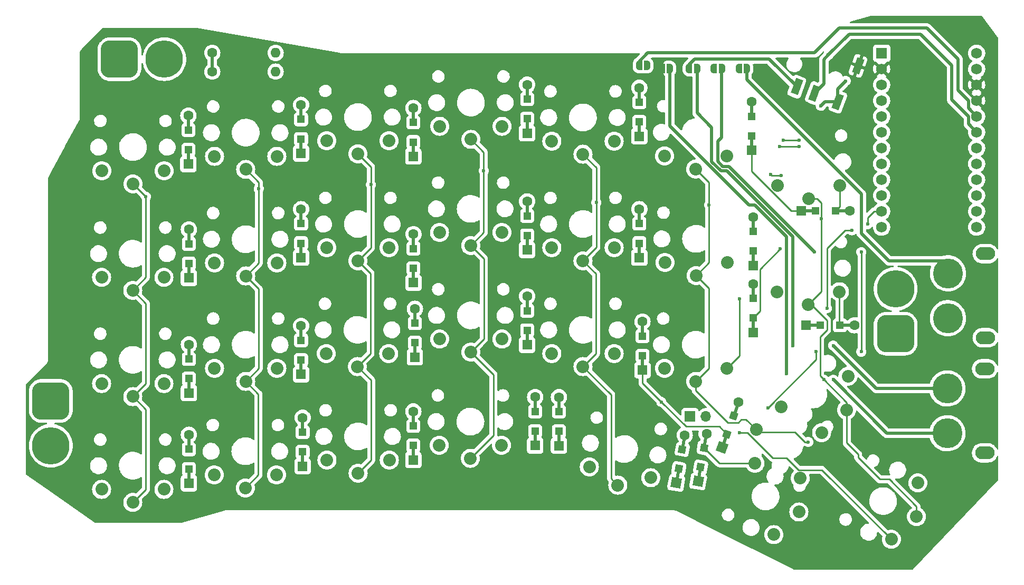
<source format=gbr>
%TF.GenerationSoftware,KiCad,Pcbnew,(6.0.4)*%
%TF.CreationDate,2022-04-18T00:49:10+02:00*%
%TF.ProjectId,ErgoTravel,4572676f-5472-4617-9665-6c2e6b696361,rev?*%
%TF.SameCoordinates,Original*%
%TF.FileFunction,Copper,L2,Bot*%
%TF.FilePolarity,Positive*%
%FSLAX46Y46*%
G04 Gerber Fmt 4.6, Leading zero omitted, Abs format (unit mm)*
G04 Created by KiCad (PCBNEW (6.0.4)) date 2022-04-18 00:49:10*
%MOMM*%
%LPD*%
G01*
G04 APERTURE LIST*
G04 Aperture macros list*
%AMRoundRect*
0 Rectangle with rounded corners*
0 $1 Rounding radius*
0 $2 $3 $4 $5 $6 $7 $8 $9 X,Y pos of 4 corners*
0 Add a 4 corners polygon primitive as box body*
4,1,4,$2,$3,$4,$5,$6,$7,$8,$9,$2,$3,0*
0 Add four circle primitives for the rounded corners*
1,1,$1+$1,$2,$3*
1,1,$1+$1,$4,$5*
1,1,$1+$1,$6,$7*
1,1,$1+$1,$8,$9*
0 Add four rect primitives between the rounded corners*
20,1,$1+$1,$2,$3,$4,$5,0*
20,1,$1+$1,$4,$5,$6,$7,0*
20,1,$1+$1,$6,$7,$8,$9,0*
20,1,$1+$1,$8,$9,$2,$3,0*%
%AMRotRect*
0 Rectangle, with rotation*
0 The origin of the aperture is its center*
0 $1 length*
0 $2 width*
0 $3 Rotation angle, in degrees counterclockwise*
0 Add horizontal line*
21,1,$1,$2,0,0,$3*%
%AMFreePoly0*
4,1,20,0.000000,0.744959,0.073905,0.744508,0.209726,0.703889,0.328688,0.626782,0.421226,0.519385,0.479903,0.390333,0.500000,0.250000,0.500000,-0.250000,0.499851,-0.262216,0.476331,-0.402017,0.414519,-0.529596,0.319384,-0.634700,0.198574,-0.708877,0.061801,-0.746166,0.000000,-0.745033,0.000000,-0.750000,-0.500000,-0.750000,-0.500000,0.750000,0.000000,0.750000,0.000000,0.744959,
0.000000,0.744959,$1*%
%AMFreePoly1*
4,1,22,0.500000,-0.750000,0.000000,-0.750000,0.000000,-0.745033,-0.079941,-0.743568,-0.215256,-0.701293,-0.333266,-0.622738,-0.424486,-0.514219,-0.481581,-0.384460,-0.499164,-0.250000,-0.500000,-0.250000,-0.500000,0.250000,-0.499164,0.250000,-0.499963,0.256109,-0.478152,0.396186,-0.417904,0.524511,-0.324060,0.630769,-0.204165,0.706417,-0.067858,0.745374,0.000000,0.744959,0.000000,0.750000,
0.500000,0.750000,0.500000,-0.750000,0.500000,-0.750000,$1*%
G04 Aperture macros list end*
%TA.AperFunction,ComponentPad*%
%ADD10R,1.600000X1.600000*%
%TD*%
%TA.AperFunction,SMDPad,CuDef*%
%ADD11R,0.500000X2.500000*%
%TD*%
%TA.AperFunction,SMDPad,CuDef*%
%ADD12R,1.200000X1.200000*%
%TD*%
%TA.AperFunction,ComponentPad*%
%ADD13C,1.600000*%
%TD*%
%TA.AperFunction,ComponentPad*%
%ADD14RotRect,1.600000X1.600000X80.000000*%
%TD*%
%TA.AperFunction,SMDPad,CuDef*%
%ADD15RotRect,1.200000X1.200000X80.000000*%
%TD*%
%TA.AperFunction,SMDPad,CuDef*%
%ADD16RotRect,2.500000X0.500000X80.000000*%
%TD*%
%TA.AperFunction,SMDPad,CuDef*%
%ADD17R,2.500000X0.500000*%
%TD*%
%TA.AperFunction,SMDPad,CuDef*%
%ADD18RotRect,1.200000X1.200000X70.000000*%
%TD*%
%TA.AperFunction,ComponentPad*%
%ADD19RotRect,1.600000X1.600000X70.000000*%
%TD*%
%TA.AperFunction,SMDPad,CuDef*%
%ADD20RotRect,2.500000X0.500000X70.000000*%
%TD*%
%TA.AperFunction,ComponentPad*%
%ADD21R,1.752600X1.752600*%
%TD*%
%TA.AperFunction,ComponentPad*%
%ADD22C,1.752600*%
%TD*%
%TA.AperFunction,ComponentPad*%
%ADD23O,1.600000X1.600000*%
%TD*%
%TA.AperFunction,SMDPad,CuDef*%
%ADD24FreePoly0,180.000000*%
%TD*%
%TA.AperFunction,SMDPad,CuDef*%
%ADD25FreePoly1,180.000000*%
%TD*%
%TA.AperFunction,ComponentPad*%
%ADD26R,1.700000X1.700000*%
%TD*%
%TA.AperFunction,ComponentPad*%
%ADD27O,1.700000X1.700000*%
%TD*%
%TA.AperFunction,ComponentPad*%
%ADD28C,2.032000*%
%TD*%
%TA.AperFunction,ComponentPad*%
%ADD29RoundRect,1.500000X-1.500000X-1.500000X1.500000X-1.500000X1.500000X1.500000X-1.500000X1.500000X0*%
%TD*%
%TA.AperFunction,ComponentPad*%
%ADD30C,6.000000*%
%TD*%
%TA.AperFunction,ComponentPad*%
%ADD31RoundRect,1.500000X-1.500000X1.500000X-1.500000X-1.500000X1.500000X-1.500000X1.500000X1.500000X0*%
%TD*%
%TA.AperFunction,ComponentPad*%
%ADD32O,3.100000X2.100000*%
%TD*%
%TA.AperFunction,ComponentPad*%
%ADD33C,0.600000*%
%TD*%
%TA.AperFunction,ComponentPad*%
%ADD34C,4.800000*%
%TD*%
%TA.AperFunction,ComponentPad*%
%ADD35RoundRect,1.500000X1.500000X-1.500000X1.500000X1.500000X-1.500000X1.500000X-1.500000X-1.500000X0*%
%TD*%
%TA.AperFunction,SMDPad,CuDef*%
%ADD36RotRect,1.200000X2.500000X340.000000*%
%TD*%
%TA.AperFunction,ViaPad*%
%ADD37C,0.600000*%
%TD*%
%TA.AperFunction,Conductor*%
%ADD38C,0.250000*%
%TD*%
%TA.AperFunction,Conductor*%
%ADD39C,0.500000*%
%TD*%
G04 APERTURE END LIST*
D10*
X97345000Y-68670000D03*
D11*
X97345000Y-67470000D03*
D12*
X97345000Y-66345000D03*
X97345000Y-63195000D03*
D13*
X97345000Y-60870000D03*
D11*
X97345000Y-62070000D03*
D12*
X97424884Y-84630510D03*
D11*
X97424884Y-85755510D03*
D10*
X97424884Y-86955510D03*
D11*
X97424884Y-80355510D03*
D13*
X97424884Y-79155510D03*
D12*
X97424884Y-81480510D03*
D11*
X97424884Y-104255510D03*
D10*
X97424884Y-105455510D03*
D12*
X97424884Y-103130510D03*
X97424884Y-99980510D03*
D11*
X97424884Y-98855510D03*
D13*
X97424884Y-97655510D03*
D10*
X97424884Y-119955510D03*
D11*
X97424884Y-118755510D03*
D12*
X97424884Y-117630510D03*
D13*
X97424884Y-112155510D03*
D12*
X97424884Y-114480510D03*
D11*
X97424884Y-113355510D03*
D12*
X115424884Y-64630510D03*
D11*
X115424884Y-65755510D03*
D10*
X115424884Y-66955510D03*
D11*
X115424884Y-60355510D03*
D13*
X115424884Y-59155510D03*
D12*
X115424884Y-61480510D03*
D10*
X115424884Y-83705510D03*
D11*
X115424884Y-82505510D03*
D12*
X115424884Y-81380510D03*
D13*
X115424884Y-75905510D03*
D12*
X115424884Y-78230510D03*
D11*
X115424884Y-77105510D03*
D12*
X115424884Y-100130510D03*
D10*
X115424884Y-102455510D03*
D11*
X115424884Y-101255510D03*
X115424884Y-95855510D03*
D12*
X115424884Y-96980510D03*
D13*
X115424884Y-94655510D03*
D12*
X115674884Y-114880510D03*
D11*
X115674884Y-116005510D03*
D10*
X115674884Y-117205510D03*
D13*
X115674884Y-109405510D03*
D11*
X115674884Y-110605510D03*
D12*
X115674884Y-111730510D03*
D10*
X133424884Y-67455510D03*
D11*
X133424884Y-66255510D03*
D12*
X133424884Y-65130510D03*
D13*
X133424884Y-59655510D03*
D11*
X133424884Y-60855510D03*
D12*
X133424884Y-61980510D03*
D11*
X133445000Y-86520000D03*
D12*
X133445000Y-85395000D03*
D10*
X133445000Y-87720000D03*
D12*
X133445000Y-82245000D03*
D13*
X133445000Y-79920000D03*
D11*
X133445000Y-81120000D03*
X133674884Y-98505510D03*
D12*
X133674884Y-97380510D03*
D10*
X133674884Y-99705510D03*
D11*
X133674884Y-93105510D03*
D12*
X133674884Y-94230510D03*
D13*
X133674884Y-91905510D03*
D11*
X133424884Y-115005510D03*
D10*
X133424884Y-116205510D03*
D12*
X133424884Y-113880510D03*
D13*
X133424884Y-108405510D03*
D12*
X133424884Y-110730510D03*
D11*
X133424884Y-109605510D03*
X151674884Y-62507198D03*
D12*
X151674884Y-61382198D03*
D10*
X151674884Y-63707198D03*
D11*
X151674884Y-57107198D03*
D12*
X151674884Y-58232198D03*
D13*
X151674884Y-55907198D03*
D10*
X151674884Y-82455510D03*
D12*
X151674884Y-80130510D03*
D11*
X151674884Y-81255510D03*
X151674884Y-75855510D03*
D12*
X151674884Y-76980510D03*
D13*
X151674884Y-74655510D03*
D10*
X151674884Y-97705510D03*
D11*
X151674884Y-96505510D03*
D12*
X151674884Y-95380510D03*
D11*
X151674884Y-91105510D03*
D13*
X151674884Y-89905510D03*
D12*
X151674884Y-92230510D03*
X152967978Y-111557199D03*
D10*
X152967978Y-113882199D03*
D11*
X152967978Y-112682199D03*
X152967978Y-107282199D03*
D12*
X152967978Y-108407199D03*
D13*
X152967978Y-106082199D03*
D12*
X169674884Y-61880510D03*
D11*
X169674884Y-63005510D03*
D10*
X169674884Y-64205510D03*
D11*
X169674884Y-57605510D03*
D12*
X169674884Y-58730510D03*
D13*
X169674884Y-56405510D03*
D11*
X169674884Y-82505510D03*
D12*
X169674884Y-81380510D03*
D10*
X169674884Y-83705510D03*
D13*
X169674884Y-75905510D03*
D11*
X169674884Y-77105510D03*
D12*
X169674884Y-78230510D03*
D10*
X170180000Y-101780000D03*
D11*
X170180000Y-100580000D03*
D12*
X170180000Y-99455000D03*
D13*
X170180000Y-93980000D03*
D12*
X170180000Y-96305000D03*
D11*
X170180000Y-95180000D03*
D14*
X175600750Y-119897948D03*
D15*
X176004482Y-117608270D03*
D16*
X175809128Y-118716179D03*
X176746828Y-113398217D03*
D13*
X176955206Y-112216448D03*
D15*
X176551474Y-114506126D03*
D11*
X187674884Y-65255510D03*
D12*
X187674884Y-64130510D03*
D10*
X187674884Y-66455510D03*
D11*
X187674884Y-59855510D03*
D12*
X187674884Y-60980510D03*
D13*
X187674884Y-58655510D03*
D12*
X187924884Y-82630510D03*
D11*
X187924884Y-83755510D03*
D10*
X187924884Y-84955510D03*
D12*
X187924884Y-79480510D03*
D13*
X187924884Y-77155510D03*
D11*
X187924884Y-78355510D03*
D10*
X187924884Y-95707198D03*
D11*
X187924884Y-94507198D03*
D12*
X187924884Y-93382198D03*
D11*
X187924884Y-89107198D03*
D12*
X187924884Y-90232198D03*
D13*
X187924884Y-87907198D03*
D14*
X179100750Y-119647948D03*
D15*
X179504482Y-117358270D03*
D16*
X179309128Y-118466179D03*
D15*
X180051474Y-114256126D03*
D13*
X180455206Y-111966448D03*
D16*
X180246828Y-113148217D03*
D10*
X195650000Y-76200000D03*
D12*
X197975000Y-76200000D03*
D17*
X196850000Y-76200000D03*
D13*
X203450000Y-76200000D03*
D17*
X202250000Y-76200000D03*
D12*
X201125000Y-76200000D03*
X198702978Y-94557198D03*
D17*
X197577978Y-94557198D03*
D10*
X196377978Y-94557198D03*
D13*
X204177978Y-94557198D03*
D17*
X202977978Y-94557198D03*
D12*
X201852978Y-94557198D03*
D18*
X183739296Y-112037214D03*
D19*
X182944099Y-114221999D03*
D20*
X183354524Y-113094368D03*
X185201432Y-108020028D03*
D13*
X185611857Y-106892397D03*
D18*
X184816660Y-109077182D03*
D21*
X208537978Y-50861198D03*
D22*
X208537978Y-53401198D03*
X208537978Y-55941198D03*
X208537978Y-58481198D03*
X208537978Y-61021198D03*
X208537978Y-63561198D03*
X208537978Y-66101198D03*
X208537978Y-68641198D03*
X208537978Y-71181198D03*
X208537978Y-73721198D03*
X208537978Y-76261198D03*
X208537978Y-78801198D03*
X223777978Y-50861198D03*
X223777978Y-53401198D03*
X223777978Y-55941198D03*
X223777978Y-58481198D03*
X223777978Y-61021198D03*
X223777978Y-63561198D03*
X223777978Y-66101198D03*
X223777978Y-68641198D03*
X223777978Y-71181198D03*
X223777978Y-73721198D03*
X223777978Y-76261198D03*
X223777978Y-78801198D03*
D13*
X101177978Y-53807198D03*
D23*
X111337978Y-53807198D03*
D13*
X101177978Y-50807198D03*
D23*
X111337978Y-50807198D03*
D24*
X169627978Y-52807198D03*
D25*
X170927978Y-52807198D03*
D12*
X156777978Y-111582198D03*
D10*
X156777978Y-113907198D03*
D11*
X156777978Y-112707198D03*
D12*
X156777978Y-108432198D03*
D13*
X156777978Y-106107198D03*
D11*
X156777978Y-107307198D03*
D26*
X177800000Y-109220000D03*
D27*
X180340000Y-109220000D03*
D28*
X88444288Y-71837314D03*
X83444288Y-69737314D03*
X93444288Y-69737314D03*
X88424884Y-88955510D03*
X93424884Y-86855510D03*
X83424884Y-86855510D03*
X88424884Y-106015332D03*
X83424884Y-103915332D03*
X93424884Y-103915332D03*
X88424884Y-123014736D03*
X83424884Y-120914736D03*
X93424884Y-120914736D03*
X106536582Y-69515332D03*
X101536582Y-67415332D03*
X111536582Y-67415332D03*
X106536582Y-86633528D03*
X111536582Y-84533528D03*
X101536582Y-84533528D03*
X106536582Y-103574274D03*
X111536582Y-101474274D03*
X101536582Y-101474274D03*
X106477044Y-120692754D03*
X101477044Y-118592754D03*
X111477044Y-118592754D03*
X124529204Y-67014736D03*
X129529204Y-64914736D03*
X119529204Y-64914736D03*
X124529204Y-84192470D03*
X129529204Y-82092470D03*
X119529204Y-82092470D03*
X124469666Y-101192754D03*
X119469666Y-99092754D03*
X129469666Y-99092754D03*
X124569472Y-118311234D03*
X129569472Y-116211234D03*
X119569472Y-116211234D03*
X142660172Y-64692754D03*
X137660172Y-62592754D03*
X147660172Y-62592754D03*
X142621632Y-81751412D03*
X147621632Y-79651412D03*
X137621632Y-79651412D03*
X142640902Y-98870772D03*
X147640902Y-96770772D03*
X137640902Y-96770772D03*
X142581364Y-115929714D03*
X147581364Y-113829714D03*
X137581364Y-113829714D03*
X160633524Y-67074274D03*
X155633524Y-64974274D03*
X165633524Y-64974274D03*
X160633524Y-84192470D03*
X165633524Y-82092470D03*
X155633524Y-82092470D03*
X160633524Y-101192754D03*
X165633524Y-99092754D03*
X155633524Y-99092754D03*
X166217718Y-120245892D03*
X161658340Y-117309555D03*
X171506418Y-119046036D03*
X178718440Y-69455794D03*
X173718440Y-67355794D03*
X183718440Y-67355794D03*
X178777978Y-86573990D03*
X183777978Y-84473990D03*
X173777978Y-84473990D03*
X178718440Y-103574274D03*
X183718440Y-101474274D03*
X173718440Y-101474274D03*
X195269594Y-124550723D03*
X191253256Y-128194763D03*
X195479439Y-119131685D03*
X196818112Y-74186256D03*
X191818112Y-72086256D03*
X201818112Y-72086256D03*
X196777978Y-91277492D03*
X191777978Y-89177492D03*
X201777978Y-89177492D03*
X202932486Y-108152266D03*
X198916148Y-111796306D03*
X203142331Y-102733228D03*
D24*
X173277978Y-53307198D03*
D25*
X174577978Y-53307198D03*
D29*
X86277978Y-51807198D03*
D30*
X93477978Y-51807198D03*
D31*
X75277978Y-106707198D03*
D30*
X75277978Y-113907198D03*
D24*
X177627978Y-53307198D03*
D25*
X178927978Y-53307198D03*
D32*
X225077978Y-101557198D03*
X225077978Y-115057198D03*
D33*
X217733978Y-110564198D03*
D34*
X219077978Y-111907198D03*
D33*
X220421978Y-113251198D03*
X217733978Y-113251198D03*
X217177978Y-111907198D03*
X219077978Y-110007198D03*
X220421978Y-110564198D03*
X220977978Y-111907198D03*
X219077978Y-113807198D03*
X217733978Y-103363198D03*
X220421978Y-103363198D03*
X220421978Y-106050198D03*
X217177978Y-104707198D03*
X217733978Y-106050198D03*
X220977978Y-104707198D03*
X219077978Y-102807198D03*
D34*
X219077978Y-104707198D03*
D33*
X219077978Y-106607198D03*
D32*
X225177978Y-83057198D03*
X225177978Y-96557198D03*
D33*
X219177978Y-91507198D03*
X217833978Y-94751198D03*
D34*
X219177978Y-93407198D03*
D33*
X220521978Y-92064198D03*
X219177978Y-95307198D03*
X221077978Y-93407198D03*
X220521978Y-94751198D03*
X217277978Y-93407198D03*
X217833978Y-92064198D03*
X217277978Y-86207198D03*
X217833978Y-87550198D03*
D34*
X219177978Y-86207198D03*
D33*
X219177978Y-84307198D03*
X220521978Y-87550198D03*
X219177978Y-88107198D03*
X220521978Y-84863198D03*
X217833978Y-84863198D03*
X221077978Y-86207198D03*
D28*
X188430762Y-111313750D03*
X188220917Y-116732788D03*
X192447100Y-107669710D03*
D24*
X181627978Y-53307198D03*
D25*
X182927978Y-53307198D03*
D28*
X214125194Y-125300646D03*
X210108856Y-128944686D03*
X214335039Y-119881608D03*
D24*
X185627978Y-53307198D03*
D25*
X186927978Y-53307198D03*
D35*
X210777978Y-95907198D03*
D30*
X210777978Y-88707198D03*
D36*
X201510530Y-58624311D03*
X197751759Y-57256230D03*
X194932681Y-56230170D03*
X204767323Y-52892531D03*
D37*
X199777978Y-91807198D03*
X203777978Y-79307198D03*
X192277978Y-82307198D03*
X173207117Y-106878059D03*
X205277978Y-82807198D03*
X198059749Y-98807198D03*
X205277978Y-98807198D03*
X190277978Y-107807198D03*
X185777978Y-90307198D03*
X194932681Y-56230170D03*
X177627978Y-53307198D03*
X173277978Y-53307198D03*
X173277978Y-56307198D03*
X198777978Y-59307198D03*
X170927978Y-52807198D03*
X202777978Y-55307198D03*
X181627978Y-53307198D03*
X185627978Y-53307198D03*
X197751759Y-57256230D03*
X199974890Y-51148228D03*
X90513905Y-73906931D03*
X192431278Y-70460498D03*
X108625603Y-72598149D03*
X190777978Y-70307198D03*
X192777978Y-64807198D03*
X195277978Y-64807198D03*
X126618225Y-71966951D03*
X198899511Y-77428731D03*
X199277978Y-103307198D03*
X195277978Y-65807198D03*
X144710653Y-69739873D03*
X192153478Y-65807198D03*
X162777978Y-74807198D03*
X180866999Y-75227164D03*
X206277978Y-78307198D03*
X196777978Y-113307198D03*
X169627978Y-52807198D03*
X185777978Y-111807198D03*
X178927978Y-53307198D03*
X194277978Y-97807198D03*
X200777978Y-97807198D03*
X174577978Y-53307198D03*
X200777978Y-103307198D03*
X193277978Y-102307198D03*
X186927978Y-53307198D03*
X197777978Y-82807198D03*
X182868019Y-53367157D03*
D38*
X187674884Y-66455510D02*
X187674884Y-69838798D01*
X194036086Y-76200000D02*
X195650000Y-76200000D01*
X187674884Y-69838798D02*
X194036086Y-76200000D01*
X199777978Y-91807198D02*
X199777978Y-82167378D01*
X199777978Y-82167378D02*
X202638158Y-79307198D01*
X202638158Y-79307198D02*
X203777978Y-79307198D01*
X189049395Y-92257687D02*
X189049395Y-85535781D01*
X177170995Y-110841937D02*
X182544019Y-110841937D01*
X170180000Y-103850942D02*
X173207117Y-106878059D01*
X189049395Y-85535781D02*
X192277978Y-82307198D01*
X173207117Y-106878059D02*
X177170995Y-110841937D01*
X182544019Y-110841937D02*
X183739296Y-112037214D01*
X170180000Y-101780000D02*
X170180000Y-103850942D01*
X187924884Y-93382198D02*
X189049395Y-92257687D01*
X198059749Y-100025427D02*
X190277978Y-107807198D01*
X205302489Y-98782687D02*
X205302489Y-82831709D01*
X205277978Y-98807198D02*
X205302489Y-98782687D01*
X205302489Y-82831709D02*
X205277978Y-82807198D01*
X198059749Y-98807198D02*
X198059749Y-100025427D01*
X183718440Y-101474274D02*
X185777978Y-99414736D01*
X185777978Y-99414736D02*
X185777978Y-90307198D01*
X188220917Y-116732788D02*
X182528136Y-116732788D01*
X182528136Y-116732788D02*
X180051474Y-114256126D01*
X201818112Y-75506888D02*
X201125000Y-76200000D01*
X201818112Y-72086256D02*
X201818112Y-75506888D01*
X201777978Y-89177492D02*
X201777978Y-94482198D01*
X201777978Y-94482198D02*
X201852978Y-94557198D01*
D39*
X190509709Y-51807198D02*
X194932681Y-56230170D01*
X101177978Y-50807198D02*
X101177978Y-53807198D01*
X177627978Y-53307198D02*
X177627978Y-52721480D01*
X178542260Y-51807198D02*
X190509709Y-51807198D01*
X177627978Y-52721480D02*
X178542260Y-51807198D01*
X173277978Y-56307198D02*
X173277978Y-53307198D01*
X201510530Y-58624311D02*
X201510530Y-56574646D01*
X199460865Y-58624311D02*
X201510530Y-58624311D01*
X201510530Y-56574646D02*
X202777978Y-55307198D01*
X198777978Y-59307198D02*
X199460865Y-58624311D01*
X197751759Y-57256230D02*
X199277978Y-55730011D01*
X199277978Y-51845140D02*
X199974890Y-51148228D01*
X222452167Y-61021387D02*
X222452167Y-62235387D01*
X219777978Y-52807198D02*
X219777978Y-58347198D01*
X214777978Y-47807198D02*
X219777978Y-52807198D01*
X203315920Y-47807198D02*
X214777978Y-47807198D01*
X199974890Y-51148228D02*
X203315920Y-47807198D01*
X219777978Y-58347198D02*
X222452167Y-61021387D01*
X222452167Y-62235387D02*
X223777978Y-63561198D01*
X199277978Y-55730011D02*
X199277978Y-51845140D01*
D38*
X88424884Y-123014736D02*
X90513905Y-120925715D01*
X90513905Y-91044531D02*
X88424884Y-88955510D01*
X90513905Y-120925715D02*
X90513905Y-108104353D01*
X90513905Y-86866489D02*
X90513905Y-73906931D01*
X90513905Y-103926311D02*
X90513905Y-91044531D01*
X88424884Y-88955510D02*
X90513905Y-86866489D01*
X90513905Y-108104353D02*
X88424884Y-106015332D01*
X88424884Y-106015332D02*
X90513905Y-103926311D01*
X90513905Y-73906931D02*
X88444288Y-71837314D01*
X190931278Y-70460498D02*
X190777978Y-70307198D01*
X108625603Y-84544507D02*
X108625603Y-71604353D01*
X108566065Y-105603757D02*
X106536582Y-103574274D01*
X106536582Y-103574274D02*
X108625603Y-101485253D01*
X108566065Y-118603733D02*
X108566065Y-105603757D01*
X106477044Y-120692754D02*
X108566065Y-118603733D01*
X106536582Y-86633528D02*
X108625603Y-84544507D01*
X108625603Y-88722549D02*
X106536582Y-86633528D01*
X108625603Y-101485253D02*
X108625603Y-88722549D01*
X192431278Y-70460498D02*
X190931278Y-70460498D01*
X108625603Y-71604353D02*
X106536582Y-69515332D01*
X126558687Y-86221953D02*
X124529204Y-84192470D01*
X126658493Y-116222213D02*
X126658493Y-103381581D01*
X126618225Y-71966951D02*
X126618225Y-69103757D01*
X124529204Y-84192470D02*
X126618225Y-82103449D01*
X192777978Y-64807198D02*
X195277978Y-64807198D01*
X124469666Y-101192754D02*
X126558687Y-99103733D01*
X126618225Y-69103757D02*
X124529204Y-67014736D01*
X126658493Y-103381581D02*
X124469666Y-101192754D01*
X126618225Y-82103449D02*
X126618225Y-71966951D01*
X124569472Y-118311234D02*
X126658493Y-116222213D01*
X126558687Y-99103733D02*
X126558687Y-86221953D01*
X199777978Y-95331220D02*
X199777978Y-93783176D01*
X198899511Y-89155959D02*
X198899511Y-77428731D01*
X202932486Y-106961706D02*
X199277978Y-103307198D01*
X202932486Y-113461706D02*
X202932486Y-108152266D01*
X198157036Y-74186256D02*
X196818112Y-74186256D01*
X199777978Y-93783176D02*
X197272294Y-91277492D01*
X204777978Y-115307198D02*
X202932486Y-113461706D01*
X198684249Y-102713469D02*
X198684249Y-96424949D01*
X199277978Y-103307198D02*
X198684249Y-102713469D01*
X198684249Y-96424949D02*
X199777978Y-95331220D01*
X198899511Y-74928731D02*
X198157036Y-74186256D01*
X204777978Y-115807198D02*
X204777978Y-115307198D01*
X196777978Y-91277492D02*
X198899511Y-89155959D01*
X198899511Y-77428731D02*
X198899511Y-74928731D01*
X214125194Y-125300646D02*
X214125194Y-123654414D01*
X197272294Y-91277492D02*
X196777978Y-91277492D01*
X202932486Y-108152266D02*
X202932486Y-106961706D01*
X209777978Y-119307198D02*
X208277978Y-119307198D01*
X208277978Y-119307198D02*
X204777978Y-115807198D01*
X214125194Y-123654414D02*
X209777978Y-119307198D01*
X142621632Y-81751412D02*
X144710653Y-79662391D01*
X144729923Y-96781751D02*
X144729923Y-83859703D01*
X142581364Y-115929714D02*
X146277978Y-112233100D01*
X144710653Y-79662391D02*
X144710653Y-69739873D01*
X144729923Y-83859703D02*
X142621632Y-81751412D01*
X144710653Y-69739873D02*
X144710653Y-66743235D01*
X144710653Y-66743235D02*
X142660172Y-64692754D01*
X146277978Y-102507848D02*
X142640902Y-98870772D01*
X146277978Y-112233100D02*
X146277978Y-102507848D01*
X195277978Y-65807198D02*
X192153478Y-65807198D01*
X142640902Y-98870772D02*
X144729923Y-96781751D01*
X165153221Y-105712451D02*
X160633524Y-101192754D01*
X162722545Y-86281491D02*
X160633524Y-84192470D01*
X162777978Y-74807198D02*
X162777978Y-69218728D01*
X162777978Y-82048016D02*
X162777978Y-74807198D01*
X160633524Y-101192754D02*
X162722545Y-99103733D01*
X165153221Y-119181395D02*
X165153221Y-105712451D01*
X166217718Y-120245892D02*
X165153221Y-119181395D01*
X162777978Y-69218728D02*
X160633524Y-67074274D01*
X162722545Y-99103733D02*
X162722545Y-86281491D01*
X160633524Y-84192470D02*
X162777978Y-82048016D01*
X186019296Y-109682687D02*
X186799699Y-109682687D01*
X178718440Y-105011114D02*
X183878056Y-110170730D01*
X206277978Y-77307198D02*
X206277978Y-78307198D01*
X188835189Y-111718177D02*
X188430762Y-111313750D01*
X180807461Y-101485253D02*
X180807461Y-88603473D01*
X196232301Y-113307198D02*
X194643280Y-111718177D01*
X186799699Y-109682687D02*
X188430762Y-111313750D01*
X194643280Y-111718177D02*
X188835189Y-111718177D01*
X208537978Y-76261198D02*
X207323978Y-76261198D01*
X207323978Y-76261198D02*
X206277978Y-77307198D01*
X183878056Y-110170730D02*
X185531253Y-110170730D01*
X180866999Y-84484969D02*
X180866999Y-71604353D01*
X180807461Y-88603473D02*
X178777978Y-86573990D01*
X178718440Y-103574274D02*
X178718440Y-105011114D01*
X180866999Y-71604353D02*
X178718440Y-69455794D01*
X178777978Y-86573990D02*
X180866999Y-84484969D01*
X185531253Y-110170730D02*
X186019296Y-109682687D01*
X196777978Y-113307198D02*
X196232301Y-113307198D01*
X178718440Y-103574274D02*
X180807461Y-101485253D01*
D39*
X197777978Y-50807198D02*
X201777978Y-46807198D01*
X201777978Y-46807198D02*
X215777978Y-46807198D01*
X169627978Y-52807198D02*
X169627978Y-52221480D01*
X222452167Y-59695387D02*
X223777978Y-61021198D01*
X220777978Y-51807198D02*
X220777978Y-56807198D01*
X169627978Y-52221480D02*
X171042260Y-50807198D01*
X171042260Y-50807198D02*
X197777978Y-50807198D01*
X220777978Y-56807198D02*
X222452167Y-58481387D01*
X215777978Y-46807198D02*
X220777978Y-51807198D01*
X222452167Y-58481387D02*
X222452167Y-59695387D01*
D38*
X198955344Y-117791174D02*
X210108856Y-128944686D01*
X185777978Y-111807198D02*
X187028440Y-111807198D01*
X191068403Y-115847161D02*
X193317941Y-115847161D01*
X195261954Y-117791174D02*
X198955344Y-117791174D01*
X187028440Y-111807198D02*
X191068403Y-115847161D01*
X193317941Y-115847161D02*
X195261954Y-117791174D01*
D39*
X178927978Y-53307198D02*
X178927978Y-60457198D01*
X182777978Y-69757162D02*
X183717212Y-69757162D01*
X181277978Y-62807198D02*
X181277978Y-68257162D01*
X194277978Y-80317928D02*
X194277978Y-97807198D01*
X207677978Y-104707198D02*
X219077978Y-104707198D01*
X200777978Y-97807198D02*
X207677978Y-104707198D01*
X181277978Y-68257162D02*
X182777978Y-69757162D01*
X183717212Y-69757162D02*
X194277978Y-80317928D01*
X178927978Y-60457198D02*
X181277978Y-62807198D01*
X174577978Y-53307198D02*
X174577978Y-62546432D01*
X200777978Y-103307198D02*
X209377978Y-111907198D01*
X188217212Y-75246432D02*
X193277978Y-80307198D01*
X174577978Y-62546432D02*
X187277978Y-75246432D01*
X187277978Y-75246432D02*
X188217212Y-75246432D01*
X193277978Y-80307198D02*
X193277978Y-102307198D01*
X209377978Y-111907198D02*
X219077978Y-111907198D01*
X209677978Y-84207198D02*
X219177978Y-84207198D01*
X205277978Y-73473575D02*
X205277978Y-79807198D01*
X205277978Y-79807198D02*
X209677978Y-84207198D01*
X186927978Y-55123575D02*
X205277978Y-73473575D01*
X186927978Y-53307198D02*
X186927978Y-55123575D01*
X182252929Y-68242843D02*
X183067728Y-69057642D01*
X182868019Y-64397239D02*
X182252929Y-65012329D01*
X182927978Y-53307198D02*
X182868019Y-53367157D01*
X184028422Y-69057642D02*
X197777978Y-82807198D01*
X183067728Y-69057642D02*
X184028422Y-69057642D01*
X182252929Y-65012329D02*
X182252929Y-68242843D01*
X182868019Y-53367157D02*
X182868019Y-64397239D01*
%TA.AperFunction,Conductor*%
G36*
X224528849Y-44835700D02*
G01*
X224561528Y-44866098D01*
X227244278Y-48443097D01*
X227269149Y-48509595D01*
X227269478Y-48518697D01*
X227269478Y-82217181D01*
X227249476Y-82285302D01*
X227195820Y-82331795D01*
X227125546Y-82341899D01*
X227060966Y-82312405D01*
X227038078Y-82284488D01*
X227037494Y-82284885D01*
X226899373Y-82081646D01*
X226899370Y-82081642D01*
X226896527Y-82077459D01*
X226854641Y-82033165D01*
X226727691Y-81898919D01*
X226724211Y-81895239D01*
X226688954Y-81868283D01*
X226528997Y-81745986D01*
X226528993Y-81745983D01*
X226524977Y-81742913D01*
X226507564Y-81733576D01*
X226308413Y-81626793D01*
X226303952Y-81624401D01*
X226299171Y-81622755D01*
X226299167Y-81622753D01*
X226071611Y-81544399D01*
X226066822Y-81542750D01*
X225914502Y-81516440D01*
X225823598Y-81500738D01*
X225823592Y-81500737D01*
X225819688Y-81500063D01*
X225815727Y-81499883D01*
X225815726Y-81499883D01*
X225791047Y-81498762D01*
X225791028Y-81498762D01*
X225789628Y-81498698D01*
X224614963Y-81498698D01*
X224612455Y-81498900D01*
X224612450Y-81498900D01*
X224433034Y-81513335D01*
X224433029Y-81513336D01*
X224427993Y-81513741D01*
X224423085Y-81514946D01*
X224423082Y-81514947D01*
X224299940Y-81545194D01*
X224184439Y-81573564D01*
X224179787Y-81575539D01*
X224179783Y-81575540D01*
X224025023Y-81641232D01*
X223953582Y-81671557D01*
X223869657Y-81724407D01*
X223748033Y-81800998D01*
X223741363Y-81805198D01*
X223553240Y-81971051D01*
X223394054Y-82164847D01*
X223267900Y-82381602D01*
X223266087Y-82386325D01*
X223266086Y-82386327D01*
X223255374Y-82414232D01*
X223178023Y-82615737D01*
X223176990Y-82620683D01*
X223176988Y-82620689D01*
X223138891Y-82803051D01*
X223126737Y-82861231D01*
X223126508Y-82866280D01*
X223126507Y-82866286D01*
X223122106Y-82963215D01*
X223115360Y-83111766D01*
X223115941Y-83116786D01*
X223115941Y-83116790D01*
X223123830Y-83184966D01*
X223144186Y-83360897D01*
X223145565Y-83365771D01*
X223145566Y-83365775D01*
X223211094Y-83597346D01*
X223212472Y-83602215D01*
X223214606Y-83606790D01*
X223214608Y-83606797D01*
X223316325Y-83824929D01*
X223318462Y-83829511D01*
X223321304Y-83833692D01*
X223321304Y-83833693D01*
X223456583Y-84032750D01*
X223456586Y-84032754D01*
X223459429Y-84036937D01*
X223462906Y-84040614D01*
X223462907Y-84040615D01*
X223563216Y-84146689D01*
X223631745Y-84219157D01*
X223635771Y-84222235D01*
X223635772Y-84222236D01*
X223826959Y-84368410D01*
X223826963Y-84368413D01*
X223830979Y-84371483D01*
X223835437Y-84373873D01*
X223835438Y-84373874D01*
X223952245Y-84436505D01*
X224052004Y-84489995D01*
X224056785Y-84491641D01*
X224056789Y-84491643D01*
X224269830Y-84564999D01*
X224289134Y-84571646D01*
X224392667Y-84589529D01*
X224532358Y-84613658D01*
X224532364Y-84613659D01*
X224536268Y-84614333D01*
X224540229Y-84614513D01*
X224540230Y-84614513D01*
X224564909Y-84615634D01*
X224564928Y-84615634D01*
X224566328Y-84615698D01*
X225740993Y-84615698D01*
X225743501Y-84615496D01*
X225743506Y-84615496D01*
X225922922Y-84601061D01*
X225922927Y-84601060D01*
X225927963Y-84600655D01*
X225932871Y-84599450D01*
X225932874Y-84599449D01*
X226166603Y-84542039D01*
X226171517Y-84540832D01*
X226176169Y-84538857D01*
X226176173Y-84538856D01*
X226397719Y-84444815D01*
X226397720Y-84444815D01*
X226402374Y-84442839D01*
X226614593Y-84309198D01*
X226802716Y-84143345D01*
X226961902Y-83949549D01*
X227034579Y-83824677D01*
X227086133Y-83775863D01*
X227155893Y-83762670D01*
X227221711Y-83789287D01*
X227262691Y-83847262D01*
X227269478Y-83888057D01*
X227269478Y-95717181D01*
X227249476Y-95785302D01*
X227195820Y-95831795D01*
X227125546Y-95841899D01*
X227060966Y-95812405D01*
X227038078Y-95784488D01*
X227037494Y-95784885D01*
X226899373Y-95581646D01*
X226899370Y-95581642D01*
X226896527Y-95577459D01*
X226846202Y-95524241D01*
X226727691Y-95398919D01*
X226724211Y-95395239D01*
X226712620Y-95386377D01*
X226528997Y-95245986D01*
X226528993Y-95245983D01*
X226524977Y-95242913D01*
X226454889Y-95205332D01*
X226308413Y-95126793D01*
X226303952Y-95124401D01*
X226299171Y-95122755D01*
X226299167Y-95122753D01*
X226071611Y-95044399D01*
X226066822Y-95042750D01*
X225951282Y-95022793D01*
X225823598Y-95000738D01*
X225823592Y-95000737D01*
X225819688Y-95000063D01*
X225815727Y-94999883D01*
X225815726Y-94999883D01*
X225791047Y-94998762D01*
X225791028Y-94998762D01*
X225789628Y-94998698D01*
X224614963Y-94998698D01*
X224612455Y-94998900D01*
X224612450Y-94998900D01*
X224433034Y-95013335D01*
X224433029Y-95013336D01*
X224427993Y-95013741D01*
X224423085Y-95014946D01*
X224423082Y-95014947D01*
X224203806Y-95068807D01*
X224184439Y-95073564D01*
X224179787Y-95075539D01*
X224179783Y-95075540D01*
X223958237Y-95169581D01*
X223953582Y-95171557D01*
X223844067Y-95240522D01*
X223757437Y-95295076D01*
X223741363Y-95305198D01*
X223627712Y-95405395D01*
X223558178Y-95466698D01*
X223553240Y-95471051D01*
X223394054Y-95664847D01*
X223267900Y-95881602D01*
X223266087Y-95886325D01*
X223266086Y-95886327D01*
X223238482Y-95958238D01*
X223178023Y-96115737D01*
X223176990Y-96120683D01*
X223176988Y-96120689D01*
X223138676Y-96304081D01*
X223126737Y-96361231D01*
X223126508Y-96366280D01*
X223126507Y-96366286D01*
X223122546Y-96453520D01*
X223115360Y-96611766D01*
X223115941Y-96616786D01*
X223115941Y-96616790D01*
X223125127Y-96696182D01*
X223144186Y-96860897D01*
X223145565Y-96865771D01*
X223145566Y-96865775D01*
X223206102Y-97079704D01*
X223212472Y-97102215D01*
X223242257Y-97166089D01*
X223316208Y-97324677D01*
X223318462Y-97329511D01*
X223321304Y-97333692D01*
X223321304Y-97333693D01*
X223456583Y-97532750D01*
X223456586Y-97532754D01*
X223459429Y-97536937D01*
X223462906Y-97540614D01*
X223462907Y-97540615D01*
X223563216Y-97646689D01*
X223631745Y-97719157D01*
X223635771Y-97722235D01*
X223635772Y-97722236D01*
X223826959Y-97868410D01*
X223826963Y-97868413D01*
X223830979Y-97871483D01*
X223835437Y-97873873D01*
X223835438Y-97873874D01*
X223877386Y-97896366D01*
X224052004Y-97989995D01*
X224056785Y-97991641D01*
X224056789Y-97991643D01*
X224273678Y-98066324D01*
X224289134Y-98071646D01*
X224354694Y-98082970D01*
X224532358Y-98113658D01*
X224532364Y-98113659D01*
X224536268Y-98114333D01*
X224540229Y-98114513D01*
X224540230Y-98114513D01*
X224564909Y-98115634D01*
X224564928Y-98115634D01*
X224566328Y-98115698D01*
X225740993Y-98115698D01*
X225743501Y-98115496D01*
X225743506Y-98115496D01*
X225922922Y-98101061D01*
X225922927Y-98101060D01*
X225927963Y-98100655D01*
X225932871Y-98099450D01*
X225932874Y-98099449D01*
X226166603Y-98042039D01*
X226171517Y-98040832D01*
X226176169Y-98038857D01*
X226176173Y-98038856D01*
X226397719Y-97944815D01*
X226397720Y-97944815D01*
X226402374Y-97942839D01*
X226581695Y-97829915D01*
X226610312Y-97811894D01*
X226610313Y-97811893D01*
X226614593Y-97809198D01*
X226802716Y-97643345D01*
X226961902Y-97449549D01*
X227034579Y-97324677D01*
X227086133Y-97275863D01*
X227155893Y-97262670D01*
X227221711Y-97289287D01*
X227262691Y-97347262D01*
X227269478Y-97388057D01*
X227269478Y-100928477D01*
X227249476Y-100996598D01*
X227195820Y-101043091D01*
X227125546Y-101053195D01*
X227060966Y-101023701D01*
X227029283Y-100981727D01*
X226939631Y-100789467D01*
X226939629Y-100789463D01*
X226937494Y-100784885D01*
X226931321Y-100775802D01*
X226799373Y-100581646D01*
X226799370Y-100581642D01*
X226796527Y-100577459D01*
X226725324Y-100502163D01*
X226627691Y-100398919D01*
X226624211Y-100395239D01*
X226605795Y-100381159D01*
X226428997Y-100245986D01*
X226428993Y-100245983D01*
X226424977Y-100242913D01*
X226420164Y-100240332D01*
X226236604Y-100141909D01*
X226203952Y-100124401D01*
X226199171Y-100122755D01*
X226199167Y-100122753D01*
X225971611Y-100044399D01*
X225966822Y-100042750D01*
X225863289Y-100024867D01*
X225723598Y-100000738D01*
X225723592Y-100000737D01*
X225719688Y-100000063D01*
X225715727Y-99999883D01*
X225715726Y-99999883D01*
X225691047Y-99998762D01*
X225691028Y-99998762D01*
X225689628Y-99998698D01*
X224514963Y-99998698D01*
X224512455Y-99998900D01*
X224512450Y-99998900D01*
X224333034Y-100013335D01*
X224333029Y-100013336D01*
X224327993Y-100013741D01*
X224323085Y-100014946D01*
X224323082Y-100014947D01*
X224176042Y-100051064D01*
X224084439Y-100073564D01*
X224079787Y-100075539D01*
X224079783Y-100075540D01*
X223858237Y-100169581D01*
X223853582Y-100171557D01*
X223753590Y-100234525D01*
X223660262Y-100293297D01*
X223641363Y-100305198D01*
X223453240Y-100471051D01*
X223294054Y-100664847D01*
X223167900Y-100881602D01*
X223166087Y-100886325D01*
X223166086Y-100886327D01*
X223135083Y-100967092D01*
X223078023Y-101115737D01*
X223076990Y-101120683D01*
X223076988Y-101120689D01*
X223042419Y-101286164D01*
X223026737Y-101361231D01*
X223026508Y-101366280D01*
X223026507Y-101366286D01*
X223023306Y-101436789D01*
X223015360Y-101611766D01*
X223044186Y-101860897D01*
X223045565Y-101865771D01*
X223045566Y-101865775D01*
X223109469Y-102091603D01*
X223112472Y-102102215D01*
X223114606Y-102106790D01*
X223114608Y-102106797D01*
X223216325Y-102324929D01*
X223218462Y-102329511D01*
X223221304Y-102333692D01*
X223221304Y-102333693D01*
X223356583Y-102532750D01*
X223356586Y-102532754D01*
X223359429Y-102536937D01*
X223362906Y-102540614D01*
X223362907Y-102540615D01*
X223477037Y-102661305D01*
X223531745Y-102719157D01*
X223535771Y-102722235D01*
X223535772Y-102722236D01*
X223726959Y-102868410D01*
X223726963Y-102868413D01*
X223730979Y-102871483D01*
X223735437Y-102873873D01*
X223735438Y-102873874D01*
X223847760Y-102934100D01*
X223952004Y-102989995D01*
X223956785Y-102991641D01*
X223956789Y-102991643D01*
X224127205Y-103050322D01*
X224189134Y-103071646D01*
X224284573Y-103088131D01*
X224432358Y-103113658D01*
X224432364Y-103113659D01*
X224436268Y-103114333D01*
X224440229Y-103114513D01*
X224440230Y-103114513D01*
X224464909Y-103115634D01*
X224464928Y-103115634D01*
X224466328Y-103115698D01*
X225640993Y-103115698D01*
X225643501Y-103115496D01*
X225643506Y-103115496D01*
X225822922Y-103101061D01*
X225822927Y-103101060D01*
X225827963Y-103100655D01*
X225832871Y-103099450D01*
X225832874Y-103099449D01*
X226066603Y-103042039D01*
X226071517Y-103040832D01*
X226076169Y-103038857D01*
X226076173Y-103038856D01*
X226297719Y-102944815D01*
X226297720Y-102944815D01*
X226302374Y-102942839D01*
X226514593Y-102809198D01*
X226702716Y-102643345D01*
X226861902Y-102449549D01*
X226988056Y-102232794D01*
X227003019Y-102193816D01*
X227025847Y-102134346D01*
X227068933Y-102077918D01*
X227135687Y-102053742D01*
X227204914Y-102069494D01*
X227254636Y-102120171D01*
X227269478Y-102179501D01*
X227269478Y-114428477D01*
X227249476Y-114496598D01*
X227195820Y-114543091D01*
X227125546Y-114553195D01*
X227060966Y-114523701D01*
X227029283Y-114481727D01*
X226939631Y-114289467D01*
X226939629Y-114289463D01*
X226937494Y-114284885D01*
X226916340Y-114253758D01*
X226799373Y-114081646D01*
X226799370Y-114081642D01*
X226796527Y-114077459D01*
X226789039Y-114069540D01*
X226627691Y-113898919D01*
X226624211Y-113895239D01*
X226615700Y-113888732D01*
X226428997Y-113745986D01*
X226428993Y-113745983D01*
X226424977Y-113742913D01*
X226419832Y-113740154D01*
X226208413Y-113626793D01*
X226203952Y-113624401D01*
X226199171Y-113622755D01*
X226199167Y-113622753D01*
X225971611Y-113544399D01*
X225966822Y-113542750D01*
X225845203Y-113521743D01*
X225723598Y-113500738D01*
X225723592Y-113500737D01*
X225719688Y-113500063D01*
X225715727Y-113499883D01*
X225715726Y-113499883D01*
X225691047Y-113498762D01*
X225691028Y-113498762D01*
X225689628Y-113498698D01*
X224514963Y-113498698D01*
X224512455Y-113498900D01*
X224512450Y-113498900D01*
X224333034Y-113513335D01*
X224333029Y-113513336D01*
X224327993Y-113513741D01*
X224323085Y-113514946D01*
X224323082Y-113514947D01*
X224152270Y-113556903D01*
X224084439Y-113573564D01*
X224079787Y-113575539D01*
X224079783Y-113575540D01*
X223863995Y-113667137D01*
X223853582Y-113671557D01*
X223744067Y-113740522D01*
X223652746Y-113798030D01*
X223641363Y-113805198D01*
X223453240Y-113971051D01*
X223294054Y-114164847D01*
X223167900Y-114381602D01*
X223166087Y-114386325D01*
X223166086Y-114386327D01*
X223122490Y-114499898D01*
X223078023Y-114615737D01*
X223076990Y-114620683D01*
X223076988Y-114620689D01*
X223042878Y-114783969D01*
X223026737Y-114861231D01*
X223026508Y-114866280D01*
X223026507Y-114866286D01*
X223022546Y-114953520D01*
X223015360Y-115111766D01*
X223015941Y-115116786D01*
X223015941Y-115116790D01*
X223026244Y-115205831D01*
X223044186Y-115360897D01*
X223045565Y-115365771D01*
X223045566Y-115365775D01*
X223106039Y-115579481D01*
X223112472Y-115602215D01*
X223114606Y-115606790D01*
X223114608Y-115606797D01*
X223213627Y-115819143D01*
X223218462Y-115829511D01*
X223221304Y-115833692D01*
X223221304Y-115833693D01*
X223356583Y-116032750D01*
X223356586Y-116032754D01*
X223359429Y-116036937D01*
X223362906Y-116040614D01*
X223362907Y-116040615D01*
X223519591Y-116206304D01*
X223531745Y-116219157D01*
X223535771Y-116222235D01*
X223535772Y-116222236D01*
X223726959Y-116368410D01*
X223726963Y-116368413D01*
X223730979Y-116371483D01*
X223735437Y-116373873D01*
X223735438Y-116373874D01*
X223815292Y-116416691D01*
X223952004Y-116489995D01*
X223956785Y-116491641D01*
X223956789Y-116491643D01*
X224118295Y-116547254D01*
X224189134Y-116571646D01*
X224265775Y-116584884D01*
X224432358Y-116613658D01*
X224432364Y-116613659D01*
X224436268Y-116614333D01*
X224440229Y-116614513D01*
X224440230Y-116614513D01*
X224464909Y-116615634D01*
X224464928Y-116615634D01*
X224466328Y-116615698D01*
X225640993Y-116615698D01*
X225643501Y-116615496D01*
X225643506Y-116615496D01*
X225822922Y-116601061D01*
X225822927Y-116601060D01*
X225827963Y-116600655D01*
X225832871Y-116599450D01*
X225832874Y-116599449D01*
X226066603Y-116542039D01*
X226071517Y-116540832D01*
X226076169Y-116538857D01*
X226076173Y-116538856D01*
X226297719Y-116444815D01*
X226297720Y-116444815D01*
X226302374Y-116442839D01*
X226514593Y-116309198D01*
X226702716Y-116143345D01*
X226861902Y-115949549D01*
X226988056Y-115732794D01*
X227001047Y-115698953D01*
X227025847Y-115634346D01*
X227068933Y-115577918D01*
X227135687Y-115553742D01*
X227204914Y-115569494D01*
X227254636Y-115620171D01*
X227269478Y-115679501D01*
X227269478Y-119377917D01*
X227249476Y-119446038D01*
X227234647Y-119464890D01*
X216732506Y-130473512D01*
X213597534Y-133759672D01*
X213536040Y-133795154D01*
X213506366Y-133798698D01*
X194427763Y-133798698D01*
X194371414Y-133785396D01*
X180756022Y-126977700D01*
X186235178Y-126977700D01*
X186243832Y-127208236D01*
X186291206Y-127434018D01*
X186293164Y-127438977D01*
X186293165Y-127438979D01*
X186313264Y-127489873D01*
X186375945Y-127648590D01*
X186495625Y-127845817D01*
X186499122Y-127849847D01*
X186585746Y-127949672D01*
X186646825Y-128020060D01*
X186650956Y-128023447D01*
X186821093Y-128162952D01*
X186821099Y-128162956D01*
X186825221Y-128166336D01*
X187025713Y-128280462D01*
X187030729Y-128282283D01*
X187030734Y-128282285D01*
X187237553Y-128357357D01*
X187237557Y-128357358D01*
X187242568Y-128359177D01*
X187247817Y-128360126D01*
X187247820Y-128360127D01*
X187465501Y-128399490D01*
X187465508Y-128399491D01*
X187469585Y-128400228D01*
X187487322Y-128401064D01*
X187492270Y-128401298D01*
X187492277Y-128401298D01*
X187493758Y-128401368D01*
X187655903Y-128401368D01*
X187722859Y-128395687D01*
X187822540Y-128387229D01*
X187822544Y-128387228D01*
X187827851Y-128386778D01*
X187833006Y-128385440D01*
X187833012Y-128385439D01*
X188045981Y-128330163D01*
X188045985Y-128330162D01*
X188051150Y-128328821D01*
X188056016Y-128326629D01*
X188056019Y-128326628D01*
X188256627Y-128236261D01*
X188261493Y-128234069D01*
X188265913Y-128231093D01*
X188265917Y-128231091D01*
X188319876Y-128194763D01*
X189724042Y-128194763D01*
X189742869Y-128433985D01*
X189744023Y-128438792D01*
X189744024Y-128438798D01*
X189762344Y-128515105D01*
X189798887Y-128667316D01*
X189800780Y-128671887D01*
X189800781Y-128671889D01*
X189875169Y-128851477D01*
X189890716Y-128889012D01*
X190016096Y-129093612D01*
X190019313Y-129097379D01*
X190019314Y-129097380D01*
X190052897Y-129136701D01*
X190171938Y-129276081D01*
X190354407Y-129431923D01*
X190559007Y-129557303D01*
X190563577Y-129559196D01*
X190563579Y-129559197D01*
X190745047Y-129634363D01*
X190780703Y-129649132D01*
X190862293Y-129668720D01*
X191009221Y-129703995D01*
X191009227Y-129703996D01*
X191014034Y-129705150D01*
X191253256Y-129723977D01*
X191492478Y-129705150D01*
X191497285Y-129703996D01*
X191497291Y-129703995D01*
X191644219Y-129668720D01*
X191725809Y-129649132D01*
X191761465Y-129634363D01*
X191942933Y-129559197D01*
X191942935Y-129559196D01*
X191947505Y-129557303D01*
X192152105Y-129431923D01*
X192334574Y-129276081D01*
X192453615Y-129136701D01*
X192487198Y-129097380D01*
X192487199Y-129097379D01*
X192490416Y-129093612D01*
X192615796Y-128889012D01*
X192631344Y-128851477D01*
X192705731Y-128671889D01*
X192705732Y-128671887D01*
X192707625Y-128667316D01*
X192744168Y-128515105D01*
X192762488Y-128438798D01*
X192762489Y-128438792D01*
X192763643Y-128433985D01*
X192782470Y-128194763D01*
X192763643Y-127955541D01*
X192762489Y-127950734D01*
X192762488Y-127950728D01*
X192710204Y-127732954D01*
X192707625Y-127722210D01*
X192701543Y-127707526D01*
X192617690Y-127505086D01*
X192617689Y-127505084D01*
X192615796Y-127500514D01*
X192490416Y-127295914D01*
X192485902Y-127290628D01*
X192337787Y-127117207D01*
X192334574Y-127113445D01*
X192152105Y-126957603D01*
X191947505Y-126832223D01*
X191942935Y-126830330D01*
X191942933Y-126830329D01*
X191730382Y-126742288D01*
X191730380Y-126742287D01*
X191725809Y-126740394D01*
X191644219Y-126720806D01*
X191497291Y-126685531D01*
X191497285Y-126685530D01*
X191492478Y-126684376D01*
X191253256Y-126665549D01*
X191014034Y-126684376D01*
X191009227Y-126685530D01*
X191009221Y-126685531D01*
X190862293Y-126720806D01*
X190780703Y-126740394D01*
X190776132Y-126742287D01*
X190776130Y-126742288D01*
X190563579Y-126830329D01*
X190563577Y-126830330D01*
X190559007Y-126832223D01*
X190354407Y-126957603D01*
X190171938Y-127113445D01*
X190168725Y-127117207D01*
X190020611Y-127290628D01*
X190016096Y-127295914D01*
X189890716Y-127500514D01*
X189888823Y-127505084D01*
X189888822Y-127505086D01*
X189804969Y-127707526D01*
X189798887Y-127722210D01*
X189796308Y-127732954D01*
X189744024Y-127950728D01*
X189744023Y-127950734D01*
X189742869Y-127955541D01*
X189724042Y-128194763D01*
X188319876Y-128194763D01*
X188367126Y-128162952D01*
X188452863Y-128105230D01*
X188619790Y-127945990D01*
X188691322Y-127849847D01*
X188754315Y-127765182D01*
X188754317Y-127765179D01*
X188757499Y-127760902D01*
X188812283Y-127653151D01*
X188859636Y-127560014D01*
X188859636Y-127560013D01*
X188862055Y-127555256D01*
X188905339Y-127415860D01*
X188928883Y-127340038D01*
X188928884Y-127340032D01*
X188930467Y-127334935D01*
X188960778Y-127106236D01*
X188952124Y-126875700D01*
X188904750Y-126649918D01*
X188886130Y-126602768D01*
X188856175Y-126526919D01*
X188820011Y-126435346D01*
X188700331Y-126238119D01*
X188676674Y-126210857D01*
X188552631Y-126067909D01*
X188552629Y-126067907D01*
X188549131Y-126063876D01*
X188473935Y-126002219D01*
X188374863Y-125920984D01*
X188374857Y-125920980D01*
X188370735Y-125917600D01*
X188170243Y-125803474D01*
X188165227Y-125801653D01*
X188165222Y-125801651D01*
X187958403Y-125726579D01*
X187958399Y-125726578D01*
X187953388Y-125724759D01*
X187948139Y-125723810D01*
X187948136Y-125723809D01*
X187730455Y-125684446D01*
X187730448Y-125684445D01*
X187726371Y-125683708D01*
X187708634Y-125682872D01*
X187703686Y-125682638D01*
X187703679Y-125682638D01*
X187702198Y-125682568D01*
X187540053Y-125682568D01*
X187473097Y-125688249D01*
X187373416Y-125696707D01*
X187373412Y-125696708D01*
X187368105Y-125697158D01*
X187362950Y-125698496D01*
X187362944Y-125698497D01*
X187149975Y-125753773D01*
X187149971Y-125753774D01*
X187144806Y-125755115D01*
X187139940Y-125757307D01*
X187139937Y-125757308D01*
X187003576Y-125818734D01*
X186934463Y-125849867D01*
X186930043Y-125852843D01*
X186930039Y-125852845D01*
X186844142Y-125910675D01*
X186743093Y-125978706D01*
X186576166Y-126137946D01*
X186572978Y-126142231D01*
X186456577Y-126298680D01*
X186438457Y-126323034D01*
X186436042Y-126327784D01*
X186346604Y-126503696D01*
X186333901Y-126528680D01*
X186313388Y-126594742D01*
X186267073Y-126743898D01*
X186267072Y-126743904D01*
X186265489Y-126749001D01*
X186257216Y-126811421D01*
X186237842Y-126957603D01*
X186235178Y-126977700D01*
X180756022Y-126977700D01*
X176925608Y-125062493D01*
X182902046Y-125062493D01*
X182932540Y-125264127D01*
X182934746Y-125270122D01*
X182934746Y-125270123D01*
X182953400Y-125320822D01*
X183002955Y-125455511D01*
X183081156Y-125581635D01*
X183101935Y-125615148D01*
X183110416Y-125628827D01*
X183114797Y-125633460D01*
X183114798Y-125633461D01*
X183196844Y-125720222D01*
X183250532Y-125776996D01*
X183255762Y-125780658D01*
X183255763Y-125780659D01*
X183354603Y-125849867D01*
X183417579Y-125893963D01*
X183604734Y-125974952D01*
X183610982Y-125976257D01*
X183610981Y-125976257D01*
X183799606Y-126015664D01*
X183799610Y-126015664D01*
X183804351Y-126016655D01*
X183809188Y-126016908D01*
X183809192Y-126016909D01*
X183809258Y-126016912D01*
X183811030Y-126017005D01*
X183960785Y-126017005D01*
X184078067Y-126005092D01*
X184106352Y-126002219D01*
X184106353Y-126002219D01*
X184112701Y-126001574D01*
X184307296Y-125940591D01*
X184485655Y-125841726D01*
X184640491Y-125709015D01*
X184765479Y-125547881D01*
X184855514Y-125364906D01*
X184868410Y-125315399D01*
X184905308Y-125173746D01*
X184905308Y-125173743D01*
X184906918Y-125167564D01*
X184912480Y-125061424D01*
X184917256Y-124970299D01*
X184917256Y-124970295D01*
X184917590Y-124963917D01*
X184887096Y-124762283D01*
X184835102Y-124620967D01*
X184818885Y-124576889D01*
X184818884Y-124576888D01*
X184816681Y-124570899D01*
X184804171Y-124550723D01*
X193740380Y-124550723D01*
X193759207Y-124789945D01*
X193760361Y-124794752D01*
X193760362Y-124794758D01*
X193793195Y-124931514D01*
X193815225Y-125023276D01*
X193817118Y-125027847D01*
X193817119Y-125027849D01*
X193828826Y-125056111D01*
X193907054Y-125244972D01*
X194032434Y-125449572D01*
X194188276Y-125632041D01*
X194192038Y-125635254D01*
X194352569Y-125772359D01*
X194370745Y-125787883D01*
X194575345Y-125913263D01*
X194579915Y-125915156D01*
X194579917Y-125915157D01*
X194792468Y-126003198D01*
X194797041Y-126005092D01*
X194859329Y-126020046D01*
X195025559Y-126059955D01*
X195025565Y-126059956D01*
X195030372Y-126061110D01*
X195269594Y-126079937D01*
X195508816Y-126061110D01*
X195513623Y-126059956D01*
X195513629Y-126059955D01*
X195679859Y-126020046D01*
X195742147Y-126005092D01*
X195746720Y-126003198D01*
X195959271Y-125915157D01*
X195959273Y-125915156D01*
X195963843Y-125913263D01*
X196128409Y-125812416D01*
X201757646Y-125812416D01*
X201788140Y-126014050D01*
X201790346Y-126020045D01*
X201790346Y-126020046D01*
X201805455Y-126061110D01*
X201858555Y-126205434D01*
X201966016Y-126378750D01*
X202106132Y-126526919D01*
X202111362Y-126530581D01*
X202111363Y-126530582D01*
X202210203Y-126599790D01*
X202273179Y-126643886D01*
X202460334Y-126724875D01*
X202466582Y-126726180D01*
X202466581Y-126726180D01*
X202655206Y-126765587D01*
X202655210Y-126765587D01*
X202659951Y-126766578D01*
X202664788Y-126766831D01*
X202664792Y-126766832D01*
X202664858Y-126766835D01*
X202666630Y-126766928D01*
X202816385Y-126766928D01*
X202940775Y-126754293D01*
X202961952Y-126752142D01*
X202961953Y-126752142D01*
X202968301Y-126751497D01*
X203162896Y-126690514D01*
X203341255Y-126591649D01*
X203496091Y-126458938D01*
X203621079Y-126297804D01*
X203711114Y-126114829D01*
X203723336Y-126067909D01*
X203760908Y-125923669D01*
X203760908Y-125923666D01*
X203762518Y-125917487D01*
X203769310Y-125787883D01*
X203772856Y-125720222D01*
X203772856Y-125720218D01*
X203773190Y-125713840D01*
X203742696Y-125512206D01*
X203723832Y-125460934D01*
X203674485Y-125326812D01*
X203674484Y-125326811D01*
X203672281Y-125320822D01*
X203577257Y-125167564D01*
X203568182Y-125152928D01*
X203568181Y-125152927D01*
X203564820Y-125147506D01*
X203484428Y-125062493D01*
X203429089Y-125003974D01*
X203424704Y-124999337D01*
X203397744Y-124980459D01*
X203262890Y-124886034D01*
X203262889Y-124886033D01*
X203257657Y-124882370D01*
X203070502Y-124801381D01*
X202992145Y-124785011D01*
X202875630Y-124760669D01*
X202875626Y-124760669D01*
X202870885Y-124759678D01*
X202866048Y-124759425D01*
X202866044Y-124759424D01*
X202865978Y-124759421D01*
X202864206Y-124759328D01*
X202714451Y-124759328D01*
X202641805Y-124766707D01*
X202568884Y-124774114D01*
X202568883Y-124774114D01*
X202562535Y-124774759D01*
X202367940Y-124835742D01*
X202189581Y-124934607D01*
X202034745Y-125067318D01*
X201909757Y-125228452D01*
X201819722Y-125411427D01*
X201818113Y-125417605D01*
X201818112Y-125417607D01*
X201782866Y-125552920D01*
X201768318Y-125608769D01*
X201767024Y-125633461D01*
X201758115Y-125803474D01*
X201757646Y-125812416D01*
X196128409Y-125812416D01*
X196168443Y-125787883D01*
X196186620Y-125772359D01*
X196347150Y-125635254D01*
X196350912Y-125632041D01*
X196506754Y-125449572D01*
X196632134Y-125244972D01*
X196710363Y-125056111D01*
X196722069Y-125027849D01*
X196722070Y-125027847D01*
X196723963Y-125023276D01*
X196745993Y-124931514D01*
X196778826Y-124794758D01*
X196778827Y-124794752D01*
X196779981Y-124789945D01*
X196798808Y-124550723D01*
X196779981Y-124311501D01*
X196778827Y-124306694D01*
X196778826Y-124306688D01*
X196729028Y-124099267D01*
X196723963Y-124078170D01*
X196717881Y-124063486D01*
X196634028Y-123861046D01*
X196634027Y-123861044D01*
X196632134Y-123856474D01*
X196506754Y-123651874D01*
X196482422Y-123623384D01*
X196354125Y-123473167D01*
X196350912Y-123469405D01*
X196168443Y-123313563D01*
X195963843Y-123188183D01*
X195959273Y-123186290D01*
X195959271Y-123186289D01*
X195746720Y-123098248D01*
X195746718Y-123098247D01*
X195742147Y-123096354D01*
X195660557Y-123076766D01*
X195513629Y-123041491D01*
X195513623Y-123041490D01*
X195508816Y-123040336D01*
X195269594Y-123021509D01*
X195030372Y-123040336D01*
X195025565Y-123041490D01*
X195025559Y-123041491D01*
X194878631Y-123076766D01*
X194797041Y-123096354D01*
X194792470Y-123098247D01*
X194792468Y-123098248D01*
X194579917Y-123186289D01*
X194579915Y-123186290D01*
X194575345Y-123188183D01*
X194370745Y-123313563D01*
X194188276Y-123469405D01*
X194185063Y-123473167D01*
X194056767Y-123623384D01*
X194032434Y-123651874D01*
X193907054Y-123856474D01*
X193905161Y-123861044D01*
X193905160Y-123861046D01*
X193821307Y-124063486D01*
X193815225Y-124078170D01*
X193810160Y-124099267D01*
X193760362Y-124306688D01*
X193760361Y-124306694D01*
X193759207Y-124311501D01*
X193740380Y-124550723D01*
X184804171Y-124550723D01*
X184728247Y-124428270D01*
X184712582Y-124403005D01*
X184712581Y-124403004D01*
X184709220Y-124397583D01*
X184662479Y-124348155D01*
X184573489Y-124254051D01*
X184569104Y-124249414D01*
X184542144Y-124230536D01*
X184407290Y-124136111D01*
X184407289Y-124136110D01*
X184402057Y-124132447D01*
X184214902Y-124051458D01*
X184164445Y-124040917D01*
X184020030Y-124010746D01*
X184020026Y-124010746D01*
X184015285Y-124009755D01*
X184010448Y-124009502D01*
X184010444Y-124009501D01*
X184010378Y-124009498D01*
X184008606Y-124009405D01*
X183858851Y-124009405D01*
X183786205Y-124016784D01*
X183713284Y-124024191D01*
X183713283Y-124024191D01*
X183706935Y-124024836D01*
X183512340Y-124085819D01*
X183333981Y-124184684D01*
X183179145Y-124317395D01*
X183054157Y-124478529D01*
X182964122Y-124661504D01*
X182962513Y-124667682D01*
X182962512Y-124667684D01*
X182920729Y-124828093D01*
X182912718Y-124858846D01*
X182910738Y-124896633D01*
X182903742Y-125030134D01*
X182902046Y-125062493D01*
X176925608Y-125062493D01*
X175568942Y-124384160D01*
X175563953Y-124381287D01*
X175560027Y-124377820D01*
X175499732Y-124349512D01*
X175496931Y-124348155D01*
X175476742Y-124338060D01*
X175476741Y-124338060D01*
X175472728Y-124336053D01*
X175468465Y-124334634D01*
X175467588Y-124334271D01*
X175462278Y-124331927D01*
X175428178Y-124315917D01*
X175408678Y-124312881D01*
X175388256Y-124307928D01*
X175384532Y-124306688D01*
X175369525Y-124301691D01*
X175334057Y-124300382D01*
X175327266Y-124299729D01*
X175327259Y-124299823D01*
X175322401Y-124299447D01*
X175317592Y-124298698D01*
X175290794Y-124298698D01*
X175286144Y-124298612D01*
X175232941Y-124296647D01*
X175232938Y-124296647D01*
X175223967Y-124296316D01*
X175216556Y-124298189D01*
X175206900Y-124298698D01*
X103329305Y-124298698D01*
X103309161Y-124297077D01*
X103287434Y-124293556D01*
X103278524Y-124294665D01*
X103278523Y-124294665D01*
X103271655Y-124295520D01*
X103249643Y-124298260D01*
X103245161Y-124298698D01*
X103241465Y-124298698D01*
X103237028Y-124299333D01*
X103237020Y-124299334D01*
X103211637Y-124302969D01*
X103209364Y-124303273D01*
X103199293Y-124304527D01*
X103181207Y-124306778D01*
X103181205Y-124306778D01*
X103176372Y-124307380D01*
X103172795Y-124308402D01*
X103168465Y-124309152D01*
X103160123Y-124310347D01*
X103133791Y-124314118D01*
X103125617Y-124317835D01*
X103125616Y-124317835D01*
X103110195Y-124324847D01*
X103092657Y-124331299D01*
X96223809Y-126293827D01*
X96189161Y-126298675D01*
X82476934Y-126295032D01*
X82405035Y-126272482D01*
X74699693Y-120914736D01*
X81895670Y-120914736D01*
X81914497Y-121153958D01*
X81915651Y-121158765D01*
X81915652Y-121158771D01*
X81939239Y-121257016D01*
X81970515Y-121387289D01*
X81972408Y-121391860D01*
X81972409Y-121391862D01*
X82052629Y-121585530D01*
X82062344Y-121608985D01*
X82187724Y-121813585D01*
X82343566Y-121996054D01*
X82347328Y-121999267D01*
X82483874Y-122115887D01*
X82526035Y-122151896D01*
X82730635Y-122277276D01*
X82735205Y-122279169D01*
X82735207Y-122279170D01*
X82947758Y-122367211D01*
X82952331Y-122369105D01*
X83033921Y-122388693D01*
X83180849Y-122423968D01*
X83180855Y-122423969D01*
X83185662Y-122425123D01*
X83424884Y-122443950D01*
X83664106Y-122425123D01*
X83668913Y-122423969D01*
X83668919Y-122423968D01*
X83815847Y-122388693D01*
X83897437Y-122369105D01*
X83902010Y-122367211D01*
X84114561Y-122279170D01*
X84114563Y-122279169D01*
X84119133Y-122277276D01*
X84323733Y-122151896D01*
X84365895Y-122115887D01*
X84502440Y-121999267D01*
X84506202Y-121996054D01*
X84662044Y-121813585D01*
X84787424Y-121608985D01*
X84797140Y-121585530D01*
X84877359Y-121391862D01*
X84877360Y-121391860D01*
X84879253Y-121387289D01*
X84910529Y-121257016D01*
X84934116Y-121158771D01*
X84934117Y-121158765D01*
X84935271Y-121153958D01*
X84954098Y-120914736D01*
X84935271Y-120675514D01*
X84934117Y-120670707D01*
X84934116Y-120670701D01*
X84883162Y-120458466D01*
X84879253Y-120442183D01*
X84846210Y-120362409D01*
X84789318Y-120225059D01*
X84789317Y-120225057D01*
X84787424Y-120220487D01*
X84662044Y-120015887D01*
X84650208Y-120002028D01*
X84511875Y-119840060D01*
X84506202Y-119833418D01*
X84366633Y-119714216D01*
X84327501Y-119680794D01*
X84327500Y-119680793D01*
X84323733Y-119677576D01*
X84119133Y-119552196D01*
X84114563Y-119550303D01*
X84114561Y-119550302D01*
X83902010Y-119462261D01*
X83902008Y-119462260D01*
X83897437Y-119460367D01*
X83815847Y-119440779D01*
X83668919Y-119405504D01*
X83668913Y-119405503D01*
X83664106Y-119404349D01*
X83424884Y-119385522D01*
X83185662Y-119404349D01*
X83180855Y-119405503D01*
X83180849Y-119405504D01*
X83033921Y-119440779D01*
X82952331Y-119460367D01*
X82947760Y-119462260D01*
X82947758Y-119462261D01*
X82735207Y-119550302D01*
X82735205Y-119550303D01*
X82730635Y-119552196D01*
X82526035Y-119677576D01*
X82522268Y-119680793D01*
X82522267Y-119680794D01*
X82483135Y-119714216D01*
X82343566Y-119833418D01*
X82337893Y-119840060D01*
X82199561Y-120002028D01*
X82187724Y-120015887D01*
X82062344Y-120220487D01*
X82060451Y-120225057D01*
X82060450Y-120225059D01*
X82003558Y-120362409D01*
X81970515Y-120442183D01*
X81966606Y-120458466D01*
X81915652Y-120670701D01*
X81915651Y-120670707D01*
X81914497Y-120675514D01*
X81895670Y-120914736D01*
X74699693Y-120914736D01*
X71340546Y-118579024D01*
X71296036Y-118523712D01*
X71286478Y-118475574D01*
X71286478Y-113907198D01*
X71764663Y-113907198D01*
X71783909Y-114274439D01*
X71784422Y-114277679D01*
X71784423Y-114277687D01*
X71806857Y-114419327D01*
X71841437Y-114637657D01*
X71936617Y-114992872D01*
X71937802Y-114995960D01*
X71937803Y-114995962D01*
X71962853Y-115061220D01*
X72068405Y-115336192D01*
X72069903Y-115339132D01*
X72229048Y-115651470D01*
X72235358Y-115663855D01*
X72237154Y-115666621D01*
X72237156Y-115666624D01*
X72342936Y-115829511D01*
X72435646Y-115972273D01*
X72667076Y-116258065D01*
X72927111Y-116518100D01*
X73212903Y-116749530D01*
X73255964Y-116777494D01*
X73516673Y-116946800D01*
X73521320Y-116949818D01*
X73524254Y-116951313D01*
X73524261Y-116951317D01*
X73827566Y-117105858D01*
X73848984Y-117116771D01*
X74008473Y-117177993D01*
X74180605Y-117244068D01*
X74192304Y-117248559D01*
X74547519Y-117343739D01*
X74719689Y-117371008D01*
X74907489Y-117400753D01*
X74907497Y-117400754D01*
X74910737Y-117401267D01*
X75277978Y-117420513D01*
X75645219Y-117401267D01*
X75648459Y-117400754D01*
X75648467Y-117400753D01*
X75836267Y-117371008D01*
X76008437Y-117343739D01*
X76363652Y-117248559D01*
X76375352Y-117244068D01*
X76547483Y-117177993D01*
X76706972Y-117116771D01*
X76728390Y-117105858D01*
X76837099Y-117050468D01*
X81562084Y-117050468D01*
X81562284Y-117055798D01*
X81562284Y-117055799D01*
X81566108Y-117157674D01*
X81570738Y-117281004D01*
X81618112Y-117506786D01*
X81620070Y-117511745D01*
X81620071Y-117511747D01*
X81634695Y-117548777D01*
X81702851Y-117721358D01*
X81771269Y-117834108D01*
X81813121Y-117903077D01*
X81822531Y-117918585D01*
X81826028Y-117922615D01*
X81960610Y-118077707D01*
X81973731Y-118092828D01*
X81977862Y-118096215D01*
X82147999Y-118235720D01*
X82148005Y-118235724D01*
X82152127Y-118239104D01*
X82352619Y-118353230D01*
X82357635Y-118355051D01*
X82357640Y-118355053D01*
X82564459Y-118430125D01*
X82564463Y-118430126D01*
X82569474Y-118431945D01*
X82574723Y-118432894D01*
X82574726Y-118432895D01*
X82792407Y-118472258D01*
X82792414Y-118472259D01*
X82796491Y-118472996D01*
X82814228Y-118473832D01*
X82819176Y-118474066D01*
X82819183Y-118474066D01*
X82820664Y-118474136D01*
X82982809Y-118474136D01*
X83049765Y-118468455D01*
X83149446Y-118459997D01*
X83149450Y-118459996D01*
X83154757Y-118459546D01*
X83159912Y-118458208D01*
X83159918Y-118458207D01*
X83372887Y-118402931D01*
X83372891Y-118402930D01*
X83378056Y-118401589D01*
X83382922Y-118399397D01*
X83382925Y-118399396D01*
X83583533Y-118309029D01*
X83588399Y-118306837D01*
X83592819Y-118303861D01*
X83592823Y-118303859D01*
X83698316Y-118232836D01*
X83779769Y-118177998D01*
X83946696Y-118018758D01*
X84044080Y-117887869D01*
X84081221Y-117837950D01*
X84081223Y-117837947D01*
X84084405Y-117833670D01*
X84139323Y-117725655D01*
X84186542Y-117632782D01*
X84186542Y-117632781D01*
X84188961Y-117628024D01*
X84225163Y-117511436D01*
X84255789Y-117412806D01*
X84255790Y-117412800D01*
X84257373Y-117407703D01*
X84275522Y-117270767D01*
X84286984Y-117184289D01*
X84286984Y-117184284D01*
X84287684Y-117179004D01*
X84287190Y-117165830D01*
X84287024Y-117161395D01*
X86197398Y-117161395D01*
X86197761Y-117165543D01*
X86197761Y-117165547D01*
X86217074Y-117386290D01*
X86223136Y-117455585D01*
X86224046Y-117459657D01*
X86224047Y-117459662D01*
X86284990Y-117732305D01*
X86287556Y-117743786D01*
X86389528Y-118020935D01*
X86391475Y-118024628D01*
X86391476Y-118024630D01*
X86456093Y-118147187D01*
X86527258Y-118282163D01*
X86529678Y-118285568D01*
X86695903Y-118519471D01*
X86695908Y-118519477D01*
X86698327Y-118522881D01*
X86701171Y-118525931D01*
X86701176Y-118525937D01*
X86884323Y-118722338D01*
X86899730Y-118738860D01*
X87127929Y-118926304D01*
X87378913Y-119081921D01*
X87382730Y-119083637D01*
X87382733Y-119083638D01*
X87427994Y-119103979D01*
X87648274Y-119202977D01*
X87769749Y-119239190D01*
X87924282Y-119285258D01*
X87931279Y-119287344D01*
X87935399Y-119287997D01*
X87935401Y-119287997D01*
X88219476Y-119332991D01*
X88219482Y-119332992D01*
X88222957Y-119333542D01*
X88247516Y-119334657D01*
X88313901Y-119337672D01*
X88313922Y-119337672D01*
X88315321Y-119337736D01*
X88499785Y-119337736D01*
X88719548Y-119323139D01*
X88723647Y-119322313D01*
X88723651Y-119322312D01*
X88884308Y-119289918D01*
X89009035Y-119264769D01*
X89288259Y-119168624D01*
X89433819Y-119095733D01*
X89548579Y-119038266D01*
X89548581Y-119038265D01*
X89552315Y-119036395D01*
X89631238Y-118982759D01*
X89683582Y-118947186D01*
X89751167Y-118925440D01*
X89819779Y-118943684D01*
X89867636Y-118996127D01*
X89880405Y-119051398D01*
X89880405Y-120611121D01*
X89860403Y-120679242D01*
X89843500Y-120700216D01*
X89016570Y-121527146D01*
X88954258Y-121561172D01*
X88897923Y-121558343D01*
X88897437Y-121560367D01*
X88668919Y-121505504D01*
X88668913Y-121505503D01*
X88664106Y-121504349D01*
X88424884Y-121485522D01*
X88185662Y-121504349D01*
X88180855Y-121505503D01*
X88180849Y-121505504D01*
X88033921Y-121540779D01*
X87952331Y-121560367D01*
X87947760Y-121562260D01*
X87947758Y-121562261D01*
X87735207Y-121650302D01*
X87735205Y-121650303D01*
X87730635Y-121652196D01*
X87526035Y-121777576D01*
X87522268Y-121780793D01*
X87522267Y-121780794D01*
X87479462Y-121817353D01*
X87343566Y-121933418D01*
X87340353Y-121937180D01*
X87194387Y-122108086D01*
X87187724Y-122115887D01*
X87062344Y-122320487D01*
X87060451Y-122325057D01*
X87060450Y-122325059D01*
X87018842Y-122425511D01*
X86970515Y-122542183D01*
X86957530Y-122596271D01*
X86915652Y-122770701D01*
X86915651Y-122770707D01*
X86914497Y-122775514D01*
X86895670Y-123014736D01*
X86914497Y-123253958D01*
X86915651Y-123258765D01*
X86915652Y-123258771D01*
X86935245Y-123340380D01*
X86970515Y-123487289D01*
X86972408Y-123491860D01*
X86972409Y-123491862D01*
X87050918Y-123681399D01*
X87062344Y-123708985D01*
X87187724Y-123913585D01*
X87190941Y-123917352D01*
X87190942Y-123917353D01*
X87269643Y-124009501D01*
X87343566Y-124096054D01*
X87347328Y-124099267D01*
X87483237Y-124215343D01*
X87526035Y-124251896D01*
X87730635Y-124377276D01*
X87735205Y-124379169D01*
X87735207Y-124379170D01*
X87947758Y-124467211D01*
X87952331Y-124469105D01*
X88033921Y-124488693D01*
X88180849Y-124523968D01*
X88180855Y-124523969D01*
X88185662Y-124525123D01*
X88424884Y-124543950D01*
X88664106Y-124525123D01*
X88668913Y-124523969D01*
X88668919Y-124523968D01*
X88815847Y-124488693D01*
X88897437Y-124469105D01*
X88902010Y-124467211D01*
X89114561Y-124379170D01*
X89114563Y-124379169D01*
X89119133Y-124377276D01*
X89323733Y-124251896D01*
X89366532Y-124215343D01*
X89502440Y-124099267D01*
X89506202Y-124096054D01*
X89580125Y-124009501D01*
X89658826Y-123917353D01*
X89658827Y-123917352D01*
X89662044Y-123913585D01*
X89787424Y-123708985D01*
X89798851Y-123681399D01*
X89877359Y-123491862D01*
X89877360Y-123491860D01*
X89879253Y-123487289D01*
X89914523Y-123340380D01*
X89934116Y-123258771D01*
X89934117Y-123258765D01*
X89935271Y-123253958D01*
X89954098Y-123014736D01*
X89935271Y-122775514D01*
X89934117Y-122770707D01*
X89934116Y-122770701D01*
X89879253Y-122542183D01*
X89881476Y-122541649D01*
X89879697Y-122480158D01*
X89912474Y-122423050D01*
X90398345Y-121937180D01*
X90906158Y-121429367D01*
X90914444Y-121421827D01*
X90920923Y-121417715D01*
X90935246Y-121402463D01*
X90967548Y-121368064D01*
X90970303Y-121365222D01*
X90990040Y-121345485D01*
X90992520Y-121342288D01*
X91000225Y-121333266D01*
X91025064Y-121306815D01*
X91030491Y-121301036D01*
X91034310Y-121294090D01*
X91034312Y-121294087D01*
X91040253Y-121283281D01*
X91051104Y-121266762D01*
X91051464Y-121266298D01*
X91063519Y-121250756D01*
X91066664Y-121243487D01*
X91066667Y-121243483D01*
X91081079Y-121210178D01*
X91086296Y-121199528D01*
X91107600Y-121160775D01*
X91112638Y-121141152D01*
X91119042Y-121122449D01*
X91123938Y-121111135D01*
X91123938Y-121111134D01*
X91127086Y-121103860D01*
X91128325Y-121096037D01*
X91128328Y-121096027D01*
X91134004Y-121060191D01*
X91136410Y-121048571D01*
X91145433Y-121013426D01*
X91145433Y-121013425D01*
X91147405Y-121005745D01*
X91147405Y-120985491D01*
X91148956Y-120965780D01*
X91150885Y-120953601D01*
X91152125Y-120945772D01*
X91149191Y-120914736D01*
X91895670Y-120914736D01*
X91914497Y-121153958D01*
X91915651Y-121158765D01*
X91915652Y-121158771D01*
X91939239Y-121257016D01*
X91970515Y-121387289D01*
X91972408Y-121391860D01*
X91972409Y-121391862D01*
X92052629Y-121585530D01*
X92062344Y-121608985D01*
X92187724Y-121813585D01*
X92343566Y-121996054D01*
X92347328Y-121999267D01*
X92483874Y-122115887D01*
X92526035Y-122151896D01*
X92730635Y-122277276D01*
X92735205Y-122279169D01*
X92735207Y-122279170D01*
X92947758Y-122367211D01*
X92952331Y-122369105D01*
X93033921Y-122388693D01*
X93180849Y-122423968D01*
X93180855Y-122423969D01*
X93185662Y-122425123D01*
X93424884Y-122443950D01*
X93664106Y-122425123D01*
X93668913Y-122423969D01*
X93668919Y-122423968D01*
X93815847Y-122388693D01*
X93897437Y-122369105D01*
X93902010Y-122367211D01*
X94114561Y-122279170D01*
X94114563Y-122279169D01*
X94119133Y-122277276D01*
X94323733Y-122151896D01*
X94365895Y-122115887D01*
X94502440Y-121999267D01*
X94506202Y-121996054D01*
X94662044Y-121813585D01*
X94787424Y-121608985D01*
X94797140Y-121585530D01*
X94877359Y-121391862D01*
X94877360Y-121391860D01*
X94879253Y-121387289D01*
X94910529Y-121257016D01*
X94934116Y-121158771D01*
X94934117Y-121158765D01*
X94935271Y-121153958D01*
X94954098Y-120914736D01*
X94945355Y-120803644D01*
X96116384Y-120803644D01*
X96123139Y-120865826D01*
X96174269Y-121002215D01*
X96261623Y-121118771D01*
X96378179Y-121206125D01*
X96514568Y-121257255D01*
X96576750Y-121264010D01*
X98273018Y-121264010D01*
X98335200Y-121257255D01*
X98471589Y-121206125D01*
X98588145Y-121118771D01*
X98675499Y-121002215D01*
X98726629Y-120865826D01*
X98733384Y-120803644D01*
X98733384Y-119107376D01*
X98726629Y-119045194D01*
X98675499Y-118908805D01*
X98588145Y-118792249D01*
X98471589Y-118704895D01*
X98472620Y-118703520D01*
X98429928Y-118660734D01*
X98415218Y-118592754D01*
X99947830Y-118592754D01*
X99966657Y-118831976D01*
X99967811Y-118836783D01*
X99967812Y-118836789D01*
X99994466Y-118947808D01*
X100022675Y-119065307D01*
X100024568Y-119069878D01*
X100024569Y-119069880D01*
X100105637Y-119265595D01*
X100114504Y-119287003D01*
X100239884Y-119491603D01*
X100243101Y-119495370D01*
X100243102Y-119495371D01*
X100327417Y-119594092D01*
X100395726Y-119674072D01*
X100399488Y-119677285D01*
X100571018Y-119823784D01*
X100578195Y-119829914D01*
X100782795Y-119955294D01*
X100787365Y-119957187D01*
X100787367Y-119957188D01*
X100964441Y-120030534D01*
X101004491Y-120047123D01*
X101086081Y-120066711D01*
X101233009Y-120101986D01*
X101233015Y-120101987D01*
X101237822Y-120103141D01*
X101477044Y-120121968D01*
X101716266Y-120103141D01*
X101721073Y-120101987D01*
X101721079Y-120101986D01*
X101868007Y-120066711D01*
X101949597Y-120047123D01*
X101989647Y-120030534D01*
X102166721Y-119957188D01*
X102166723Y-119957187D01*
X102171293Y-119955294D01*
X102375893Y-119829914D01*
X102383071Y-119823784D01*
X102554600Y-119677285D01*
X102558362Y-119674072D01*
X102626671Y-119594092D01*
X102710986Y-119495371D01*
X102710987Y-119495370D01*
X102714204Y-119491603D01*
X102839584Y-119287003D01*
X102848452Y-119265595D01*
X102929519Y-119069880D01*
X102929520Y-119069878D01*
X102931413Y-119065307D01*
X102959622Y-118947808D01*
X102986276Y-118836789D01*
X102986277Y-118836783D01*
X102987431Y-118831976D01*
X103006258Y-118592754D01*
X102987431Y-118353532D01*
X102986277Y-118348725D01*
X102986276Y-118348719D01*
X102936077Y-118139628D01*
X102931413Y-118120201D01*
X102921478Y-118096215D01*
X102841478Y-117903077D01*
X102841477Y-117903075D01*
X102839584Y-117898505D01*
X102714204Y-117693905D01*
X102691019Y-117666758D01*
X102561575Y-117515198D01*
X102558362Y-117511436D01*
X102474839Y-117440101D01*
X102379661Y-117358812D01*
X102379660Y-117358811D01*
X102375893Y-117355594D01*
X102171293Y-117230214D01*
X102166723Y-117228321D01*
X102166721Y-117228320D01*
X101954170Y-117140279D01*
X101954168Y-117140278D01*
X101949597Y-117138385D01*
X101847406Y-117113851D01*
X101721079Y-117083522D01*
X101721073Y-117083521D01*
X101716266Y-117082367D01*
X101477044Y-117063540D01*
X101237822Y-117082367D01*
X101233015Y-117083521D01*
X101233009Y-117083522D01*
X101106682Y-117113851D01*
X101004491Y-117138385D01*
X100999920Y-117140278D01*
X100999918Y-117140279D01*
X100787367Y-117228320D01*
X100787365Y-117228321D01*
X100782795Y-117230214D01*
X100578195Y-117355594D01*
X100574428Y-117358811D01*
X100574427Y-117358812D01*
X100479249Y-117440101D01*
X100395726Y-117511436D01*
X100392513Y-117515198D01*
X100263070Y-117666758D01*
X100239884Y-117693905D01*
X100114504Y-117898505D01*
X100112611Y-117903075D01*
X100112610Y-117903077D01*
X100032610Y-118096215D01*
X100022675Y-118120201D01*
X100018011Y-118139628D01*
X99967812Y-118348719D01*
X99967811Y-118348725D01*
X99966657Y-118353532D01*
X99947830Y-118592754D01*
X98415218Y-118592754D01*
X98414913Y-118591344D01*
X98439755Y-118524908D01*
X98475499Y-118477215D01*
X98526629Y-118340826D01*
X98533384Y-118278644D01*
X98533384Y-116982376D01*
X98526629Y-116920194D01*
X98475499Y-116783805D01*
X98388145Y-116667249D01*
X98271589Y-116579895D01*
X98135200Y-116528765D01*
X98073018Y-116522010D01*
X96776750Y-116522010D01*
X96714568Y-116528765D01*
X96578179Y-116579895D01*
X96461623Y-116667249D01*
X96374269Y-116783805D01*
X96323139Y-116920194D01*
X96316384Y-116982376D01*
X96316384Y-118278644D01*
X96323139Y-118340826D01*
X96374269Y-118477215D01*
X96410013Y-118524908D01*
X96434860Y-118591411D01*
X96419808Y-118660794D01*
X96377150Y-118703522D01*
X96378179Y-118704895D01*
X96261623Y-118792249D01*
X96174269Y-118908805D01*
X96123139Y-119045194D01*
X96116384Y-119107376D01*
X96116384Y-120803644D01*
X94945355Y-120803644D01*
X94935271Y-120675514D01*
X94934117Y-120670707D01*
X94934116Y-120670701D01*
X94883162Y-120458466D01*
X94879253Y-120442183D01*
X94846210Y-120362409D01*
X94789318Y-120225059D01*
X94789317Y-120225057D01*
X94787424Y-120220487D01*
X94662044Y-120015887D01*
X94650208Y-120002028D01*
X94511875Y-119840060D01*
X94506202Y-119833418D01*
X94366633Y-119714216D01*
X94327501Y-119680794D01*
X94327500Y-119680793D01*
X94323733Y-119677576D01*
X94119133Y-119552196D01*
X94114563Y-119550303D01*
X94114561Y-119550302D01*
X93902010Y-119462261D01*
X93902008Y-119462260D01*
X93897437Y-119460367D01*
X93815847Y-119440779D01*
X93668919Y-119405504D01*
X93668913Y-119405503D01*
X93664106Y-119404349D01*
X93424884Y-119385522D01*
X93185662Y-119404349D01*
X93180855Y-119405503D01*
X93180849Y-119405504D01*
X93033921Y-119440779D01*
X92952331Y-119460367D01*
X92947760Y-119462260D01*
X92947758Y-119462261D01*
X92735207Y-119550302D01*
X92735205Y-119550303D01*
X92730635Y-119552196D01*
X92526035Y-119677576D01*
X92522268Y-119680793D01*
X92522267Y-119680794D01*
X92483135Y-119714216D01*
X92343566Y-119833418D01*
X92337893Y-119840060D01*
X92199561Y-120002028D01*
X92187724Y-120015887D01*
X92062344Y-120220487D01*
X92060451Y-120225057D01*
X92060450Y-120225059D01*
X92003558Y-120362409D01*
X91970515Y-120442183D01*
X91966606Y-120458466D01*
X91915652Y-120670701D01*
X91915651Y-120670707D01*
X91914497Y-120675514D01*
X91895670Y-120914736D01*
X91149191Y-120914736D01*
X91147964Y-120901753D01*
X91147405Y-120889896D01*
X91147405Y-117050468D01*
X92562084Y-117050468D01*
X92562284Y-117055798D01*
X92562284Y-117055799D01*
X92566108Y-117157674D01*
X92570738Y-117281004D01*
X92618112Y-117506786D01*
X92620070Y-117511745D01*
X92620071Y-117511747D01*
X92634695Y-117548777D01*
X92702851Y-117721358D01*
X92771269Y-117834108D01*
X92813121Y-117903077D01*
X92822531Y-117918585D01*
X92826028Y-117922615D01*
X92960610Y-118077707D01*
X92973731Y-118092828D01*
X92977862Y-118096215D01*
X93147999Y-118235720D01*
X93148005Y-118235724D01*
X93152127Y-118239104D01*
X93352619Y-118353230D01*
X93357635Y-118355051D01*
X93357640Y-118355053D01*
X93564459Y-118430125D01*
X93564463Y-118430126D01*
X93569474Y-118431945D01*
X93574723Y-118432894D01*
X93574726Y-118432895D01*
X93792407Y-118472258D01*
X93792414Y-118472259D01*
X93796491Y-118472996D01*
X93814228Y-118473832D01*
X93819176Y-118474066D01*
X93819183Y-118474066D01*
X93820664Y-118474136D01*
X93982809Y-118474136D01*
X94049765Y-118468455D01*
X94149446Y-118459997D01*
X94149450Y-118459996D01*
X94154757Y-118459546D01*
X94159912Y-118458208D01*
X94159918Y-118458207D01*
X94372887Y-118402931D01*
X94372891Y-118402930D01*
X94378056Y-118401589D01*
X94382922Y-118399397D01*
X94382925Y-118399396D01*
X94583533Y-118309029D01*
X94588399Y-118306837D01*
X94592819Y-118303861D01*
X94592823Y-118303859D01*
X94698316Y-118232836D01*
X94779769Y-118177998D01*
X94946696Y-118018758D01*
X95044080Y-117887869D01*
X95081221Y-117837950D01*
X95081223Y-117837947D01*
X95084405Y-117833670D01*
X95139323Y-117725655D01*
X95186542Y-117632782D01*
X95186542Y-117632781D01*
X95188961Y-117628024D01*
X95225163Y-117511436D01*
X95255789Y-117412806D01*
X95255790Y-117412800D01*
X95257373Y-117407703D01*
X95275522Y-117270767D01*
X95286984Y-117184289D01*
X95286984Y-117184284D01*
X95287684Y-117179004D01*
X95287190Y-117165830D01*
X95281378Y-117011009D01*
X95279030Y-116948468D01*
X95231656Y-116722686D01*
X95227461Y-116712062D01*
X95182231Y-116597534D01*
X95146917Y-116508114D01*
X95046111Y-116341991D01*
X95030006Y-116315450D01*
X95030005Y-116315449D01*
X95027237Y-116310887D01*
X95019664Y-116302160D01*
X94879537Y-116140677D01*
X94879535Y-116140675D01*
X94876037Y-116136644D01*
X94826450Y-116095985D01*
X94701769Y-115993752D01*
X94701763Y-115993748D01*
X94697641Y-115990368D01*
X94497149Y-115876242D01*
X94492133Y-115874421D01*
X94492128Y-115874419D01*
X94285309Y-115799347D01*
X94285305Y-115799346D01*
X94280294Y-115797527D01*
X94275045Y-115796578D01*
X94275042Y-115796577D01*
X94057361Y-115757214D01*
X94057354Y-115757213D01*
X94053277Y-115756476D01*
X94035540Y-115755640D01*
X94030592Y-115755406D01*
X94030585Y-115755406D01*
X94029104Y-115755336D01*
X93866959Y-115755336D01*
X93800003Y-115761017D01*
X93700322Y-115769475D01*
X93700318Y-115769476D01*
X93695011Y-115769926D01*
X93689856Y-115771264D01*
X93689850Y-115771265D01*
X93476881Y-115826541D01*
X93476877Y-115826542D01*
X93471712Y-115827883D01*
X93466846Y-115830075D01*
X93466843Y-115830076D01*
X93287788Y-115910734D01*
X93261369Y-115922635D01*
X93256949Y-115925611D01*
X93256945Y-115925613D01*
X93173374Y-115981877D01*
X93069999Y-116051474D01*
X92903072Y-116210714D01*
X92877065Y-116245669D01*
X92778397Y-116378284D01*
X92765363Y-116395802D01*
X92762948Y-116400552D01*
X92669229Y-116584884D01*
X92660807Y-116601448D01*
X92636793Y-116678786D01*
X92593979Y-116816666D01*
X92593978Y-116816672D01*
X92592395Y-116821769D01*
X92579577Y-116918483D01*
X92564702Y-117030718D01*
X92562084Y-117050468D01*
X91147405Y-117050468D01*
X91147405Y-112964024D01*
X92637112Y-112964024D01*
X92667606Y-113165658D01*
X92669812Y-113171653D01*
X92669812Y-113171654D01*
X92726281Y-113325132D01*
X92738021Y-113357042D01*
X92798739Y-113454970D01*
X92825892Y-113498762D01*
X92845482Y-113530358D01*
X92849863Y-113534991D01*
X92849864Y-113534992D01*
X92917815Y-113606848D01*
X92985598Y-113678527D01*
X92990828Y-113682189D01*
X92990829Y-113682190D01*
X93117041Y-113770564D01*
X93152645Y-113795494D01*
X93244588Y-113835281D01*
X93323079Y-113869247D01*
X93339800Y-113876483D01*
X93346048Y-113877788D01*
X93346047Y-113877788D01*
X93534672Y-113917195D01*
X93534676Y-113917195D01*
X93539417Y-113918186D01*
X93544254Y-113918439D01*
X93544258Y-113918440D01*
X93544324Y-113918443D01*
X93546096Y-113918536D01*
X93695851Y-113918536D01*
X93807472Y-113907198D01*
X93841418Y-113903750D01*
X93841419Y-113903750D01*
X93847767Y-113903105D01*
X94042362Y-113842122D01*
X94220721Y-113743257D01*
X94375557Y-113610546D01*
X94500545Y-113449412D01*
X94590580Y-113266437D01*
X94595492Y-113247579D01*
X94640374Y-113075277D01*
X94640374Y-113075274D01*
X94641984Y-113069095D01*
X94646873Y-112975805D01*
X94652322Y-112871830D01*
X94652322Y-112871826D01*
X94652656Y-112865448D01*
X94622162Y-112663814D01*
X94614401Y-112642721D01*
X94553951Y-112478420D01*
X94553950Y-112478419D01*
X94551747Y-112472430D01*
X94444286Y-112299114D01*
X94434117Y-112288360D01*
X94308555Y-112155582D01*
X94308487Y-112155510D01*
X96111386Y-112155510D01*
X96131341Y-112383597D01*
X96132765Y-112388910D01*
X96132765Y-112388912D01*
X96188194Y-112595772D01*
X96190600Y-112604753D01*
X96192923Y-112609734D01*
X96192923Y-112609735D01*
X96285035Y-112807272D01*
X96285038Y-112807277D01*
X96287361Y-112812259D01*
X96330205Y-112873446D01*
X96412526Y-112991012D01*
X96418686Y-112999810D01*
X96580584Y-113161708D01*
X96612655Y-113184165D01*
X96656983Y-113239620D01*
X96666384Y-113287377D01*
X96666384Y-113309501D01*
X96646382Y-113377622D01*
X96592726Y-113424115D01*
X96587190Y-113426413D01*
X96586588Y-113426742D01*
X96578179Y-113429895D01*
X96461623Y-113517249D01*
X96374269Y-113633805D01*
X96323139Y-113770194D01*
X96316384Y-113832376D01*
X96316384Y-115128644D01*
X96323139Y-115190826D01*
X96374269Y-115327215D01*
X96461623Y-115443771D01*
X96578179Y-115531125D01*
X96714568Y-115582255D01*
X96776750Y-115589010D01*
X98073018Y-115589010D01*
X98135200Y-115582255D01*
X98271589Y-115531125D01*
X98388145Y-115443771D01*
X98475499Y-115327215D01*
X98526629Y-115190826D01*
X98533384Y-115128644D01*
X98533384Y-114728486D01*
X99614244Y-114728486D01*
X99614444Y-114733816D01*
X99614444Y-114733817D01*
X99618354Y-114837983D01*
X99622898Y-114959022D01*
X99670272Y-115184804D01*
X99672230Y-115189763D01*
X99672231Y-115189765D01*
X99710822Y-115287484D01*
X99755011Y-115399376D01*
X99833452Y-115528643D01*
X99869860Y-115588641D01*
X99874691Y-115596603D01*
X99878188Y-115600633D01*
X100022232Y-115766629D01*
X100025891Y-115770846D01*
X100057272Y-115796577D01*
X100200159Y-115913738D01*
X100200165Y-115913742D01*
X100204287Y-115917122D01*
X100404779Y-116031248D01*
X100409795Y-116033069D01*
X100409800Y-116033071D01*
X100616619Y-116108143D01*
X100616623Y-116108144D01*
X100621634Y-116109963D01*
X100626883Y-116110912D01*
X100626886Y-116110913D01*
X100844567Y-116150276D01*
X100844574Y-116150277D01*
X100848651Y-116151014D01*
X100866388Y-116151850D01*
X100871336Y-116152084D01*
X100871343Y-116152084D01*
X100872824Y-116152154D01*
X101034969Y-116152154D01*
X101101925Y-116146473D01*
X101201606Y-116138015D01*
X101201610Y-116138014D01*
X101206917Y-116137564D01*
X101212072Y-116136226D01*
X101212078Y-116136225D01*
X101425047Y-116080949D01*
X101425051Y-116080948D01*
X101430216Y-116079607D01*
X101435082Y-116077415D01*
X101435085Y-116077414D01*
X101635693Y-115987047D01*
X101640559Y-115984855D01*
X101644979Y-115981879D01*
X101644983Y-115981877D01*
X101764826Y-115901193D01*
X101831929Y-115856016D01*
X101998856Y-115696776D01*
X102055852Y-115620171D01*
X102133381Y-115515968D01*
X102133383Y-115515965D01*
X102136565Y-115511688D01*
X102191636Y-115403372D01*
X102238702Y-115310800D01*
X102238702Y-115310799D01*
X102241121Y-115306042D01*
X102281778Y-115175106D01*
X102307949Y-115090824D01*
X102307950Y-115090818D01*
X102309533Y-115085721D01*
X102327054Y-114953522D01*
X102339144Y-114862307D01*
X102339144Y-114862302D01*
X102339844Y-114857022D01*
X102339256Y-114841344D01*
X102339184Y-114839413D01*
X104249558Y-114839413D01*
X104249921Y-114843561D01*
X104249921Y-114843565D01*
X104269176Y-115063656D01*
X104275296Y-115133603D01*
X104276206Y-115137675D01*
X104276207Y-115137680D01*
X104334703Y-115399376D01*
X104339716Y-115421804D01*
X104341159Y-115425727D01*
X104341160Y-115425729D01*
X104354169Y-115461085D01*
X104441688Y-115698953D01*
X104443635Y-115702646D01*
X104443636Y-115702648D01*
X104479593Y-115770846D01*
X104579418Y-115960181D01*
X104605735Y-115997213D01*
X104748063Y-116197489D01*
X104748068Y-116197495D01*
X104750487Y-116200899D01*
X104753331Y-116203949D01*
X104753336Y-116203955D01*
X104930933Y-116394404D01*
X104951890Y-116416878D01*
X105180089Y-116604322D01*
X105431073Y-116759939D01*
X105434890Y-116761655D01*
X105434893Y-116761656D01*
X105484177Y-116783805D01*
X105700434Y-116880995D01*
X105858278Y-116928050D01*
X105954940Y-116956866D01*
X105983439Y-116965362D01*
X105987559Y-116966015D01*
X105987561Y-116966015D01*
X106271636Y-117011009D01*
X106271642Y-117011010D01*
X106275117Y-117011560D01*
X106299676Y-117012675D01*
X106366061Y-117015690D01*
X106366082Y-117015690D01*
X106367481Y-117015754D01*
X106551945Y-117015754D01*
X106771708Y-117001157D01*
X106775807Y-117000331D01*
X106775811Y-117000330D01*
X106949234Y-116965362D01*
X107061195Y-116942787D01*
X107340419Y-116846642D01*
X107485053Y-116774215D01*
X107600739Y-116716284D01*
X107600741Y-116716283D01*
X107604475Y-116714413D01*
X107677828Y-116664562D01*
X107735742Y-116625204D01*
X107803327Y-116603458D01*
X107871939Y-116621702D01*
X107919796Y-116674145D01*
X107932565Y-116729416D01*
X107932565Y-118289139D01*
X107912563Y-118357260D01*
X107895660Y-118378234D01*
X107068730Y-119205164D01*
X107006418Y-119239190D01*
X106950083Y-119236361D01*
X106949597Y-119238385D01*
X106721079Y-119183522D01*
X106721073Y-119183521D01*
X106716266Y-119182367D01*
X106477044Y-119163540D01*
X106237822Y-119182367D01*
X106233015Y-119183521D01*
X106233009Y-119183522D01*
X106106682Y-119213851D01*
X106004491Y-119238385D01*
X105999920Y-119240278D01*
X105999918Y-119240279D01*
X105787367Y-119328320D01*
X105787365Y-119328321D01*
X105782795Y-119330214D01*
X105578195Y-119455594D01*
X105574428Y-119458811D01*
X105574427Y-119458812D01*
X105460382Y-119556215D01*
X105395726Y-119611436D01*
X105392513Y-119615198D01*
X105246846Y-119785754D01*
X105239884Y-119793905D01*
X105114504Y-119998505D01*
X105112611Y-120003075D01*
X105112610Y-120003077D01*
X105048366Y-120158176D01*
X105022675Y-120220201D01*
X105008324Y-120279978D01*
X104967812Y-120448719D01*
X104967811Y-120448725D01*
X104966657Y-120453532D01*
X104947830Y-120692754D01*
X104966657Y-120931976D01*
X104967811Y-120936783D01*
X104967812Y-120936789D01*
X104994649Y-121048571D01*
X105022675Y-121165307D01*
X105024568Y-121169878D01*
X105024569Y-121169880D01*
X105094203Y-121337991D01*
X105114504Y-121387003D01*
X105239884Y-121591603D01*
X105243101Y-121595370D01*
X105243102Y-121595371D01*
X105255875Y-121610326D01*
X105395726Y-121774072D01*
X105399488Y-121777285D01*
X105544340Y-121900999D01*
X105578195Y-121929914D01*
X105782795Y-122055294D01*
X105787365Y-122057187D01*
X105787367Y-122057188D01*
X105919983Y-122112119D01*
X106004491Y-122147123D01*
X106086081Y-122166711D01*
X106233009Y-122201986D01*
X106233015Y-122201987D01*
X106237822Y-122203141D01*
X106477044Y-122221968D01*
X106716266Y-122203141D01*
X106721073Y-122201987D01*
X106721079Y-122201986D01*
X106868007Y-122166711D01*
X106949597Y-122147123D01*
X107034105Y-122112119D01*
X107166721Y-122057188D01*
X107166723Y-122057187D01*
X107171293Y-122055294D01*
X107375893Y-121929914D01*
X107409749Y-121900999D01*
X107554600Y-121777285D01*
X107558362Y-121774072D01*
X107698213Y-121610326D01*
X107710986Y-121595371D01*
X107710987Y-121595370D01*
X107714204Y-121591603D01*
X107839584Y-121387003D01*
X107859886Y-121337991D01*
X107929519Y-121169880D01*
X107929520Y-121169878D01*
X107931413Y-121165307D01*
X107959439Y-121048571D01*
X107986276Y-120936789D01*
X107986277Y-120936783D01*
X107987431Y-120931976D01*
X108006258Y-120692754D01*
X107987431Y-120453532D01*
X107986277Y-120448725D01*
X107986276Y-120448719D01*
X107931413Y-120220201D01*
X107933636Y-120219667D01*
X107931857Y-120158176D01*
X107964634Y-120101068D01*
X108442146Y-119623557D01*
X108958318Y-119107385D01*
X108966604Y-119099845D01*
X108973083Y-119095733D01*
X109019709Y-119046081D01*
X109022463Y-119043240D01*
X109042200Y-119023503D01*
X109044680Y-119020306D01*
X109052385Y-119011284D01*
X109053867Y-119009706D01*
X109082651Y-118979054D01*
X109086470Y-118972108D01*
X109086472Y-118972105D01*
X109092413Y-118961299D01*
X109103264Y-118944780D01*
X109110823Y-118935034D01*
X109115679Y-118928774D01*
X109118824Y-118921505D01*
X109118827Y-118921501D01*
X109133239Y-118888196D01*
X109138456Y-118877546D01*
X109159760Y-118838793D01*
X109164798Y-118819170D01*
X109171202Y-118800467D01*
X109176098Y-118789153D01*
X109176098Y-118789152D01*
X109179246Y-118781878D01*
X109180485Y-118774054D01*
X109180488Y-118774045D01*
X109186164Y-118738209D01*
X109188570Y-118726589D01*
X109197593Y-118691444D01*
X109197593Y-118691443D01*
X109199565Y-118683763D01*
X109199565Y-118663509D01*
X109201116Y-118643798D01*
X109203045Y-118631619D01*
X109204285Y-118623790D01*
X109201351Y-118592754D01*
X109947830Y-118592754D01*
X109966657Y-118831976D01*
X109967811Y-118836783D01*
X109967812Y-118836789D01*
X109994466Y-118947808D01*
X110022675Y-119065307D01*
X110024568Y-119069878D01*
X110024569Y-119069880D01*
X110105637Y-119265595D01*
X110114504Y-119287003D01*
X110239884Y-119491603D01*
X110243101Y-119495370D01*
X110243102Y-119495371D01*
X110327417Y-119594092D01*
X110395726Y-119674072D01*
X110399488Y-119677285D01*
X110571018Y-119823784D01*
X110578195Y-119829914D01*
X110782795Y-119955294D01*
X110787365Y-119957187D01*
X110787367Y-119957188D01*
X110964441Y-120030534D01*
X111004491Y-120047123D01*
X111086081Y-120066711D01*
X111233009Y-120101986D01*
X111233015Y-120101987D01*
X111237822Y-120103141D01*
X111477044Y-120121968D01*
X111716266Y-120103141D01*
X111721073Y-120101987D01*
X111721079Y-120101986D01*
X111868007Y-120066711D01*
X111949597Y-120047123D01*
X111989647Y-120030534D01*
X112166721Y-119957188D01*
X112166723Y-119957187D01*
X112171293Y-119955294D01*
X112375893Y-119829914D01*
X112383071Y-119823784D01*
X112554600Y-119677285D01*
X112558362Y-119674072D01*
X112626671Y-119594092D01*
X112710986Y-119495371D01*
X112710987Y-119495370D01*
X112714204Y-119491603D01*
X112839584Y-119287003D01*
X112848452Y-119265595D01*
X112929519Y-119069880D01*
X112929520Y-119069878D01*
X112931413Y-119065307D01*
X112959622Y-118947808D01*
X112986276Y-118836789D01*
X112986277Y-118836783D01*
X112987431Y-118831976D01*
X113006258Y-118592754D01*
X112987431Y-118353532D01*
X112986277Y-118348725D01*
X112986276Y-118348719D01*
X112936077Y-118139628D01*
X112931413Y-118120201D01*
X112921478Y-118096215D01*
X112903845Y-118053644D01*
X114366384Y-118053644D01*
X114373139Y-118115826D01*
X114424269Y-118252215D01*
X114511623Y-118368771D01*
X114628179Y-118456125D01*
X114764568Y-118507255D01*
X114826750Y-118514010D01*
X116523018Y-118514010D01*
X116585200Y-118507255D01*
X116721589Y-118456125D01*
X116838145Y-118368771D01*
X116925499Y-118252215D01*
X116976629Y-118115826D01*
X116983384Y-118053644D01*
X116983384Y-116357376D01*
X116976629Y-116295194D01*
X116945154Y-116211234D01*
X118040258Y-116211234D01*
X118059085Y-116450456D01*
X118060239Y-116455263D01*
X118060240Y-116455269D01*
X118083827Y-116553514D01*
X118115103Y-116683787D01*
X118116996Y-116688358D01*
X118116997Y-116688360D01*
X118197217Y-116882028D01*
X118206932Y-116905483D01*
X118332312Y-117110083D01*
X118335529Y-117113850D01*
X118335530Y-117113851D01*
X118430940Y-117225563D01*
X118488154Y-117292552D01*
X118496830Y-117299962D01*
X118650562Y-117431260D01*
X118670623Y-117448394D01*
X118875223Y-117573774D01*
X118879793Y-117575667D01*
X118879795Y-117575668D01*
X119092346Y-117663709D01*
X119096919Y-117665603D01*
X119178509Y-117685191D01*
X119325437Y-117720466D01*
X119325443Y-117720467D01*
X119330250Y-117721621D01*
X119569472Y-117740448D01*
X119808694Y-117721621D01*
X119813501Y-117720467D01*
X119813507Y-117720466D01*
X119960435Y-117685191D01*
X120042025Y-117665603D01*
X120046598Y-117663709D01*
X120259149Y-117575668D01*
X120259151Y-117575667D01*
X120263721Y-117573774D01*
X120468321Y-117448394D01*
X120488383Y-117431260D01*
X120642114Y-117299962D01*
X120650790Y-117292552D01*
X120708004Y-117225563D01*
X120803414Y-117113851D01*
X120803415Y-117113850D01*
X120806632Y-117110083D01*
X120932012Y-116905483D01*
X120941728Y-116882028D01*
X121021947Y-116688360D01*
X121021948Y-116688358D01*
X121023841Y-116683787D01*
X121055117Y-116553514D01*
X121078704Y-116455269D01*
X121078705Y-116455263D01*
X121079859Y-116450456D01*
X121098686Y-116211234D01*
X121079859Y-115972012D01*
X121078705Y-115967205D01*
X121078704Y-115967199D01*
X121038363Y-115799168D01*
X121023841Y-115738681D01*
X121019772Y-115728857D01*
X120933906Y-115521557D01*
X120933905Y-115521555D01*
X120932012Y-115516985D01*
X120806632Y-115312385D01*
X120801439Y-115306304D01*
X120654003Y-115133678D01*
X120650790Y-115129916D01*
X120573209Y-115063656D01*
X120472089Y-114977292D01*
X120472088Y-114977291D01*
X120468321Y-114974074D01*
X120263721Y-114848694D01*
X120259151Y-114846801D01*
X120259149Y-114846800D01*
X120046598Y-114758759D01*
X120046596Y-114758758D01*
X120042025Y-114756865D01*
X119952880Y-114735463D01*
X119813507Y-114702002D01*
X119813501Y-114702001D01*
X119808694Y-114700847D01*
X119569472Y-114682020D01*
X119330250Y-114700847D01*
X119325443Y-114702001D01*
X119325437Y-114702002D01*
X119186064Y-114735463D01*
X119096919Y-114756865D01*
X119092348Y-114758758D01*
X119092346Y-114758759D01*
X118879795Y-114846800D01*
X118879793Y-114846801D01*
X118875223Y-114848694D01*
X118670623Y-114974074D01*
X118666856Y-114977291D01*
X118666855Y-114977292D01*
X118565735Y-115063656D01*
X118488154Y-115129916D01*
X118484941Y-115133678D01*
X118337506Y-115306304D01*
X118332312Y-115312385D01*
X118206932Y-115516985D01*
X118205039Y-115521555D01*
X118205038Y-115521557D01*
X118119172Y-115728857D01*
X118115103Y-115738681D01*
X118100581Y-115799168D01*
X118060240Y-115967199D01*
X118060239Y-115967205D01*
X118059085Y-115972012D01*
X118040258Y-116211234D01*
X116945154Y-116211234D01*
X116925499Y-116158805D01*
X116838145Y-116042249D01*
X116721589Y-115954895D01*
X116722620Y-115953520D01*
X116679928Y-115910734D01*
X116664913Y-115841344D01*
X116689755Y-115774908D01*
X116725499Y-115727215D01*
X116776629Y-115590826D01*
X116783384Y-115528644D01*
X116783384Y-114232376D01*
X116776629Y-114170194D01*
X116725499Y-114033805D01*
X116638145Y-113917249D01*
X116521589Y-113829895D01*
X116385200Y-113778765D01*
X116323018Y-113772010D01*
X115026750Y-113772010D01*
X114964568Y-113778765D01*
X114828179Y-113829895D01*
X114711623Y-113917249D01*
X114624269Y-114033805D01*
X114573139Y-114170194D01*
X114566384Y-114232376D01*
X114566384Y-115528644D01*
X114573139Y-115590826D01*
X114624269Y-115727215D01*
X114660013Y-115774908D01*
X114684860Y-115841411D01*
X114669808Y-115910794D01*
X114627150Y-115953522D01*
X114628179Y-115954895D01*
X114511623Y-116042249D01*
X114424269Y-116158805D01*
X114373139Y-116295194D01*
X114366384Y-116357376D01*
X114366384Y-118053644D01*
X112903845Y-118053644D01*
X112841478Y-117903077D01*
X112841477Y-117903075D01*
X112839584Y-117898505D01*
X112714204Y-117693905D01*
X112691019Y-117666758D01*
X112561575Y-117515198D01*
X112558362Y-117511436D01*
X112474839Y-117440101D01*
X112379661Y-117358812D01*
X112379660Y-117358811D01*
X112375893Y-117355594D01*
X112171293Y-117230214D01*
X112166723Y-117228321D01*
X112166721Y-117228320D01*
X111954170Y-117140279D01*
X111954168Y-117140278D01*
X111949597Y-117138385D01*
X111847406Y-117113851D01*
X111721079Y-117083522D01*
X111721073Y-117083521D01*
X111716266Y-117082367D01*
X111477044Y-117063540D01*
X111237822Y-117082367D01*
X111233015Y-117083521D01*
X111233009Y-117083522D01*
X111106682Y-117113851D01*
X111004491Y-117138385D01*
X110999920Y-117140278D01*
X110999918Y-117140279D01*
X110787367Y-117228320D01*
X110787365Y-117228321D01*
X110782795Y-117230214D01*
X110578195Y-117355594D01*
X110574428Y-117358811D01*
X110574427Y-117358812D01*
X110479249Y-117440101D01*
X110395726Y-117511436D01*
X110392513Y-117515198D01*
X110263070Y-117666758D01*
X110239884Y-117693905D01*
X110114504Y-117898505D01*
X110112611Y-117903075D01*
X110112610Y-117903077D01*
X110032610Y-118096215D01*
X110022675Y-118120201D01*
X110018011Y-118139628D01*
X109967812Y-118348719D01*
X109967811Y-118348725D01*
X109966657Y-118353532D01*
X109947830Y-118592754D01*
X109201351Y-118592754D01*
X109200124Y-118579771D01*
X109199565Y-118567914D01*
X109199565Y-114728486D01*
X110614244Y-114728486D01*
X110614444Y-114733816D01*
X110614444Y-114733817D01*
X110618354Y-114837983D01*
X110622898Y-114959022D01*
X110670272Y-115184804D01*
X110672230Y-115189763D01*
X110672231Y-115189765D01*
X110710822Y-115287484D01*
X110755011Y-115399376D01*
X110833452Y-115528643D01*
X110869860Y-115588641D01*
X110874691Y-115596603D01*
X110878188Y-115600633D01*
X111022232Y-115766629D01*
X111025891Y-115770846D01*
X111057272Y-115796577D01*
X111200159Y-115913738D01*
X111200165Y-115913742D01*
X111204287Y-115917122D01*
X111404779Y-116031248D01*
X111409795Y-116033069D01*
X111409800Y-116033071D01*
X111616619Y-116108143D01*
X111616623Y-116108144D01*
X111621634Y-116109963D01*
X111626883Y-116110912D01*
X111626886Y-116110913D01*
X111844567Y-116150276D01*
X111844574Y-116150277D01*
X111848651Y-116151014D01*
X111866388Y-116151850D01*
X111871336Y-116152084D01*
X111871343Y-116152084D01*
X111872824Y-116152154D01*
X112034969Y-116152154D01*
X112101925Y-116146473D01*
X112201606Y-116138015D01*
X112201610Y-116138014D01*
X112206917Y-116137564D01*
X112212072Y-116136226D01*
X112212078Y-116136225D01*
X112425047Y-116080949D01*
X112425051Y-116080948D01*
X112430216Y-116079607D01*
X112435082Y-116077415D01*
X112435085Y-116077414D01*
X112635693Y-115987047D01*
X112640559Y-115984855D01*
X112644979Y-115981879D01*
X112644983Y-115981877D01*
X112764826Y-115901193D01*
X112831929Y-115856016D01*
X112998856Y-115696776D01*
X113055852Y-115620171D01*
X113133381Y-115515968D01*
X113133383Y-115515965D01*
X113136565Y-115511688D01*
X113191636Y-115403372D01*
X113238702Y-115310800D01*
X113238702Y-115310799D01*
X113241121Y-115306042D01*
X113281778Y-115175106D01*
X113307949Y-115090824D01*
X113307950Y-115090818D01*
X113309533Y-115085721D01*
X113327054Y-114953522D01*
X113339144Y-114862307D01*
X113339144Y-114862302D01*
X113339844Y-114857022D01*
X113339256Y-114841344D01*
X113334562Y-114716312D01*
X113331190Y-114626486D01*
X113283816Y-114400704D01*
X113279142Y-114388867D01*
X113235234Y-114277687D01*
X113199077Y-114186132D01*
X113106196Y-114033069D01*
X113082166Y-113993468D01*
X113082165Y-113993467D01*
X113079397Y-113988905D01*
X113041014Y-113944672D01*
X112931697Y-113818695D01*
X112931695Y-113818693D01*
X112928197Y-113814662D01*
X112874227Y-113770409D01*
X112753929Y-113671770D01*
X112753923Y-113671766D01*
X112749801Y-113668386D01*
X112549309Y-113554260D01*
X112544293Y-113552439D01*
X112544288Y-113552437D01*
X112337469Y-113477365D01*
X112337465Y-113477364D01*
X112332454Y-113475545D01*
X112327205Y-113474596D01*
X112327202Y-113474595D01*
X112109521Y-113435232D01*
X112109514Y-113435231D01*
X112105437Y-113434494D01*
X112087700Y-113433658D01*
X112082752Y-113433424D01*
X112082745Y-113433424D01*
X112081264Y-113433354D01*
X111919119Y-113433354D01*
X111852163Y-113439035D01*
X111752482Y-113447493D01*
X111752478Y-113447494D01*
X111747171Y-113447944D01*
X111742016Y-113449282D01*
X111742010Y-113449283D01*
X111529041Y-113504559D01*
X111529037Y-113504560D01*
X111523872Y-113505901D01*
X111519006Y-113508093D01*
X111519003Y-113508094D01*
X111322271Y-113596715D01*
X111313529Y-113600653D01*
X111309109Y-113603629D01*
X111309105Y-113603631D01*
X111240636Y-113649728D01*
X111122159Y-113729492D01*
X110955232Y-113888732D01*
X110952044Y-113893017D01*
X110821157Y-114068936D01*
X110817523Y-114073820D01*
X110815108Y-114078570D01*
X110717196Y-114271149D01*
X110712967Y-114279466D01*
X110685858Y-114366771D01*
X110646139Y-114494684D01*
X110646138Y-114494690D01*
X110644555Y-114499787D01*
X110633030Y-114586742D01*
X110615266Y-114720778D01*
X110614244Y-114728486D01*
X109199565Y-114728486D01*
X109199565Y-110642042D01*
X110689272Y-110642042D01*
X110719766Y-110843676D01*
X110721972Y-110849671D01*
X110721972Y-110849672D01*
X110783699Y-111017441D01*
X110790181Y-111035060D01*
X110897642Y-111208376D01*
X110902023Y-111213009D01*
X110902024Y-111213010D01*
X110983000Y-111298640D01*
X111037758Y-111356545D01*
X111042988Y-111360207D01*
X111042989Y-111360208D01*
X111199572Y-111469848D01*
X111204805Y-111473512D01*
X111391960Y-111554501D01*
X111398208Y-111555806D01*
X111398207Y-111555806D01*
X111586832Y-111595213D01*
X111586836Y-111595213D01*
X111591577Y-111596204D01*
X111596414Y-111596457D01*
X111596418Y-111596458D01*
X111596484Y-111596461D01*
X111598256Y-111596554D01*
X111748011Y-111596554D01*
X111858067Y-111585375D01*
X111893578Y-111581768D01*
X111893579Y-111581768D01*
X111899927Y-111581123D01*
X112094522Y-111520140D01*
X112272881Y-111421275D01*
X112427717Y-111288564D01*
X112552705Y-111127430D01*
X112642740Y-110944455D01*
X112645986Y-110931993D01*
X112692534Y-110753295D01*
X112692534Y-110753292D01*
X112694144Y-110747113D01*
X112698796Y-110658351D01*
X112704482Y-110549848D01*
X112704482Y-110549844D01*
X112704816Y-110543466D01*
X112674322Y-110341832D01*
X112664887Y-110316187D01*
X112606111Y-110156438D01*
X112606110Y-110156437D01*
X112603907Y-110150448D01*
X112500312Y-109983367D01*
X112499808Y-109982554D01*
X112499807Y-109982553D01*
X112496446Y-109977132D01*
X112490437Y-109970777D01*
X112360715Y-109833600D01*
X112356330Y-109828963D01*
X112332512Y-109812285D01*
X112194516Y-109715660D01*
X112194515Y-109715659D01*
X112189283Y-109711996D01*
X112029572Y-109642883D01*
X112007984Y-109633541D01*
X112007983Y-109633541D01*
X112002128Y-109631007D01*
X111940816Y-109618198D01*
X111807256Y-109590295D01*
X111807252Y-109590295D01*
X111802511Y-109589304D01*
X111797674Y-109589051D01*
X111797670Y-109589050D01*
X111797604Y-109589047D01*
X111795832Y-109588954D01*
X111646077Y-109588954D01*
X111573431Y-109596333D01*
X111500510Y-109603740D01*
X111500509Y-109603740D01*
X111494161Y-109604385D01*
X111299566Y-109665368D01*
X111121207Y-109764233D01*
X110966371Y-109896944D01*
X110841383Y-110058078D01*
X110781234Y-110180316D01*
X110770533Y-110202065D01*
X110751348Y-110241053D01*
X110749739Y-110247231D01*
X110749738Y-110247233D01*
X110705636Y-110416545D01*
X110699944Y-110438395D01*
X110698209Y-110471512D01*
X110690028Y-110627622D01*
X110689272Y-110642042D01*
X109199565Y-110642042D01*
X109199565Y-109405510D01*
X114361386Y-109405510D01*
X114381341Y-109633597D01*
X114382765Y-109638910D01*
X114382765Y-109638912D01*
X114438735Y-109847791D01*
X114440600Y-109854753D01*
X114442923Y-109859734D01*
X114442923Y-109859735D01*
X114535035Y-110057272D01*
X114535038Y-110057277D01*
X114537361Y-110062259D01*
X114610786Y-110167121D01*
X114664639Y-110244030D01*
X114668686Y-110249810D01*
X114830584Y-110411708D01*
X114862655Y-110434165D01*
X114906983Y-110489620D01*
X114916384Y-110537377D01*
X114916384Y-110559501D01*
X114896382Y-110627622D01*
X114842726Y-110674115D01*
X114837190Y-110676413D01*
X114836588Y-110676742D01*
X114828179Y-110679895D01*
X114711623Y-110767249D01*
X114624269Y-110883805D01*
X114573139Y-111020194D01*
X114566384Y-111082376D01*
X114566384Y-112378644D01*
X114573139Y-112440826D01*
X114624269Y-112577215D01*
X114711623Y-112693771D01*
X114828179Y-112781125D01*
X114964568Y-112832255D01*
X115026750Y-112839010D01*
X116323018Y-112839010D01*
X116385200Y-112832255D01*
X116521589Y-112781125D01*
X116638145Y-112693771D01*
X116725499Y-112577215D01*
X116776629Y-112440826D01*
X116783384Y-112378644D01*
X116783384Y-112346966D01*
X117706672Y-112346966D01*
X117706872Y-112352296D01*
X117706872Y-112352297D01*
X117710737Y-112455267D01*
X117715326Y-112577502D01*
X117762700Y-112803284D01*
X117764658Y-112808243D01*
X117764659Y-112808245D01*
X117788741Y-112869224D01*
X117847439Y-113017856D01*
X117918806Y-113135465D01*
X117949085Y-113185363D01*
X117967119Y-113215083D01*
X117970616Y-113219113D01*
X118112777Y-113382939D01*
X118118319Y-113389326D01*
X118136046Y-113403861D01*
X118292587Y-113532218D01*
X118292593Y-113532222D01*
X118296715Y-113535602D01*
X118497207Y-113649728D01*
X118502223Y-113651549D01*
X118502228Y-113651551D01*
X118709047Y-113726623D01*
X118709051Y-113726624D01*
X118714062Y-113728443D01*
X118719311Y-113729392D01*
X118719314Y-113729393D01*
X118936995Y-113768756D01*
X118937002Y-113768757D01*
X118941079Y-113769494D01*
X118958816Y-113770330D01*
X118963764Y-113770564D01*
X118963771Y-113770564D01*
X118965252Y-113770634D01*
X119127397Y-113770634D01*
X119194353Y-113764953D01*
X119294034Y-113756495D01*
X119294038Y-113756494D01*
X119299345Y-113756044D01*
X119304500Y-113754706D01*
X119304506Y-113754705D01*
X119517475Y-113699429D01*
X119517479Y-113699428D01*
X119522644Y-113698087D01*
X119527510Y-113695895D01*
X119527513Y-113695894D01*
X119728121Y-113605527D01*
X119732987Y-113603335D01*
X119737407Y-113600359D01*
X119737411Y-113600357D01*
X119846742Y-113526750D01*
X119924357Y-113474496D01*
X120091284Y-113315256D01*
X120138474Y-113251830D01*
X120225809Y-113134448D01*
X120225811Y-113134445D01*
X120228993Y-113130168D01*
X120279519Y-113030791D01*
X120331130Y-112929280D01*
X120331130Y-112929279D01*
X120333549Y-112924522D01*
X120368897Y-112810683D01*
X120400377Y-112709304D01*
X120400378Y-112709298D01*
X120401961Y-112704201D01*
X120420671Y-112563035D01*
X120431572Y-112480787D01*
X120431572Y-112480782D01*
X120432272Y-112475502D01*
X120431997Y-112468160D01*
X120424742Y-112274914D01*
X120423618Y-112244966D01*
X120376244Y-112019184D01*
X120364072Y-111988361D01*
X120327810Y-111896543D01*
X120291505Y-111804612D01*
X120201621Y-111656487D01*
X120174594Y-111611948D01*
X120174593Y-111611947D01*
X120171825Y-111607385D01*
X120127067Y-111555806D01*
X120024125Y-111437175D01*
X120024123Y-111437173D01*
X120020625Y-111433142D01*
X119949920Y-111375167D01*
X119846357Y-111290250D01*
X119846351Y-111290246D01*
X119842229Y-111286866D01*
X119641737Y-111172740D01*
X119636721Y-111170919D01*
X119636716Y-111170917D01*
X119429897Y-111095845D01*
X119429893Y-111095844D01*
X119424882Y-111094025D01*
X119419633Y-111093076D01*
X119419630Y-111093075D01*
X119201949Y-111053712D01*
X119201942Y-111053711D01*
X119197865Y-111052974D01*
X119180128Y-111052138D01*
X119175180Y-111051904D01*
X119175173Y-111051904D01*
X119173692Y-111051834D01*
X119011547Y-111051834D01*
X118944591Y-111057515D01*
X118844910Y-111065973D01*
X118844906Y-111065974D01*
X118839599Y-111066424D01*
X118834444Y-111067762D01*
X118834438Y-111067763D01*
X118621469Y-111123039D01*
X118621465Y-111123040D01*
X118616300Y-111124381D01*
X118611434Y-111126573D01*
X118611431Y-111126574D01*
X118410823Y-111216941D01*
X118405957Y-111219133D01*
X118401537Y-111222109D01*
X118401533Y-111222111D01*
X118333064Y-111268208D01*
X118214587Y-111347972D01*
X118047660Y-111507212D01*
X118044472Y-111511497D01*
X117914199Y-111686591D01*
X117909951Y-111692300D01*
X117907536Y-111697050D01*
X117834205Y-111841282D01*
X117805395Y-111897946D01*
X117778212Y-111985490D01*
X117738567Y-112113164D01*
X117738566Y-112113170D01*
X117736983Y-112118267D01*
X117724924Y-112209254D01*
X117710387Y-112318939D01*
X117706672Y-112346966D01*
X116783384Y-112346966D01*
X116783384Y-111082376D01*
X116776629Y-111020194D01*
X116725499Y-110883805D01*
X116638145Y-110767249D01*
X116521589Y-110679895D01*
X116513180Y-110676743D01*
X116505309Y-110672433D01*
X116506220Y-110670769D01*
X116458394Y-110634847D01*
X116433691Y-110568286D01*
X116433384Y-110559501D01*
X116433384Y-110537377D01*
X116453386Y-110469256D01*
X116487112Y-110434165D01*
X116519184Y-110411708D01*
X116681082Y-110249810D01*
X116685130Y-110244030D01*
X116738982Y-110167121D01*
X116812407Y-110062259D01*
X116814730Y-110057277D01*
X116814733Y-110057272D01*
X116906845Y-109859735D01*
X116906845Y-109859734D01*
X116909168Y-109854753D01*
X116911034Y-109847791D01*
X116967003Y-109638912D01*
X116967003Y-109638910D01*
X116968427Y-109633597D01*
X116988382Y-109405510D01*
X116968427Y-109177423D01*
X116967003Y-109172108D01*
X116910591Y-108961577D01*
X116910590Y-108961575D01*
X116909168Y-108956267D01*
X116902877Y-108942775D01*
X116814733Y-108753748D01*
X116814730Y-108753743D01*
X116812407Y-108748761D01*
X116704174Y-108594188D01*
X116684241Y-108565721D01*
X116684239Y-108565718D01*
X116681082Y-108561210D01*
X116519184Y-108399312D01*
X116514676Y-108396155D01*
X116514673Y-108396153D01*
X116407216Y-108320911D01*
X116331633Y-108267987D01*
X116326651Y-108265664D01*
X116326646Y-108265661D01*
X116315625Y-108260522D01*
X118341700Y-108260522D01*
X118372194Y-108462156D01*
X118374400Y-108468151D01*
X118374400Y-108468152D01*
X118435323Y-108633736D01*
X118442609Y-108653540D01*
X118550070Y-108826856D01*
X118554451Y-108831489D01*
X118554452Y-108831490D01*
X118635020Y-108916688D01*
X118690186Y-108975025D01*
X118695416Y-108978687D01*
X118695417Y-108978688D01*
X118852000Y-109088328D01*
X118857233Y-109091992D01*
X118964984Y-109138620D01*
X119005931Y-109156339D01*
X119044388Y-109172981D01*
X119072921Y-109178942D01*
X119239260Y-109213693D01*
X119239264Y-109213693D01*
X119244005Y-109214684D01*
X119248842Y-109214937D01*
X119248846Y-109214938D01*
X119248912Y-109214941D01*
X119250684Y-109215034D01*
X119400439Y-109215034D01*
X119507807Y-109204128D01*
X119546006Y-109200248D01*
X119546007Y-109200248D01*
X119552355Y-109199603D01*
X119746950Y-109138620D01*
X119925309Y-109039755D01*
X120080145Y-108907044D01*
X120205133Y-108745910D01*
X120295168Y-108562935D01*
X120303861Y-108529562D01*
X120344962Y-108371775D01*
X120344962Y-108371772D01*
X120346572Y-108365593D01*
X120351278Y-108275791D01*
X120356910Y-108168328D01*
X120356910Y-108168324D01*
X120357244Y-108161946D01*
X120326750Y-107960312D01*
X120302336Y-107893955D01*
X120258539Y-107774918D01*
X120258538Y-107774917D01*
X120256335Y-107768928D01*
X120157339Y-107609264D01*
X120152236Y-107601034D01*
X120152235Y-107601033D01*
X120148874Y-107595612D01*
X120135261Y-107581216D01*
X120013143Y-107452080D01*
X120008758Y-107447443D01*
X119997429Y-107439510D01*
X119846944Y-107334140D01*
X119846943Y-107334139D01*
X119841711Y-107330476D01*
X119710944Y-107273888D01*
X119660412Y-107252021D01*
X119660411Y-107252021D01*
X119654556Y-107249487D01*
X119539050Y-107225356D01*
X119459684Y-107208775D01*
X119459680Y-107208775D01*
X119454939Y-107207784D01*
X119450102Y-107207531D01*
X119450098Y-107207530D01*
X119450032Y-107207527D01*
X119448260Y-107207434D01*
X119298505Y-107207434D01*
X119247164Y-107212649D01*
X119152938Y-107222220D01*
X119152937Y-107222220D01*
X119146589Y-107222865D01*
X118951994Y-107283848D01*
X118773635Y-107382713D01*
X118618799Y-107515424D01*
X118493811Y-107676558D01*
X118490996Y-107682279D01*
X118427703Y-107810908D01*
X118403776Y-107859533D01*
X118402167Y-107865711D01*
X118402166Y-107865713D01*
X118360216Y-108026763D01*
X118352372Y-108056875D01*
X118350511Y-108092396D01*
X118342132Y-108252285D01*
X118341700Y-108260522D01*
X116315625Y-108260522D01*
X116129109Y-108173549D01*
X116129108Y-108173549D01*
X116124127Y-108171226D01*
X116118819Y-108169804D01*
X116118817Y-108169803D01*
X115908286Y-108113391D01*
X115908284Y-108113391D01*
X115902971Y-108111967D01*
X115674884Y-108092012D01*
X115446797Y-108111967D01*
X115441484Y-108113391D01*
X115441482Y-108113391D01*
X115230951Y-108169803D01*
X115230949Y-108169804D01*
X115225641Y-108171226D01*
X115220660Y-108173549D01*
X115220659Y-108173549D01*
X115023122Y-108265661D01*
X115023117Y-108265664D01*
X115018135Y-108267987D01*
X114942552Y-108320911D01*
X114835095Y-108396153D01*
X114835092Y-108396155D01*
X114830584Y-108399312D01*
X114668686Y-108561210D01*
X114665529Y-108565718D01*
X114665527Y-108565721D01*
X114645594Y-108594188D01*
X114537361Y-108748761D01*
X114535038Y-108753743D01*
X114535035Y-108753748D01*
X114446891Y-108942775D01*
X114440600Y-108956267D01*
X114439178Y-108961575D01*
X114439177Y-108961577D01*
X114382765Y-109172108D01*
X114381341Y-109177423D01*
X114361386Y-109405510D01*
X109199565Y-109405510D01*
X109199565Y-105682520D01*
X109200092Y-105671336D01*
X109201766Y-105663848D01*
X109199627Y-105595789D01*
X109199565Y-105591832D01*
X109199565Y-105563901D01*
X109199059Y-105559895D01*
X109198126Y-105548049D01*
X109198071Y-105546282D01*
X109196738Y-105503867D01*
X109191087Y-105484415D01*
X109187079Y-105465063D01*
X109185533Y-105452825D01*
X109185532Y-105452823D01*
X109184539Y-105444960D01*
X109168259Y-105403843D01*
X109164424Y-105392642D01*
X109152083Y-105350163D01*
X109148050Y-105343344D01*
X109148048Y-105343339D01*
X109141772Y-105332728D01*
X109133075Y-105314978D01*
X109125617Y-105296140D01*
X109112345Y-105277872D01*
X109099637Y-105260382D01*
X109093118Y-105250458D01*
X109074643Y-105219217D01*
X109074639Y-105219212D01*
X109070607Y-105212394D01*
X109056283Y-105198070D01*
X109043441Y-105183035D01*
X109039263Y-105177284D01*
X109031537Y-105166650D01*
X108997471Y-105138468D01*
X108988692Y-105130479D01*
X108024172Y-104165959D01*
X107990146Y-104103647D01*
X107992987Y-104047316D01*
X107990951Y-104046827D01*
X108045814Y-103818309D01*
X108045815Y-103818303D01*
X108046969Y-103813496D01*
X108065796Y-103574274D01*
X108046969Y-103335052D01*
X108045815Y-103330245D01*
X108045814Y-103330239D01*
X108039429Y-103303644D01*
X114116384Y-103303644D01*
X114123139Y-103365826D01*
X114174269Y-103502215D01*
X114261623Y-103618771D01*
X114378179Y-103706125D01*
X114514568Y-103757255D01*
X114576750Y-103764010D01*
X116273018Y-103764010D01*
X116335200Y-103757255D01*
X116471589Y-103706125D01*
X116588145Y-103618771D01*
X116675499Y-103502215D01*
X116726629Y-103365826D01*
X116733384Y-103303644D01*
X116733384Y-101607376D01*
X116726629Y-101545194D01*
X116675499Y-101408805D01*
X116588145Y-101292249D01*
X116471589Y-101204895D01*
X116472620Y-101203520D01*
X116429928Y-101160734D01*
X116414913Y-101091344D01*
X116439755Y-101024908D01*
X116475499Y-100977215D01*
X116526629Y-100840826D01*
X116533384Y-100778644D01*
X116533384Y-99482376D01*
X116526629Y-99420194D01*
X116475499Y-99283805D01*
X116388145Y-99167249D01*
X116288747Y-99092754D01*
X117940452Y-99092754D01*
X117959279Y-99331976D01*
X117960433Y-99336783D01*
X117960434Y-99336789D01*
X117983727Y-99433808D01*
X118015297Y-99565307D01*
X118017190Y-99569878D01*
X118017191Y-99569880D01*
X118101038Y-99772304D01*
X118107126Y-99787003D01*
X118232506Y-99991603D01*
X118235723Y-99995370D01*
X118235724Y-99995371D01*
X118309876Y-100082192D01*
X118388348Y-100174072D01*
X118417746Y-100199180D01*
X118545795Y-100308543D01*
X118570817Y-100329914D01*
X118775417Y-100455294D01*
X118779987Y-100457187D01*
X118779989Y-100457188D01*
X118954289Y-100529385D01*
X118997113Y-100547123D01*
X119078703Y-100566711D01*
X119225631Y-100601986D01*
X119225637Y-100601987D01*
X119230444Y-100603141D01*
X119469666Y-100621968D01*
X119708888Y-100603141D01*
X119713695Y-100601987D01*
X119713701Y-100601986D01*
X119860629Y-100566711D01*
X119942219Y-100547123D01*
X119985043Y-100529385D01*
X120159343Y-100457188D01*
X120159345Y-100457187D01*
X120163915Y-100455294D01*
X120368515Y-100329914D01*
X120393538Y-100308543D01*
X120521586Y-100199180D01*
X120550984Y-100174072D01*
X120629456Y-100082192D01*
X120703608Y-99995371D01*
X120703609Y-99995370D01*
X120706826Y-99991603D01*
X120832206Y-99787003D01*
X120838295Y-99772304D01*
X120922141Y-99569880D01*
X120922142Y-99569878D01*
X120924035Y-99565307D01*
X120955605Y-99433808D01*
X120978898Y-99336789D01*
X120978899Y-99336783D01*
X120980053Y-99331976D01*
X120998880Y-99092754D01*
X120980053Y-98853532D01*
X120978899Y-98848725D01*
X120978898Y-98848719D01*
X120927334Y-98633942D01*
X120924035Y-98620201D01*
X120921127Y-98613180D01*
X120834100Y-98403077D01*
X120834099Y-98403075D01*
X120832206Y-98398505D01*
X120706826Y-98193905D01*
X120694182Y-98179100D01*
X120554197Y-98015198D01*
X120550984Y-98011436D01*
X120401303Y-97883597D01*
X120372283Y-97858812D01*
X120372282Y-97858811D01*
X120368515Y-97855594D01*
X120163915Y-97730214D01*
X120159345Y-97728321D01*
X120159343Y-97728320D01*
X119946792Y-97640279D01*
X119946790Y-97640278D01*
X119942219Y-97638385D01*
X119848492Y-97615883D01*
X119713701Y-97583522D01*
X119713695Y-97583521D01*
X119708888Y-97582367D01*
X119469666Y-97563540D01*
X119230444Y-97582367D01*
X119225637Y-97583521D01*
X119225631Y-97583522D01*
X119090840Y-97615883D01*
X118997113Y-97638385D01*
X118992542Y-97640278D01*
X118992540Y-97640279D01*
X118779989Y-97728320D01*
X118779987Y-97728321D01*
X118775417Y-97730214D01*
X118570817Y-97855594D01*
X118567050Y-97858811D01*
X118567049Y-97858812D01*
X118538029Y-97883597D01*
X118388348Y-98011436D01*
X118385135Y-98015198D01*
X118245151Y-98179100D01*
X118232506Y-98193905D01*
X118107126Y-98398505D01*
X118105233Y-98403075D01*
X118105232Y-98403077D01*
X118018205Y-98613180D01*
X118015297Y-98620201D01*
X118011998Y-98633942D01*
X117960434Y-98848719D01*
X117960433Y-98848725D01*
X117959279Y-98853532D01*
X117940452Y-99092754D01*
X116288747Y-99092754D01*
X116271589Y-99079895D01*
X116135200Y-99028765D01*
X116073018Y-99022010D01*
X114776750Y-99022010D01*
X114714568Y-99028765D01*
X114578179Y-99079895D01*
X114461623Y-99167249D01*
X114374269Y-99283805D01*
X114323139Y-99420194D01*
X114316384Y-99482376D01*
X114316384Y-100778644D01*
X114323139Y-100840826D01*
X114374269Y-100977215D01*
X114410013Y-101024908D01*
X114434860Y-101091411D01*
X114419808Y-101160794D01*
X114377150Y-101203522D01*
X114378179Y-101204895D01*
X114261623Y-101292249D01*
X114174269Y-101408805D01*
X114123139Y-101545194D01*
X114116384Y-101607376D01*
X114116384Y-103303644D01*
X108039429Y-103303644D01*
X107990951Y-103101721D01*
X107993174Y-103101187D01*
X107991395Y-103039696D01*
X108024172Y-102982588D01*
X108495848Y-102510913D01*
X109017856Y-101988905D01*
X109026142Y-101981365D01*
X109032621Y-101977253D01*
X109042414Y-101966825D01*
X109079246Y-101927602D01*
X109082001Y-101924760D01*
X109101738Y-101905023D01*
X109104218Y-101901826D01*
X109111923Y-101892804D01*
X109113405Y-101891226D01*
X109142189Y-101860574D01*
X109146008Y-101853628D01*
X109146010Y-101853625D01*
X109151951Y-101842819D01*
X109162802Y-101826300D01*
X109170361Y-101816554D01*
X109175217Y-101810294D01*
X109178362Y-101803025D01*
X109178365Y-101803021D01*
X109192777Y-101769716D01*
X109197994Y-101759066D01*
X109219298Y-101720313D01*
X109224336Y-101700690D01*
X109230740Y-101681987D01*
X109235636Y-101670673D01*
X109235636Y-101670672D01*
X109238784Y-101663398D01*
X109240023Y-101655575D01*
X109240026Y-101655565D01*
X109245702Y-101619729D01*
X109248108Y-101608109D01*
X109257131Y-101572964D01*
X109257131Y-101572963D01*
X109259103Y-101565283D01*
X109259103Y-101545029D01*
X109260654Y-101525318D01*
X109262583Y-101513139D01*
X109263823Y-101505310D01*
X109260889Y-101474274D01*
X110007368Y-101474274D01*
X110026195Y-101713496D01*
X110027349Y-101718303D01*
X110027350Y-101718309D01*
X110056231Y-101838604D01*
X110082213Y-101946827D01*
X110084106Y-101951398D01*
X110084107Y-101951400D01*
X110164327Y-102145068D01*
X110174042Y-102168523D01*
X110299422Y-102373123D01*
X110302639Y-102376890D01*
X110302640Y-102376891D01*
X110309166Y-102384532D01*
X110455264Y-102555592D01*
X110459026Y-102558805D01*
X110606749Y-102684971D01*
X110637733Y-102711434D01*
X110842333Y-102836814D01*
X110846903Y-102838707D01*
X110846905Y-102838708D01*
X111059456Y-102926749D01*
X111064029Y-102928643D01*
X111124917Y-102943261D01*
X111292547Y-102983506D01*
X111292553Y-102983507D01*
X111297360Y-102984661D01*
X111536582Y-103003488D01*
X111775804Y-102984661D01*
X111780611Y-102983507D01*
X111780617Y-102983506D01*
X111948247Y-102943261D01*
X112009135Y-102928643D01*
X112013708Y-102926749D01*
X112226259Y-102838708D01*
X112226261Y-102838707D01*
X112230831Y-102836814D01*
X112435431Y-102711434D01*
X112466416Y-102684971D01*
X112614138Y-102558805D01*
X112617900Y-102555592D01*
X112763998Y-102384532D01*
X112770524Y-102376891D01*
X112770525Y-102376890D01*
X112773742Y-102373123D01*
X112899122Y-102168523D01*
X112908838Y-102145068D01*
X112989057Y-101951400D01*
X112989058Y-101951398D01*
X112990951Y-101946827D01*
X113016933Y-101838604D01*
X113045814Y-101718309D01*
X113045815Y-101718303D01*
X113046969Y-101713496D01*
X113065796Y-101474274D01*
X113046969Y-101235052D01*
X113045815Y-101230245D01*
X113045814Y-101230239D01*
X112994766Y-101017611D01*
X112990951Y-101001721D01*
X112982669Y-100981727D01*
X112901016Y-100784597D01*
X112901015Y-100784595D01*
X112899122Y-100780025D01*
X112773742Y-100575425D01*
X112769526Y-100570488D01*
X112637497Y-100415901D01*
X112617900Y-100392956D01*
X112501213Y-100293297D01*
X112439199Y-100240332D01*
X112439198Y-100240331D01*
X112435431Y-100237114D01*
X112230831Y-100111734D01*
X112226261Y-100109841D01*
X112226259Y-100109840D01*
X112013708Y-100021799D01*
X112013706Y-100021798D01*
X112009135Y-100019905D01*
X111906944Y-99995371D01*
X111780617Y-99965042D01*
X111780611Y-99965041D01*
X111775804Y-99963887D01*
X111536582Y-99945060D01*
X111297360Y-99963887D01*
X111292553Y-99965041D01*
X111292547Y-99965042D01*
X111166220Y-99995371D01*
X111064029Y-100019905D01*
X111059458Y-100021798D01*
X111059456Y-100021799D01*
X110846905Y-100109840D01*
X110846903Y-100109841D01*
X110842333Y-100111734D01*
X110637733Y-100237114D01*
X110633966Y-100240331D01*
X110633965Y-100240332D01*
X110571951Y-100293297D01*
X110455264Y-100392956D01*
X110435667Y-100415901D01*
X110303639Y-100570488D01*
X110299422Y-100575425D01*
X110174042Y-100780025D01*
X110172149Y-100784595D01*
X110172148Y-100784597D01*
X110090495Y-100981727D01*
X110082213Y-101001721D01*
X110078398Y-101017611D01*
X110027350Y-101230239D01*
X110027349Y-101230245D01*
X110026195Y-101235052D01*
X110007368Y-101474274D01*
X109260889Y-101474274D01*
X109259662Y-101461291D01*
X109259103Y-101449434D01*
X109259103Y-97610006D01*
X110673782Y-97610006D01*
X110673982Y-97615336D01*
X110673982Y-97615337D01*
X110677879Y-97719157D01*
X110682436Y-97840542D01*
X110729810Y-98066324D01*
X110731768Y-98071283D01*
X110731769Y-98071285D01*
X110762124Y-98148147D01*
X110814549Y-98280896D01*
X110882967Y-98393646D01*
X110916962Y-98449667D01*
X110934229Y-98478123D01*
X110937726Y-98482153D01*
X111069442Y-98633942D01*
X111085429Y-98652366D01*
X111100673Y-98664865D01*
X111259697Y-98795258D01*
X111259703Y-98795262D01*
X111263825Y-98798642D01*
X111464317Y-98912768D01*
X111469333Y-98914589D01*
X111469338Y-98914591D01*
X111676157Y-98989663D01*
X111676161Y-98989664D01*
X111681172Y-98991483D01*
X111686421Y-98992432D01*
X111686424Y-98992433D01*
X111904105Y-99031796D01*
X111904112Y-99031797D01*
X111908189Y-99032534D01*
X111925926Y-99033370D01*
X111930874Y-99033604D01*
X111930881Y-99033604D01*
X111932362Y-99033674D01*
X112094507Y-99033674D01*
X112162414Y-99027912D01*
X112261144Y-99019535D01*
X112261148Y-99019534D01*
X112266455Y-99019084D01*
X112271610Y-99017746D01*
X112271616Y-99017745D01*
X112484585Y-98962469D01*
X112484589Y-98962468D01*
X112489754Y-98961127D01*
X112494620Y-98958935D01*
X112494623Y-98958934D01*
X112695231Y-98868567D01*
X112700097Y-98866375D01*
X112704517Y-98863399D01*
X112704521Y-98863397D01*
X112832035Y-98777548D01*
X112891467Y-98737536D01*
X113058394Y-98578296D01*
X113144694Y-98462304D01*
X113192919Y-98397488D01*
X113192921Y-98397485D01*
X113196103Y-98393208D01*
X113252244Y-98282788D01*
X113298240Y-98192320D01*
X113298240Y-98192319D01*
X113300659Y-98187562D01*
X113335701Y-98074710D01*
X113367487Y-97972344D01*
X113367488Y-97972338D01*
X113369071Y-97967241D01*
X113389660Y-97811894D01*
X113398682Y-97743827D01*
X113398682Y-97743822D01*
X113399382Y-97738542D01*
X113398565Y-97716763D01*
X113392813Y-97563540D01*
X113390728Y-97508006D01*
X113343354Y-97282224D01*
X113337727Y-97267974D01*
X113293929Y-97157072D01*
X113258615Y-97067652D01*
X113138935Y-96870425D01*
X113121489Y-96850320D01*
X112991235Y-96700215D01*
X112991233Y-96700213D01*
X112987735Y-96696182D01*
X112930573Y-96649312D01*
X112813467Y-96553290D01*
X112813461Y-96553286D01*
X112809339Y-96549906D01*
X112608847Y-96435780D01*
X112603831Y-96433959D01*
X112603826Y-96433957D01*
X112397007Y-96358885D01*
X112397003Y-96358884D01*
X112391992Y-96357065D01*
X112386743Y-96356116D01*
X112386740Y-96356115D01*
X112169059Y-96316752D01*
X112169052Y-96316751D01*
X112164975Y-96316014D01*
X112147238Y-96315178D01*
X112142290Y-96314944D01*
X112142283Y-96314944D01*
X112140802Y-96314874D01*
X111978657Y-96314874D01*
X111915653Y-96320220D01*
X111812020Y-96329013D01*
X111812016Y-96329014D01*
X111806709Y-96329464D01*
X111801554Y-96330802D01*
X111801548Y-96330803D01*
X111588579Y-96386079D01*
X111588575Y-96386080D01*
X111583410Y-96387421D01*
X111578544Y-96389613D01*
X111578541Y-96389614D01*
X111414329Y-96463586D01*
X111373067Y-96482173D01*
X111368647Y-96485149D01*
X111368643Y-96485151D01*
X111291826Y-96536868D01*
X111181697Y-96611012D01*
X111014770Y-96770252D01*
X111011582Y-96774537D01*
X110881245Y-96949717D01*
X110877061Y-96955340D01*
X110874646Y-96960090D01*
X110781499Y-97143297D01*
X110772505Y-97160986D01*
X110751257Y-97229416D01*
X110705677Y-97376204D01*
X110705676Y-97376210D01*
X110704093Y-97381307D01*
X110695032Y-97449671D01*
X110677497Y-97581979D01*
X110673782Y-97610006D01*
X109259103Y-97610006D01*
X109259103Y-94655510D01*
X114111386Y-94655510D01*
X114131341Y-94883597D01*
X114132765Y-94888910D01*
X114132765Y-94888912D01*
X114185147Y-95084401D01*
X114190600Y-95104753D01*
X114192923Y-95109734D01*
X114192923Y-95109735D01*
X114285035Y-95307272D01*
X114285038Y-95307277D01*
X114287361Y-95312259D01*
X114351531Y-95403903D01*
X114399932Y-95473026D01*
X114418686Y-95499810D01*
X114580584Y-95661708D01*
X114612655Y-95684165D01*
X114656983Y-95739620D01*
X114666384Y-95787377D01*
X114666384Y-95809501D01*
X114646382Y-95877622D01*
X114592726Y-95924115D01*
X114587190Y-95926413D01*
X114586588Y-95926742D01*
X114578179Y-95929895D01*
X114461623Y-96017249D01*
X114374269Y-96133805D01*
X114323139Y-96270194D01*
X114316384Y-96332376D01*
X114316384Y-97628644D01*
X114323139Y-97690826D01*
X114374269Y-97827215D01*
X114461623Y-97943771D01*
X114578179Y-98031125D01*
X114714568Y-98082255D01*
X114776750Y-98089010D01*
X116073018Y-98089010D01*
X116135200Y-98082255D01*
X116271589Y-98031125D01*
X116388145Y-97943771D01*
X116475499Y-97827215D01*
X116526629Y-97690826D01*
X116533384Y-97628644D01*
X116533384Y-96332376D01*
X116526629Y-96270194D01*
X116475499Y-96133805D01*
X116388145Y-96017249D01*
X116271589Y-95929895D01*
X116263180Y-95926743D01*
X116255309Y-95922433D01*
X116256220Y-95920769D01*
X116208394Y-95884847D01*
X116183691Y-95818286D01*
X116183384Y-95809501D01*
X116183384Y-95787377D01*
X116203386Y-95719256D01*
X116237112Y-95684165D01*
X116269184Y-95661708D01*
X116431082Y-95499810D01*
X116449837Y-95473026D01*
X116498237Y-95403903D01*
X116562407Y-95312259D01*
X116564730Y-95307277D01*
X116564733Y-95307272D01*
X116601471Y-95228486D01*
X117606866Y-95228486D01*
X117607066Y-95233816D01*
X117607066Y-95233817D01*
X117610891Y-95335700D01*
X117615520Y-95459022D01*
X117662894Y-95684804D01*
X117664852Y-95689763D01*
X117664853Y-95689765D01*
X117697379Y-95772125D01*
X117747633Y-95899376D01*
X117818383Y-96015968D01*
X117857903Y-96081095D01*
X117867313Y-96096603D01*
X117870810Y-96100633D01*
X118011527Y-96262795D01*
X118018513Y-96270846D01*
X118027131Y-96277912D01*
X118192781Y-96413738D01*
X118192787Y-96413742D01*
X118196909Y-96417122D01*
X118397401Y-96531248D01*
X118402417Y-96533069D01*
X118402422Y-96533071D01*
X118609241Y-96608143D01*
X118609245Y-96608144D01*
X118614256Y-96609963D01*
X118619505Y-96610912D01*
X118619508Y-96610913D01*
X118837189Y-96650276D01*
X118837196Y-96650277D01*
X118841273Y-96651014D01*
X118859010Y-96651850D01*
X118863958Y-96652084D01*
X118863965Y-96652084D01*
X118865446Y-96652154D01*
X119027591Y-96652154D01*
X119098315Y-96646153D01*
X119194228Y-96638015D01*
X119194232Y-96638014D01*
X119199539Y-96637564D01*
X119204694Y-96636226D01*
X119204700Y-96636225D01*
X119417669Y-96580949D01*
X119417673Y-96580948D01*
X119422838Y-96579607D01*
X119427704Y-96577415D01*
X119427707Y-96577414D01*
X119628315Y-96487047D01*
X119633181Y-96484855D01*
X119637601Y-96481879D01*
X119637605Y-96481877D01*
X119796218Y-96375091D01*
X119824551Y-96356016D01*
X119991478Y-96196776D01*
X120055284Y-96111017D01*
X120126003Y-96015968D01*
X120126005Y-96015965D01*
X120129187Y-96011688D01*
X120172891Y-95925729D01*
X120231324Y-95810800D01*
X120231324Y-95810799D01*
X120233743Y-95806042D01*
X120270152Y-95688788D01*
X120300571Y-95590824D01*
X120300572Y-95590818D01*
X120302155Y-95585721D01*
X120320959Y-95443841D01*
X120331766Y-95362307D01*
X120331766Y-95362302D01*
X120332466Y-95357022D01*
X120331805Y-95339413D01*
X122242180Y-95339413D01*
X122242543Y-95343561D01*
X122242543Y-95343565D01*
X122259471Y-95537053D01*
X122267918Y-95633603D01*
X122268828Y-95637675D01*
X122268829Y-95637680D01*
X122327325Y-95899376D01*
X122332338Y-95921804D01*
X122333781Y-95925727D01*
X122333782Y-95925729D01*
X122337297Y-95935281D01*
X122434310Y-96198953D01*
X122436257Y-96202646D01*
X122436258Y-96202648D01*
X122509989Y-96342491D01*
X122572040Y-96460181D01*
X122613120Y-96517987D01*
X122740685Y-96697489D01*
X122740690Y-96697495D01*
X122743109Y-96700899D01*
X122745953Y-96703949D01*
X122745958Y-96703955D01*
X122907399Y-96877079D01*
X122944512Y-96916878D01*
X123172711Y-97104322D01*
X123423695Y-97259939D01*
X123427512Y-97261655D01*
X123427515Y-97261656D01*
X123466459Y-97279158D01*
X123693056Y-97380995D01*
X123857770Y-97430098D01*
X123959581Y-97460449D01*
X123976061Y-97465362D01*
X123980181Y-97466015D01*
X123980183Y-97466015D01*
X124264258Y-97511009D01*
X124264264Y-97511010D01*
X124267739Y-97511560D01*
X124292298Y-97512675D01*
X124358683Y-97515690D01*
X124358704Y-97515690D01*
X124360103Y-97515754D01*
X124544567Y-97515754D01*
X124764330Y-97501157D01*
X124768429Y-97500331D01*
X124768433Y-97500330D01*
X124943547Y-97465021D01*
X125053817Y-97442787D01*
X125333041Y-97346642D01*
X125503903Y-97261081D01*
X125593361Y-97216284D01*
X125593363Y-97216283D01*
X125597097Y-97214413D01*
X125672968Y-97162851D01*
X125728364Y-97125204D01*
X125795949Y-97103458D01*
X125864561Y-97121702D01*
X125912418Y-97174145D01*
X125925187Y-97229416D01*
X125925187Y-98789139D01*
X125905185Y-98857260D01*
X125888282Y-98878234D01*
X125061352Y-99705164D01*
X124999040Y-99739190D01*
X124942705Y-99736361D01*
X124942219Y-99738385D01*
X124713701Y-99683522D01*
X124713695Y-99683521D01*
X124708888Y-99682367D01*
X124469666Y-99663540D01*
X124230444Y-99682367D01*
X124225637Y-99683521D01*
X124225631Y-99683522D01*
X124080685Y-99718321D01*
X123997113Y-99738385D01*
X123992542Y-99740278D01*
X123992540Y-99740279D01*
X123779989Y-99828320D01*
X123779987Y-99828321D01*
X123775417Y-99830214D01*
X123570817Y-99955594D01*
X123567050Y-99958811D01*
X123567049Y-99958812D01*
X123524244Y-99995371D01*
X123388348Y-100111436D01*
X123385135Y-100115198D01*
X123265542Y-100255225D01*
X123232506Y-100293905D01*
X123107126Y-100498505D01*
X123105233Y-100503075D01*
X123105232Y-100503077D01*
X123019772Y-100709398D01*
X123015297Y-100720201D01*
X122999837Y-100784597D01*
X122960434Y-100948719D01*
X122960433Y-100948725D01*
X122959279Y-100953532D01*
X122940452Y-101192754D01*
X122959279Y-101431976D01*
X122960433Y-101436783D01*
X122960434Y-101436789D01*
X122984684Y-101537795D01*
X123015297Y-101665307D01*
X123017190Y-101669878D01*
X123017191Y-101669880D01*
X123098573Y-101866353D01*
X123107126Y-101887003D01*
X123232506Y-102091603D01*
X123235723Y-102095370D01*
X123235724Y-102095371D01*
X123307577Y-102179501D01*
X123388348Y-102274072D01*
X123392110Y-102277285D01*
X123554382Y-102415877D01*
X123570817Y-102429914D01*
X123775417Y-102555294D01*
X123779987Y-102557187D01*
X123779989Y-102557188D01*
X123978557Y-102639437D01*
X123997113Y-102647123D01*
X124056185Y-102661305D01*
X124225631Y-102701986D01*
X124225637Y-102701987D01*
X124230444Y-102703141D01*
X124469666Y-102721968D01*
X124708888Y-102703141D01*
X124713695Y-102701987D01*
X124713701Y-102701986D01*
X124942219Y-102647123D01*
X124942753Y-102649346D01*
X125004244Y-102647567D01*
X125061351Y-102680343D01*
X125988090Y-103607083D01*
X126022114Y-103669393D01*
X126024993Y-103696176D01*
X126024993Y-110471604D01*
X126004991Y-110539725D01*
X125951335Y-110586218D01*
X125881061Y-110596322D01*
X125832596Y-110578690D01*
X125824964Y-110573958D01*
X125615443Y-110444049D01*
X125602863Y-110438395D01*
X125488399Y-110386953D01*
X125346082Y-110322993D01*
X125123638Y-110256680D01*
X125067076Y-110239818D01*
X125067074Y-110239818D01*
X125063077Y-110238626D01*
X125058957Y-110237973D01*
X125058955Y-110237973D01*
X124774880Y-110192979D01*
X124774874Y-110192978D01*
X124771399Y-110192428D01*
X124746840Y-110191313D01*
X124680455Y-110188298D01*
X124680434Y-110188298D01*
X124679035Y-110188234D01*
X124494571Y-110188234D01*
X124274808Y-110202831D01*
X124270709Y-110203657D01*
X124270705Y-110203658D01*
X124144179Y-110229170D01*
X123985321Y-110261201D01*
X123706097Y-110357346D01*
X123603022Y-110408962D01*
X123454718Y-110483227D01*
X123442041Y-110489575D01*
X123197794Y-110655566D01*
X123194680Y-110658350D01*
X123194679Y-110658351D01*
X123150582Y-110697778D01*
X122977645Y-110852402D01*
X122974928Y-110855572D01*
X122974927Y-110855573D01*
X122790270Y-111071016D01*
X122785463Y-111076624D01*
X122783189Y-111080126D01*
X122783185Y-111080131D01*
X122626902Y-111320785D01*
X122624623Y-111324295D01*
X122622829Y-111328073D01*
X122622828Y-111328075D01*
X122586424Y-111404742D01*
X122497953Y-111591062D01*
X122496674Y-111595045D01*
X122496673Y-111595048D01*
X122421405Y-111829481D01*
X122407677Y-111872238D01*
X122398704Y-111922108D01*
X122356709Y-112155510D01*
X122355382Y-112162884D01*
X122355193Y-112167051D01*
X122355192Y-112167058D01*
X122342425Y-112448225D01*
X122341986Y-112457893D01*
X122342349Y-112462041D01*
X122342349Y-112462045D01*
X122363072Y-112698909D01*
X122367724Y-112752083D01*
X122384150Y-112825569D01*
X122431199Y-113036055D01*
X122432144Y-113040284D01*
X122433587Y-113044207D01*
X122433588Y-113044209D01*
X122447313Y-113081512D01*
X122534116Y-113317433D01*
X122536063Y-113321126D01*
X122536064Y-113321128D01*
X122595234Y-113433354D01*
X122671846Y-113578661D01*
X122703266Y-113622873D01*
X122840491Y-113815969D01*
X122840496Y-113815975D01*
X122842915Y-113819379D01*
X123044318Y-114035358D01*
X123272517Y-114222802D01*
X123322444Y-114253758D01*
X123474273Y-114347896D01*
X123523501Y-114378419D01*
X123527318Y-114380135D01*
X123527321Y-114380136D01*
X123584700Y-114405923D01*
X123792862Y-114499475D01*
X123874127Y-114523701D01*
X124068162Y-114581545D01*
X124075867Y-114583842D01*
X124079987Y-114584495D01*
X124079989Y-114584495D01*
X124364064Y-114629489D01*
X124364070Y-114629490D01*
X124367545Y-114630040D01*
X124392034Y-114631152D01*
X124458489Y-114634170D01*
X124458510Y-114634170D01*
X124459909Y-114634234D01*
X124644373Y-114634234D01*
X124864136Y-114619637D01*
X124868235Y-114618811D01*
X124868239Y-114618810D01*
X125041662Y-114583842D01*
X125153623Y-114561267D01*
X125432847Y-114465122D01*
X125589259Y-114386797D01*
X125693167Y-114334764D01*
X125693169Y-114334763D01*
X125696903Y-114332893D01*
X125760802Y-114289467D01*
X125828170Y-114243684D01*
X125895755Y-114221938D01*
X125964367Y-114240182D01*
X126012224Y-114292625D01*
X126024993Y-114347896D01*
X126024993Y-115907619D01*
X126004991Y-115975740D01*
X125988088Y-115996714D01*
X125161158Y-116823644D01*
X125098846Y-116857670D01*
X125042511Y-116854841D01*
X125042025Y-116856865D01*
X124813507Y-116802002D01*
X124813501Y-116802001D01*
X124808694Y-116800847D01*
X124569472Y-116782020D01*
X124330250Y-116800847D01*
X124325443Y-116802001D01*
X124325437Y-116802002D01*
X124184032Y-116835951D01*
X124096919Y-116856865D01*
X124092348Y-116858758D01*
X124092346Y-116858759D01*
X123879795Y-116946800D01*
X123879793Y-116946801D01*
X123875223Y-116948694D01*
X123670623Y-117074074D01*
X123666856Y-117077291D01*
X123666855Y-117077292D01*
X123547765Y-117179004D01*
X123488154Y-117229916D01*
X123476067Y-117244068D01*
X123340831Y-117402411D01*
X123332312Y-117412385D01*
X123206932Y-117616985D01*
X123205039Y-117621555D01*
X123205038Y-117621557D01*
X123116997Y-117834108D01*
X123115103Y-117838681D01*
X123099643Y-117903077D01*
X123060240Y-118067199D01*
X123060239Y-118067205D01*
X123059085Y-118072012D01*
X123040258Y-118311234D01*
X123059085Y-118550456D01*
X123060239Y-118555263D01*
X123060240Y-118555269D01*
X123085176Y-118659132D01*
X123115103Y-118783787D01*
X123116996Y-118788358D01*
X123116997Y-118788360D01*
X123203057Y-118996127D01*
X123206932Y-119005483D01*
X123332312Y-119210083D01*
X123335529Y-119213850D01*
X123335530Y-119213851D01*
X123437755Y-119333542D01*
X123488154Y-119392552D01*
X123500474Y-119403074D01*
X123654592Y-119534702D01*
X123670623Y-119548394D01*
X123875223Y-119673774D01*
X123879793Y-119675667D01*
X123879795Y-119675668D01*
X124092346Y-119763709D01*
X124096919Y-119765603D01*
X124166167Y-119782228D01*
X124325437Y-119820466D01*
X124325443Y-119820467D01*
X124330250Y-119821621D01*
X124569472Y-119840448D01*
X124808694Y-119821621D01*
X124813501Y-119820467D01*
X124813507Y-119820466D01*
X124972777Y-119782228D01*
X125042025Y-119765603D01*
X125046598Y-119763709D01*
X125259149Y-119675668D01*
X125259151Y-119675667D01*
X125263721Y-119673774D01*
X125468321Y-119548394D01*
X125484353Y-119534702D01*
X125638470Y-119403074D01*
X125650790Y-119392552D01*
X125701189Y-119333542D01*
X125803414Y-119213851D01*
X125803415Y-119213850D01*
X125806632Y-119210083D01*
X125932012Y-119005483D01*
X125935888Y-118996127D01*
X126021947Y-118788360D01*
X126021948Y-118788358D01*
X126023841Y-118783787D01*
X126053768Y-118659132D01*
X126078704Y-118555269D01*
X126078705Y-118555263D01*
X126079859Y-118550456D01*
X126098686Y-118311234D01*
X126079859Y-118072012D01*
X126078705Y-118067205D01*
X126078704Y-118067199D01*
X126023841Y-117838681D01*
X126026064Y-117838147D01*
X126024285Y-117776656D01*
X126057062Y-117719548D01*
X126528052Y-117248559D01*
X127050746Y-116725865D01*
X127059032Y-116718325D01*
X127065511Y-116714213D01*
X127077430Y-116701521D01*
X127112136Y-116664562D01*
X127114891Y-116661720D01*
X127134628Y-116641983D01*
X127137108Y-116638786D01*
X127144813Y-116629764D01*
X127145938Y-116628566D01*
X127175079Y-116597534D01*
X127178898Y-116590588D01*
X127178900Y-116590585D01*
X127184841Y-116579779D01*
X127195692Y-116563260D01*
X127203251Y-116553514D01*
X127208107Y-116547254D01*
X127211252Y-116539985D01*
X127211255Y-116539981D01*
X127225667Y-116506676D01*
X127230884Y-116496026D01*
X127252188Y-116457273D01*
X127254477Y-116448360D01*
X127257226Y-116437651D01*
X127263630Y-116418947D01*
X127268526Y-116407633D01*
X127268526Y-116407632D01*
X127271674Y-116400358D01*
X127272913Y-116392535D01*
X127272916Y-116392525D01*
X127278592Y-116356689D01*
X127280998Y-116345069D01*
X127290021Y-116309924D01*
X127290021Y-116309923D01*
X127291993Y-116302243D01*
X127291993Y-116281989D01*
X127293544Y-116262278D01*
X127295473Y-116250099D01*
X127296713Y-116242270D01*
X127293779Y-116211234D01*
X128040258Y-116211234D01*
X128059085Y-116450456D01*
X128060239Y-116455263D01*
X128060240Y-116455269D01*
X128083827Y-116553514D01*
X128115103Y-116683787D01*
X128116996Y-116688358D01*
X128116997Y-116688360D01*
X128197217Y-116882028D01*
X128206932Y-116905483D01*
X128332312Y-117110083D01*
X128335529Y-117113850D01*
X128335530Y-117113851D01*
X128430940Y-117225563D01*
X128488154Y-117292552D01*
X128496830Y-117299962D01*
X128650562Y-117431260D01*
X128670623Y-117448394D01*
X128875223Y-117573774D01*
X128879793Y-117575667D01*
X128879795Y-117575668D01*
X129092346Y-117663709D01*
X129096919Y-117665603D01*
X129178509Y-117685191D01*
X129325437Y-117720466D01*
X129325443Y-117720467D01*
X129330250Y-117721621D01*
X129569472Y-117740448D01*
X129808694Y-117721621D01*
X129813501Y-117720467D01*
X129813507Y-117720466D01*
X129960435Y-117685191D01*
X130042025Y-117665603D01*
X130046598Y-117663709D01*
X130259149Y-117575668D01*
X130259151Y-117575667D01*
X130263721Y-117573774D01*
X130468321Y-117448394D01*
X130488383Y-117431260D01*
X130642114Y-117299962D01*
X130650790Y-117292552D01*
X130708004Y-117225563D01*
X130803414Y-117113851D01*
X130803415Y-117113850D01*
X130806632Y-117110083D01*
X130841218Y-117053644D01*
X132116384Y-117053644D01*
X132123139Y-117115826D01*
X132174269Y-117252215D01*
X132261623Y-117368771D01*
X132378179Y-117456125D01*
X132514568Y-117507255D01*
X132576750Y-117514010D01*
X134273018Y-117514010D01*
X134335200Y-117507255D01*
X134471589Y-117456125D01*
X134588145Y-117368771D01*
X134675499Y-117252215D01*
X134726629Y-117115826D01*
X134733384Y-117053644D01*
X134733384Y-115357376D01*
X134726629Y-115295194D01*
X134675499Y-115158805D01*
X134588145Y-115042249D01*
X134471589Y-114954895D01*
X134472620Y-114953520D01*
X134429928Y-114910734D01*
X134414913Y-114841344D01*
X134439755Y-114774908D01*
X134475499Y-114727215D01*
X134526629Y-114590826D01*
X134533384Y-114528644D01*
X134533384Y-113829714D01*
X136052150Y-113829714D01*
X136070977Y-114068936D01*
X136072131Y-114073743D01*
X136072132Y-114073749D01*
X136102795Y-114201468D01*
X136126995Y-114302267D01*
X136128888Y-114306838D01*
X136128889Y-114306840D01*
X136209109Y-114500508D01*
X136218824Y-114523963D01*
X136344204Y-114728563D01*
X136347421Y-114732330D01*
X136347422Y-114732331D01*
X136441002Y-114841900D01*
X136500046Y-114911032D01*
X136503808Y-114914245D01*
X136663743Y-115050841D01*
X136682515Y-115066874D01*
X136887115Y-115192254D01*
X136891685Y-115194147D01*
X136891687Y-115194148D01*
X137058899Y-115263409D01*
X137108811Y-115284083D01*
X137190401Y-115303671D01*
X137337329Y-115338946D01*
X137337335Y-115338947D01*
X137342142Y-115340101D01*
X137581364Y-115358928D01*
X137820586Y-115340101D01*
X137825393Y-115338947D01*
X137825399Y-115338946D01*
X137972327Y-115303671D01*
X138053917Y-115284083D01*
X138103829Y-115263409D01*
X138271041Y-115194148D01*
X138271043Y-115194147D01*
X138275613Y-115192254D01*
X138480213Y-115066874D01*
X138498986Y-115050841D01*
X138658920Y-114914245D01*
X138662682Y-114911032D01*
X138721726Y-114841900D01*
X138815306Y-114732331D01*
X138815307Y-114732330D01*
X138818524Y-114728563D01*
X138943904Y-114523963D01*
X138953620Y-114500508D01*
X139033839Y-114306840D01*
X139033840Y-114306838D01*
X139035733Y-114302267D01*
X139059933Y-114201468D01*
X139090596Y-114073749D01*
X139090597Y-114073743D01*
X139091751Y-114068936D01*
X139110578Y-113829714D01*
X139091751Y-113590492D01*
X139090597Y-113585685D01*
X139090596Y-113585679D01*
X139049191Y-113413219D01*
X139035733Y-113357161D01*
X139026072Y-113333837D01*
X138945798Y-113140037D01*
X138945797Y-113140035D01*
X138943904Y-113135465D01*
X138818524Y-112930865D01*
X138792799Y-112900744D01*
X138665895Y-112752158D01*
X138662682Y-112748396D01*
X138574540Y-112673116D01*
X138483981Y-112595772D01*
X138483980Y-112595771D01*
X138480213Y-112592554D01*
X138275613Y-112467174D01*
X138271043Y-112465281D01*
X138271041Y-112465280D01*
X138058490Y-112377239D01*
X138058488Y-112377238D01*
X138053917Y-112375345D01*
X137962731Y-112353453D01*
X137825399Y-112320482D01*
X137825393Y-112320481D01*
X137820586Y-112319327D01*
X137581364Y-112300500D01*
X137342142Y-112319327D01*
X137337335Y-112320481D01*
X137337329Y-112320482D01*
X137199997Y-112353453D01*
X137108811Y-112375345D01*
X137104240Y-112377238D01*
X137104238Y-112377239D01*
X136891687Y-112465280D01*
X136891685Y-112465281D01*
X136887115Y-112467174D01*
X136682515Y-112592554D01*
X136678748Y-112595771D01*
X136678747Y-112595772D01*
X136588188Y-112673116D01*
X136500046Y-112748396D01*
X136496833Y-112752158D01*
X136369930Y-112900744D01*
X136344204Y-112930865D01*
X136218824Y-113135465D01*
X136216931Y-113140035D01*
X136216930Y-113140037D01*
X136136656Y-113333837D01*
X136126995Y-113357161D01*
X136113537Y-113413219D01*
X136072132Y-113585679D01*
X136072131Y-113585685D01*
X136070977Y-113590492D01*
X136052150Y-113829714D01*
X134533384Y-113829714D01*
X134533384Y-113232376D01*
X134526629Y-113170194D01*
X134475499Y-113033805D01*
X134388145Y-112917249D01*
X134271589Y-112829895D01*
X134135200Y-112778765D01*
X134073018Y-112772010D01*
X132776750Y-112772010D01*
X132714568Y-112778765D01*
X132578179Y-112829895D01*
X132461623Y-112917249D01*
X132374269Y-113033805D01*
X132323139Y-113170194D01*
X132316384Y-113232376D01*
X132316384Y-114528644D01*
X132323139Y-114590826D01*
X132374269Y-114727215D01*
X132410013Y-114774908D01*
X132434860Y-114841411D01*
X132419808Y-114910794D01*
X132377150Y-114953522D01*
X132378179Y-114954895D01*
X132261623Y-115042249D01*
X132174269Y-115158805D01*
X132123139Y-115295194D01*
X132116384Y-115357376D01*
X132116384Y-117053644D01*
X130841218Y-117053644D01*
X130932012Y-116905483D01*
X130941728Y-116882028D01*
X131021947Y-116688360D01*
X131021948Y-116688358D01*
X131023841Y-116683787D01*
X131055117Y-116553514D01*
X131078704Y-116455269D01*
X131078705Y-116455263D01*
X131079859Y-116450456D01*
X131098686Y-116211234D01*
X131079859Y-115972012D01*
X131078705Y-115967205D01*
X131078704Y-115967199D01*
X131038363Y-115799168D01*
X131023841Y-115738681D01*
X131019772Y-115728857D01*
X130933906Y-115521557D01*
X130933905Y-115521555D01*
X130932012Y-115516985D01*
X130806632Y-115312385D01*
X130801439Y-115306304D01*
X130654003Y-115133678D01*
X130650790Y-115129916D01*
X130573209Y-115063656D01*
X130472089Y-114977292D01*
X130472088Y-114977291D01*
X130468321Y-114974074D01*
X130263721Y-114848694D01*
X130259151Y-114846801D01*
X130259149Y-114846800D01*
X130046598Y-114758759D01*
X130046596Y-114758758D01*
X130042025Y-114756865D01*
X129952880Y-114735463D01*
X129813507Y-114702002D01*
X129813501Y-114702001D01*
X129808694Y-114700847D01*
X129569472Y-114682020D01*
X129330250Y-114700847D01*
X129325443Y-114702001D01*
X129325437Y-114702002D01*
X129186064Y-114735463D01*
X129096919Y-114756865D01*
X129092348Y-114758758D01*
X129092346Y-114758759D01*
X128879795Y-114846800D01*
X128879793Y-114846801D01*
X128875223Y-114848694D01*
X128670623Y-114974074D01*
X128666856Y-114977291D01*
X128666855Y-114977292D01*
X128565735Y-115063656D01*
X128488154Y-115129916D01*
X128484941Y-115133678D01*
X128337506Y-115306304D01*
X128332312Y-115312385D01*
X128206932Y-115516985D01*
X128205039Y-115521555D01*
X128205038Y-115521557D01*
X128119172Y-115728857D01*
X128115103Y-115738681D01*
X128100581Y-115799168D01*
X128060240Y-115967199D01*
X128060239Y-115967205D01*
X128059085Y-115972012D01*
X128040258Y-116211234D01*
X127293779Y-116211234D01*
X127292552Y-116198251D01*
X127291993Y-116186394D01*
X127291993Y-112346966D01*
X128706672Y-112346966D01*
X128706872Y-112352296D01*
X128706872Y-112352297D01*
X128710737Y-112455267D01*
X128715326Y-112577502D01*
X128762700Y-112803284D01*
X128764658Y-112808243D01*
X128764659Y-112808245D01*
X128788741Y-112869224D01*
X128847439Y-113017856D01*
X128918806Y-113135465D01*
X128949085Y-113185363D01*
X128967119Y-113215083D01*
X128970616Y-113219113D01*
X129112777Y-113382939D01*
X129118319Y-113389326D01*
X129136046Y-113403861D01*
X129292587Y-113532218D01*
X129292593Y-113532222D01*
X129296715Y-113535602D01*
X129497207Y-113649728D01*
X129502223Y-113651549D01*
X129502228Y-113651551D01*
X129709047Y-113726623D01*
X129709051Y-113726624D01*
X129714062Y-113728443D01*
X129719311Y-113729392D01*
X129719314Y-113729393D01*
X129936995Y-113768756D01*
X129937002Y-113768757D01*
X129941079Y-113769494D01*
X129958816Y-113770330D01*
X129963764Y-113770564D01*
X129963771Y-113770564D01*
X129965252Y-113770634D01*
X130127397Y-113770634D01*
X130194353Y-113764953D01*
X130294034Y-113756495D01*
X130294038Y-113756494D01*
X130299345Y-113756044D01*
X130304500Y-113754706D01*
X130304506Y-113754705D01*
X130517475Y-113699429D01*
X130517479Y-113699428D01*
X130522644Y-113698087D01*
X130527510Y-113695895D01*
X130527513Y-113695894D01*
X130728121Y-113605527D01*
X130732987Y-113603335D01*
X130737407Y-113600359D01*
X130737411Y-113600357D01*
X130846742Y-113526750D01*
X130924357Y-113474496D01*
X131091284Y-113315256D01*
X131138474Y-113251830D01*
X131225809Y-113134448D01*
X131225811Y-113134445D01*
X131228993Y-113130168D01*
X131279519Y-113030791D01*
X131331130Y-112929280D01*
X131331130Y-112929279D01*
X131333549Y-112924522D01*
X131368897Y-112810683D01*
X131400377Y-112709304D01*
X131400378Y-112709298D01*
X131401961Y-112704201D01*
X131420671Y-112563035D01*
X131431572Y-112480787D01*
X131431572Y-112480782D01*
X131432272Y-112475502D01*
X131431997Y-112468160D01*
X131424742Y-112274914D01*
X131423618Y-112244966D01*
X131376244Y-112019184D01*
X131364072Y-111988361D01*
X131327810Y-111896543D01*
X131291505Y-111804612D01*
X131201621Y-111656487D01*
X131174594Y-111611948D01*
X131174593Y-111611947D01*
X131171825Y-111607385D01*
X131127067Y-111555806D01*
X131024125Y-111437175D01*
X131024123Y-111437173D01*
X131020625Y-111433142D01*
X130949920Y-111375167D01*
X130846357Y-111290250D01*
X130846351Y-111290246D01*
X130842229Y-111286866D01*
X130641737Y-111172740D01*
X130636721Y-111170919D01*
X130636716Y-111170917D01*
X130429897Y-111095845D01*
X130429893Y-111095844D01*
X130424882Y-111094025D01*
X130419633Y-111093076D01*
X130419630Y-111093075D01*
X130201949Y-111053712D01*
X130201942Y-111053711D01*
X130197865Y-111052974D01*
X130180128Y-111052138D01*
X130175180Y-111051904D01*
X130175173Y-111051904D01*
X130173692Y-111051834D01*
X130011547Y-111051834D01*
X129944591Y-111057515D01*
X129844910Y-111065973D01*
X129844906Y-111065974D01*
X129839599Y-111066424D01*
X129834444Y-111067762D01*
X129834438Y-111067763D01*
X129621469Y-111123039D01*
X129621465Y-111123040D01*
X129616300Y-111124381D01*
X129611434Y-111126573D01*
X129611431Y-111126574D01*
X129410823Y-111216941D01*
X129405957Y-111219133D01*
X129401537Y-111222109D01*
X129401533Y-111222111D01*
X129333064Y-111268208D01*
X129214587Y-111347972D01*
X129047660Y-111507212D01*
X129044472Y-111511497D01*
X128914199Y-111686591D01*
X128909951Y-111692300D01*
X128907536Y-111697050D01*
X128834205Y-111841282D01*
X128805395Y-111897946D01*
X128778212Y-111985490D01*
X128738567Y-112113164D01*
X128738566Y-112113170D01*
X128736983Y-112118267D01*
X128724924Y-112209254D01*
X128710387Y-112318939D01*
X128706672Y-112346966D01*
X127291993Y-112346966D01*
X127291993Y-108260522D01*
X128781700Y-108260522D01*
X128812194Y-108462156D01*
X128814400Y-108468151D01*
X128814400Y-108468152D01*
X128875323Y-108633736D01*
X128882609Y-108653540D01*
X128990070Y-108826856D01*
X128994451Y-108831489D01*
X128994452Y-108831490D01*
X129075020Y-108916688D01*
X129130186Y-108975025D01*
X129135416Y-108978687D01*
X129135417Y-108978688D01*
X129292000Y-109088328D01*
X129297233Y-109091992D01*
X129404984Y-109138620D01*
X129445931Y-109156339D01*
X129484388Y-109172981D01*
X129512921Y-109178942D01*
X129679260Y-109213693D01*
X129679264Y-109213693D01*
X129684005Y-109214684D01*
X129688842Y-109214937D01*
X129688846Y-109214938D01*
X129688912Y-109214941D01*
X129690684Y-109215034D01*
X129840439Y-109215034D01*
X129947807Y-109204128D01*
X129986006Y-109200248D01*
X129986007Y-109200248D01*
X129992355Y-109199603D01*
X130186950Y-109138620D01*
X130365309Y-109039755D01*
X130520145Y-108907044D01*
X130645133Y-108745910D01*
X130735168Y-108562935D01*
X130743861Y-108529562D01*
X130776175Y-108405510D01*
X132111386Y-108405510D01*
X132131341Y-108633597D01*
X132132765Y-108638910D01*
X132132765Y-108638912D01*
X132188594Y-108847265D01*
X132190600Y-108854753D01*
X132192923Y-108859734D01*
X132192923Y-108859735D01*
X132285035Y-109057272D01*
X132285038Y-109057277D01*
X132287361Y-109062259D01*
X132338976Y-109135972D01*
X132414875Y-109244367D01*
X132418686Y-109249810D01*
X132580584Y-109411708D01*
X132612655Y-109434165D01*
X132656983Y-109489620D01*
X132666384Y-109537377D01*
X132666384Y-109559501D01*
X132646382Y-109627622D01*
X132592726Y-109674115D01*
X132587190Y-109676413D01*
X132586588Y-109676742D01*
X132578179Y-109679895D01*
X132461623Y-109767249D01*
X132374269Y-109883805D01*
X132323139Y-110020194D01*
X132316384Y-110082376D01*
X132316384Y-111378644D01*
X132323139Y-111440826D01*
X132374269Y-111577215D01*
X132461623Y-111693771D01*
X132578179Y-111781125D01*
X132714568Y-111832255D01*
X132770444Y-111838325D01*
X132773280Y-111838633D01*
X132776750Y-111839010D01*
X134073018Y-111839010D01*
X134076489Y-111838633D01*
X134079324Y-111838325D01*
X134135200Y-111832255D01*
X134271589Y-111781125D01*
X134388145Y-111693771D01*
X134475499Y-111577215D01*
X134526629Y-111440826D01*
X134533384Y-111378644D01*
X134533384Y-110082376D01*
X134526629Y-110020194D01*
X134506105Y-109965446D01*
X135718564Y-109965446D01*
X135718764Y-109970776D01*
X135718764Y-109970777D01*
X135722639Y-110074001D01*
X135727218Y-110195982D01*
X135774592Y-110421764D01*
X135776550Y-110426723D01*
X135776551Y-110426725D01*
X135798607Y-110482574D01*
X135859331Y-110636336D01*
X135933747Y-110758970D01*
X135964579Y-110809779D01*
X135979011Y-110833563D01*
X135982508Y-110837593D01*
X136122785Y-110999248D01*
X136130211Y-111007806D01*
X136136296Y-111012795D01*
X136304479Y-111150698D01*
X136304485Y-111150702D01*
X136308607Y-111154082D01*
X136509099Y-111268208D01*
X136514115Y-111270029D01*
X136514120Y-111270031D01*
X136720939Y-111345103D01*
X136720943Y-111345104D01*
X136725954Y-111346923D01*
X136731203Y-111347872D01*
X136731206Y-111347873D01*
X136948887Y-111387236D01*
X136948894Y-111387237D01*
X136952971Y-111387974D01*
X136970708Y-111388810D01*
X136975656Y-111389044D01*
X136975663Y-111389044D01*
X136977144Y-111389114D01*
X137139289Y-111389114D01*
X137222647Y-111382041D01*
X137305926Y-111374975D01*
X137305930Y-111374974D01*
X137311237Y-111374524D01*
X137316392Y-111373186D01*
X137316398Y-111373185D01*
X137529367Y-111317909D01*
X137529371Y-111317908D01*
X137534536Y-111316567D01*
X137539402Y-111314375D01*
X137539405Y-111314374D01*
X137740013Y-111224007D01*
X137744879Y-111221815D01*
X137749299Y-111218839D01*
X137749303Y-111218837D01*
X137878950Y-111131552D01*
X137936249Y-111092976D01*
X138103176Y-110933736D01*
X138171064Y-110842491D01*
X138237701Y-110752928D01*
X138237703Y-110752925D01*
X138240885Y-110748648D01*
X138295686Y-110640862D01*
X138343022Y-110547760D01*
X138343022Y-110547759D01*
X138345441Y-110543002D01*
X138388746Y-110403539D01*
X138412269Y-110327784D01*
X138412270Y-110327778D01*
X138413853Y-110322681D01*
X138434130Y-110169689D01*
X138443464Y-110099267D01*
X138443464Y-110099262D01*
X138444164Y-110093982D01*
X138443503Y-110076373D01*
X140353878Y-110076373D01*
X140354241Y-110080521D01*
X140354241Y-110080525D01*
X140375230Y-110320431D01*
X140379616Y-110370563D01*
X140380526Y-110374635D01*
X140380527Y-110374640D01*
X140441655Y-110648110D01*
X140444036Y-110658764D01*
X140445479Y-110662687D01*
X140445480Y-110662689D01*
X140458885Y-110699123D01*
X140546008Y-110935913D01*
X140547955Y-110939606D01*
X140547956Y-110939608D01*
X140605964Y-111049630D01*
X140683738Y-111197141D01*
X140718096Y-111245487D01*
X140852383Y-111434449D01*
X140852388Y-111434455D01*
X140854807Y-111437859D01*
X140857651Y-111440909D01*
X140857656Y-111440915D01*
X141045258Y-111642093D01*
X141056210Y-111653838D01*
X141284409Y-111841282D01*
X141535393Y-111996899D01*
X141539210Y-111998615D01*
X141539213Y-111998616D01*
X141584979Y-112019184D01*
X141804754Y-112117955D01*
X141930972Y-112155582D01*
X142079467Y-112199850D01*
X142087759Y-112202322D01*
X142091879Y-112202975D01*
X142091881Y-112202975D01*
X142375956Y-112247969D01*
X142375962Y-112247970D01*
X142379437Y-112248520D01*
X142403996Y-112249635D01*
X142470381Y-112252650D01*
X142470402Y-112252650D01*
X142471801Y-112252714D01*
X142656265Y-112252714D01*
X142876028Y-112238117D01*
X142880127Y-112237291D01*
X142880131Y-112237290D01*
X143055567Y-112201916D01*
X143165515Y-112179747D01*
X143444739Y-112083602D01*
X143614453Y-111998616D01*
X143705059Y-111953244D01*
X143705061Y-111953243D01*
X143708795Y-111951373D01*
X143953042Y-111785382D01*
X144173191Y-111588546D01*
X144178767Y-111582040D01*
X144362653Y-111367498D01*
X144362656Y-111367494D01*
X144365373Y-111364324D01*
X144367647Y-111360822D01*
X144367651Y-111360817D01*
X144523934Y-111120163D01*
X144523937Y-111120158D01*
X144526213Y-111116653D01*
X144536044Y-111095950D01*
X144615103Y-110929451D01*
X144652883Y-110849886D01*
X144655258Y-110842491D01*
X144741879Y-110572697D01*
X144741879Y-110572696D01*
X144743159Y-110568710D01*
X144767439Y-110433766D01*
X144794715Y-110282173D01*
X144794716Y-110282168D01*
X144795454Y-110278064D01*
X144795953Y-110267092D01*
X144808661Y-109987225D01*
X144808661Y-109987220D01*
X144808850Y-109983055D01*
X144807927Y-109972498D01*
X144783476Y-109693026D01*
X144783112Y-109688865D01*
X144779067Y-109670769D01*
X144719604Y-109404742D01*
X144719602Y-109404735D01*
X144718692Y-109400664D01*
X144695373Y-109337284D01*
X144677941Y-109289908D01*
X144616720Y-109123515D01*
X144612480Y-109115472D01*
X144525544Y-108950584D01*
X144478990Y-108862287D01*
X144425147Y-108786522D01*
X144310345Y-108624979D01*
X144310340Y-108624973D01*
X144307921Y-108621569D01*
X144305077Y-108618519D01*
X144305072Y-108618513D01*
X144109364Y-108408642D01*
X144106518Y-108405590D01*
X143878319Y-108218146D01*
X143627335Y-108062529D01*
X143614755Y-108056875D01*
X143498135Y-108004464D01*
X143357974Y-107941473D01*
X143185173Y-107889959D01*
X143078968Y-107858298D01*
X143078966Y-107858298D01*
X143074969Y-107857106D01*
X143070849Y-107856453D01*
X143070847Y-107856453D01*
X142786772Y-107811459D01*
X142786766Y-107811458D01*
X142783291Y-107810908D01*
X142756181Y-107809677D01*
X142692347Y-107806778D01*
X142692326Y-107806778D01*
X142690927Y-107806714D01*
X142506463Y-107806714D01*
X142286700Y-107821311D01*
X142282601Y-107822137D01*
X142282597Y-107822138D01*
X142172125Y-107844413D01*
X141997213Y-107879681D01*
X141717989Y-107975826D01*
X141589884Y-108039976D01*
X141485014Y-108092491D01*
X141453933Y-108108055D01*
X141209686Y-108274046D01*
X141206572Y-108276830D01*
X141206571Y-108276831D01*
X141147268Y-108329854D01*
X140989537Y-108470882D01*
X140986820Y-108474052D01*
X140986819Y-108474053D01*
X140804950Y-108686243D01*
X140797355Y-108695104D01*
X140795081Y-108698606D01*
X140795077Y-108698611D01*
X140643037Y-108932732D01*
X140636515Y-108942775D01*
X140634721Y-108946553D01*
X140634720Y-108946555D01*
X140585051Y-109051159D01*
X140509845Y-109209542D01*
X140508566Y-109213525D01*
X140508565Y-109213528D01*
X140434803Y-109443269D01*
X140419569Y-109490718D01*
X140407193Y-109559501D01*
X140368522Y-109774429D01*
X140367274Y-109781364D01*
X140367085Y-109785531D01*
X140367084Y-109785538D01*
X140354519Y-110062259D01*
X140353878Y-110076373D01*
X138443503Y-110076373D01*
X138443347Y-110072203D01*
X138436767Y-109896944D01*
X138435510Y-109863446D01*
X138388136Y-109637664D01*
X138384153Y-109627577D01*
X138338913Y-109513023D01*
X138303397Y-109423092D01*
X138183717Y-109225865D01*
X138175721Y-109216650D01*
X138036017Y-109055655D01*
X138036015Y-109055653D01*
X138032517Y-109051622D01*
X137978794Y-109007572D01*
X137858249Y-108908730D01*
X137858243Y-108908726D01*
X137854121Y-108905346D01*
X137653629Y-108791220D01*
X137648613Y-108789399D01*
X137648608Y-108789397D01*
X137441789Y-108714325D01*
X137441785Y-108714324D01*
X137436774Y-108712505D01*
X137431525Y-108711556D01*
X137431522Y-108711555D01*
X137213841Y-108672192D01*
X137213834Y-108672191D01*
X137209757Y-108671454D01*
X137192020Y-108670618D01*
X137187072Y-108670384D01*
X137187065Y-108670384D01*
X137185584Y-108670314D01*
X137023439Y-108670314D01*
X136956483Y-108675995D01*
X136856802Y-108684453D01*
X136856798Y-108684454D01*
X136851491Y-108684904D01*
X136846336Y-108686242D01*
X136846330Y-108686243D01*
X136633361Y-108741519D01*
X136633357Y-108741520D01*
X136628192Y-108742861D01*
X136623326Y-108745053D01*
X136623323Y-108745054D01*
X136524885Y-108789397D01*
X136417849Y-108837613D01*
X136413429Y-108840589D01*
X136413425Y-108840591D01*
X136322212Y-108902000D01*
X136226479Y-108966452D01*
X136059552Y-109125692D01*
X136049933Y-109138620D01*
X135925757Y-109305520D01*
X135921843Y-109310780D01*
X135919428Y-109315530D01*
X135841270Y-109469256D01*
X135817287Y-109516426D01*
X135794666Y-109589277D01*
X135750459Y-109731644D01*
X135750458Y-109731650D01*
X135748875Y-109736747D01*
X135737025Y-109826160D01*
X135720108Y-109953798D01*
X135718564Y-109965446D01*
X134506105Y-109965446D01*
X134475499Y-109883805D01*
X134388145Y-109767249D01*
X134271589Y-109679895D01*
X134263180Y-109676743D01*
X134255309Y-109672433D01*
X134256220Y-109670769D01*
X134208394Y-109634847D01*
X134183691Y-109568286D01*
X134183384Y-109559501D01*
X134183384Y-109537377D01*
X134203386Y-109469256D01*
X134237112Y-109434165D01*
X134269184Y-109411708D01*
X134431082Y-109249810D01*
X134434894Y-109244367D01*
X134510792Y-109135972D01*
X134562407Y-109062259D01*
X134564730Y-109057277D01*
X134564733Y-109057272D01*
X134656845Y-108859735D01*
X134656845Y-108859734D01*
X134659168Y-108854753D01*
X134661175Y-108847265D01*
X134717003Y-108638912D01*
X134717003Y-108638910D01*
X134718427Y-108633597D01*
X134738382Y-108405510D01*
X134718427Y-108177423D01*
X134714280Y-108161946D01*
X134660591Y-107961577D01*
X134660590Y-107961575D01*
X134659168Y-107956267D01*
X134656845Y-107951285D01*
X134564733Y-107753748D01*
X134564730Y-107753743D01*
X134562407Y-107748761D01*
X134479532Y-107630404D01*
X134434241Y-107565721D01*
X134434239Y-107565718D01*
X134431082Y-107561210D01*
X134269184Y-107399312D01*
X134264676Y-107396155D01*
X134264673Y-107396153D01*
X134167977Y-107328446D01*
X134081633Y-107267987D01*
X134076651Y-107265664D01*
X134076646Y-107265661D01*
X133879109Y-107173549D01*
X133879108Y-107173549D01*
X133874127Y-107171226D01*
X133868819Y-107169804D01*
X133868817Y-107169803D01*
X133658286Y-107113391D01*
X133658284Y-107113391D01*
X133652971Y-107111967D01*
X133424884Y-107092012D01*
X133196797Y-107111967D01*
X133191484Y-107113391D01*
X133191482Y-107113391D01*
X132980951Y-107169803D01*
X132980949Y-107169804D01*
X132975641Y-107171226D01*
X132970660Y-107173549D01*
X132970659Y-107173549D01*
X132773122Y-107265661D01*
X132773117Y-107265664D01*
X132768135Y-107267987D01*
X132681791Y-107328446D01*
X132585095Y-107396153D01*
X132585092Y-107396155D01*
X132580584Y-107399312D01*
X132418686Y-107561210D01*
X132415529Y-107565718D01*
X132415527Y-107565721D01*
X132370236Y-107630404D01*
X132287361Y-107748761D01*
X132285038Y-107753743D01*
X132285035Y-107753748D01*
X132192923Y-107951285D01*
X132190600Y-107956267D01*
X132189178Y-107961575D01*
X132189177Y-107961577D01*
X132135488Y-108161946D01*
X132131341Y-108177423D01*
X132111386Y-108405510D01*
X130776175Y-108405510D01*
X130784962Y-108371775D01*
X130784962Y-108371772D01*
X130786572Y-108365593D01*
X130791278Y-108275791D01*
X130796910Y-108168328D01*
X130796910Y-108168324D01*
X130797244Y-108161946D01*
X130766750Y-107960312D01*
X130742336Y-107893955D01*
X130698539Y-107774918D01*
X130698538Y-107774917D01*
X130696335Y-107768928D01*
X130597339Y-107609264D01*
X130592236Y-107601034D01*
X130592235Y-107601033D01*
X130588874Y-107595612D01*
X130575261Y-107581216D01*
X130453143Y-107452080D01*
X130448758Y-107447443D01*
X130437429Y-107439510D01*
X130286944Y-107334140D01*
X130286943Y-107334139D01*
X130281711Y-107330476D01*
X130150944Y-107273888D01*
X130100412Y-107252021D01*
X130100411Y-107252021D01*
X130094556Y-107249487D01*
X129979050Y-107225356D01*
X129899684Y-107208775D01*
X129899680Y-107208775D01*
X129894939Y-107207784D01*
X129890102Y-107207531D01*
X129890098Y-107207530D01*
X129890032Y-107207527D01*
X129888260Y-107207434D01*
X129738505Y-107207434D01*
X129687164Y-107212649D01*
X129592938Y-107222220D01*
X129592937Y-107222220D01*
X129586589Y-107222865D01*
X129391994Y-107283848D01*
X129213635Y-107382713D01*
X129058799Y-107515424D01*
X128933811Y-107676558D01*
X128930996Y-107682279D01*
X128867703Y-107810908D01*
X128843776Y-107859533D01*
X128842167Y-107865711D01*
X128842166Y-107865713D01*
X128800216Y-108026763D01*
X128792372Y-108056875D01*
X128790511Y-108092396D01*
X128782132Y-108252285D01*
X128781700Y-108260522D01*
X127291993Y-108260522D01*
X127291993Y-105879002D01*
X136353592Y-105879002D01*
X136384086Y-106080636D01*
X136386292Y-106086631D01*
X136386292Y-106086632D01*
X136427222Y-106197876D01*
X136454501Y-106272020D01*
X136516915Y-106372683D01*
X136556030Y-106435768D01*
X136561962Y-106445336D01*
X136566343Y-106449969D01*
X136566344Y-106449970D01*
X136697243Y-106588392D01*
X136702078Y-106593505D01*
X136707308Y-106597167D01*
X136707309Y-106597168D01*
X136861323Y-106705009D01*
X136869125Y-106710472D01*
X136981292Y-106759011D01*
X137018440Y-106775086D01*
X137056280Y-106791461D01*
X137062528Y-106792766D01*
X137062527Y-106792766D01*
X137251152Y-106832173D01*
X137251156Y-106832173D01*
X137255897Y-106833164D01*
X137260734Y-106833417D01*
X137260738Y-106833418D01*
X137260804Y-106833421D01*
X137262576Y-106833514D01*
X137412331Y-106833514D01*
X137484977Y-106826135D01*
X137557898Y-106818728D01*
X137557899Y-106818728D01*
X137564247Y-106818083D01*
X137758842Y-106757100D01*
X137937201Y-106658235D01*
X138092037Y-106525524D01*
X138217025Y-106364390D01*
X138298991Y-106197814D01*
X138304242Y-106187142D01*
X138307060Y-106181415D01*
X138326392Y-106107198D01*
X138356854Y-105990255D01*
X138356854Y-105990252D01*
X138358464Y-105984073D01*
X138363759Y-105883040D01*
X138368802Y-105786808D01*
X138368802Y-105786804D01*
X138369136Y-105780426D01*
X138338642Y-105578792D01*
X138331721Y-105559982D01*
X138270431Y-105393398D01*
X138270430Y-105393397D01*
X138268227Y-105387408D01*
X138173111Y-105234002D01*
X138164128Y-105219514D01*
X138164127Y-105219513D01*
X138160766Y-105214092D01*
X138143761Y-105196109D01*
X138025035Y-105070560D01*
X138020650Y-105065923D01*
X138013440Y-105060874D01*
X137858836Y-104952620D01*
X137858835Y-104952619D01*
X137853603Y-104948956D01*
X137717673Y-104890134D01*
X137672304Y-104870501D01*
X137672303Y-104870501D01*
X137666448Y-104867967D01*
X137581586Y-104850238D01*
X137471576Y-104827255D01*
X137471572Y-104827255D01*
X137466831Y-104826264D01*
X137461994Y-104826011D01*
X137461990Y-104826010D01*
X137461924Y-104826007D01*
X137460152Y-104825914D01*
X137310397Y-104825914D01*
X137268537Y-104830166D01*
X137164830Y-104840700D01*
X137164829Y-104840700D01*
X137158481Y-104841345D01*
X136963886Y-104902328D01*
X136785527Y-105001193D01*
X136630691Y-105133904D01*
X136505703Y-105295038D01*
X136474159Y-105359144D01*
X136421711Y-105465733D01*
X136415668Y-105478013D01*
X136414059Y-105484191D01*
X136414058Y-105484193D01*
X136381059Y-105610880D01*
X136364264Y-105675355D01*
X136362468Y-105709629D01*
X136354365Y-105864260D01*
X136353592Y-105879002D01*
X127291993Y-105879002D01*
X127291993Y-103460348D01*
X127292520Y-103449165D01*
X127294195Y-103441672D01*
X127293361Y-103415119D01*
X127292055Y-103373582D01*
X127291993Y-103369624D01*
X127291993Y-103341725D01*
X127291489Y-103337734D01*
X127290556Y-103325892D01*
X127289750Y-103300227D01*
X127289167Y-103281692D01*
X127286955Y-103274078D01*
X127286954Y-103274073D01*
X127283516Y-103262240D01*
X127279505Y-103242876D01*
X127277960Y-103230645D01*
X127276967Y-103222784D01*
X127274050Y-103215417D01*
X127274049Y-103215412D01*
X127260691Y-103181673D01*
X127256847Y-103170446D01*
X127249854Y-103146379D01*
X127244511Y-103127988D01*
X127234200Y-103110553D01*
X127225505Y-103092805D01*
X127218045Y-103073964D01*
X127209107Y-103061661D01*
X127192057Y-103038194D01*
X127185541Y-103028274D01*
X127167073Y-102997046D01*
X127167071Y-102997043D01*
X127163035Y-102990219D01*
X127148714Y-102975898D01*
X127135873Y-102960864D01*
X127132082Y-102955646D01*
X127123965Y-102944474D01*
X127089888Y-102916283D01*
X127081109Y-102908293D01*
X125957256Y-101784440D01*
X125923230Y-101722128D01*
X125926059Y-101665793D01*
X125924035Y-101665307D01*
X125978898Y-101436789D01*
X125978899Y-101436783D01*
X125980053Y-101431976D01*
X125998880Y-101192754D01*
X125980053Y-100953532D01*
X125978899Y-100948725D01*
X125978898Y-100948719D01*
X125924035Y-100720201D01*
X125926258Y-100719667D01*
X125924479Y-100658176D01*
X125957256Y-100601068D01*
X126431532Y-100126793D01*
X126950940Y-99607385D01*
X126959226Y-99599845D01*
X126965705Y-99595733D01*
X127012331Y-99546081D01*
X127015085Y-99543240D01*
X127034822Y-99523503D01*
X127037302Y-99520306D01*
X127045007Y-99511284D01*
X127075273Y-99479054D01*
X127079092Y-99472108D01*
X127079094Y-99472105D01*
X127085035Y-99461299D01*
X127095886Y-99444780D01*
X127103445Y-99435034D01*
X127108301Y-99428774D01*
X127111446Y-99421505D01*
X127111449Y-99421501D01*
X127125861Y-99388196D01*
X127131078Y-99377546D01*
X127152382Y-99338793D01*
X127154594Y-99330180D01*
X127157420Y-99319171D01*
X127163824Y-99300467D01*
X127168720Y-99289153D01*
X127168720Y-99289152D01*
X127171868Y-99281878D01*
X127173107Y-99274055D01*
X127173110Y-99274045D01*
X127178786Y-99238209D01*
X127181192Y-99226589D01*
X127190215Y-99191444D01*
X127190215Y-99191443D01*
X127192187Y-99183763D01*
X127192187Y-99163509D01*
X127193738Y-99143798D01*
X127195667Y-99131619D01*
X127196907Y-99123790D01*
X127193973Y-99092754D01*
X127940452Y-99092754D01*
X127959279Y-99331976D01*
X127960433Y-99336783D01*
X127960434Y-99336789D01*
X127983727Y-99433808D01*
X128015297Y-99565307D01*
X128017190Y-99569878D01*
X128017191Y-99569880D01*
X128101038Y-99772304D01*
X128107126Y-99787003D01*
X128232506Y-99991603D01*
X128235723Y-99995370D01*
X128235724Y-99995371D01*
X128309876Y-100082192D01*
X128388348Y-100174072D01*
X128417746Y-100199180D01*
X128545795Y-100308543D01*
X128570817Y-100329914D01*
X128775417Y-100455294D01*
X128779987Y-100457187D01*
X128779989Y-100457188D01*
X128954289Y-100529385D01*
X128997113Y-100547123D01*
X129078703Y-100566711D01*
X129225631Y-100601986D01*
X129225637Y-100601987D01*
X129230444Y-100603141D01*
X129469666Y-100621968D01*
X129708888Y-100603141D01*
X129713695Y-100601987D01*
X129713701Y-100601986D01*
X129860629Y-100566711D01*
X129915057Y-100553644D01*
X132366384Y-100553644D01*
X132373139Y-100615826D01*
X132424269Y-100752215D01*
X132511623Y-100868771D01*
X132628179Y-100956125D01*
X132764568Y-101007255D01*
X132826750Y-101014010D01*
X134523018Y-101014010D01*
X134585200Y-101007255D01*
X134721589Y-100956125D01*
X134838145Y-100868771D01*
X134925499Y-100752215D01*
X134976629Y-100615826D01*
X134983384Y-100553644D01*
X134983384Y-98857376D01*
X134976629Y-98795194D01*
X134925499Y-98658805D01*
X134838145Y-98542249D01*
X134721589Y-98454895D01*
X134722620Y-98453520D01*
X134679928Y-98410734D01*
X134664913Y-98341344D01*
X134689755Y-98274908D01*
X134725499Y-98227215D01*
X134776629Y-98090826D01*
X134783384Y-98028644D01*
X134783384Y-96770772D01*
X136111688Y-96770772D01*
X136130515Y-97009994D01*
X136131669Y-97014801D01*
X136131670Y-97014807D01*
X136159478Y-97130634D01*
X136186533Y-97243325D01*
X136188426Y-97247896D01*
X136188427Y-97247898D01*
X136270250Y-97445436D01*
X136278362Y-97465021D01*
X136403742Y-97669621D01*
X136406959Y-97673388D01*
X136406960Y-97673389D01*
X136462606Y-97738542D01*
X136559584Y-97852090D01*
X136563346Y-97855303D01*
X136718251Y-97987603D01*
X136742053Y-98007932D01*
X136946653Y-98133312D01*
X136951223Y-98135205D01*
X136951225Y-98135206D01*
X137103138Y-98198130D01*
X137168349Y-98225141D01*
X137246165Y-98243823D01*
X137396867Y-98280004D01*
X137396873Y-98280005D01*
X137401680Y-98281159D01*
X137640902Y-98299986D01*
X137880124Y-98281159D01*
X137884931Y-98280005D01*
X137884937Y-98280004D01*
X138035639Y-98243823D01*
X138113455Y-98225141D01*
X138178666Y-98198130D01*
X138330579Y-98135206D01*
X138330581Y-98135205D01*
X138335151Y-98133312D01*
X138539751Y-98007932D01*
X138563554Y-97987603D01*
X138718458Y-97855303D01*
X138722220Y-97852090D01*
X138819198Y-97738542D01*
X138874844Y-97673389D01*
X138874845Y-97673388D01*
X138878062Y-97669621D01*
X139003442Y-97465021D01*
X139011555Y-97445436D01*
X139093377Y-97247898D01*
X139093378Y-97247896D01*
X139095271Y-97243325D01*
X139122326Y-97130634D01*
X139150134Y-97014807D01*
X139150135Y-97014801D01*
X139151289Y-97009994D01*
X139170116Y-96770772D01*
X139151289Y-96531550D01*
X139150135Y-96526743D01*
X139150134Y-96526737D01*
X139109399Y-96357065D01*
X139095271Y-96298219D01*
X139083663Y-96270194D01*
X139005336Y-96081095D01*
X139005335Y-96081093D01*
X139003442Y-96076523D01*
X138878062Y-95871923D01*
X138872746Y-95865698D01*
X138725433Y-95693216D01*
X138722220Y-95689454D01*
X138635856Y-95615693D01*
X138543519Y-95536830D01*
X138543518Y-95536829D01*
X138539751Y-95533612D01*
X138335151Y-95408232D01*
X138330581Y-95406339D01*
X138330579Y-95406338D01*
X138118028Y-95318297D01*
X138118026Y-95318296D01*
X138113455Y-95316403D01*
X138024622Y-95295076D01*
X137884937Y-95261540D01*
X137884931Y-95261539D01*
X137880124Y-95260385D01*
X137640902Y-95241558D01*
X137401680Y-95260385D01*
X137396873Y-95261539D01*
X137396867Y-95261540D01*
X137257182Y-95295076D01*
X137168349Y-95316403D01*
X137163778Y-95318296D01*
X137163776Y-95318297D01*
X136951225Y-95406338D01*
X136951223Y-95406339D01*
X136946653Y-95408232D01*
X136742053Y-95533612D01*
X136738286Y-95536829D01*
X136738285Y-95536830D01*
X136645948Y-95615693D01*
X136559584Y-95689454D01*
X136556371Y-95693216D01*
X136409059Y-95865698D01*
X136403742Y-95871923D01*
X136278362Y-96076523D01*
X136276469Y-96081093D01*
X136276468Y-96081095D01*
X136198141Y-96270194D01*
X136186533Y-96298219D01*
X136172405Y-96357065D01*
X136131670Y-96526737D01*
X136131669Y-96526743D01*
X136130515Y-96531550D01*
X136111688Y-96770772D01*
X134783384Y-96770772D01*
X134783384Y-96732376D01*
X134776629Y-96670194D01*
X134725499Y-96533805D01*
X134638145Y-96417249D01*
X134521589Y-96329895D01*
X134385200Y-96278765D01*
X134323018Y-96272010D01*
X133026750Y-96272010D01*
X132964568Y-96278765D01*
X132828179Y-96329895D01*
X132711623Y-96417249D01*
X132624269Y-96533805D01*
X132573139Y-96670194D01*
X132566384Y-96732376D01*
X132566384Y-98028644D01*
X132573139Y-98090826D01*
X132624269Y-98227215D01*
X132660013Y-98274908D01*
X132684860Y-98341411D01*
X132669808Y-98410794D01*
X132627150Y-98453522D01*
X132628179Y-98454895D01*
X132511623Y-98542249D01*
X132424269Y-98658805D01*
X132373139Y-98795194D01*
X132366384Y-98857376D01*
X132366384Y-100553644D01*
X129915057Y-100553644D01*
X129942219Y-100547123D01*
X129985043Y-100529385D01*
X130159343Y-100457188D01*
X130159345Y-100457187D01*
X130163915Y-100455294D01*
X130368515Y-100329914D01*
X130393538Y-100308543D01*
X130521586Y-100199180D01*
X130550984Y-100174072D01*
X130629456Y-100082192D01*
X130703608Y-99995371D01*
X130703609Y-99995370D01*
X130706826Y-99991603D01*
X130832206Y-99787003D01*
X130838295Y-99772304D01*
X130922141Y-99569880D01*
X130922142Y-99569878D01*
X130924035Y-99565307D01*
X130955605Y-99433808D01*
X130978898Y-99336789D01*
X130978899Y-99336783D01*
X130980053Y-99331976D01*
X130998880Y-99092754D01*
X130980053Y-98853532D01*
X130978899Y-98848725D01*
X130978898Y-98848719D01*
X130927334Y-98633942D01*
X130924035Y-98620201D01*
X130921127Y-98613180D01*
X130834100Y-98403077D01*
X130834099Y-98403075D01*
X130832206Y-98398505D01*
X130706826Y-98193905D01*
X130694182Y-98179100D01*
X130554197Y-98015198D01*
X130550984Y-98011436D01*
X130401303Y-97883597D01*
X130372283Y-97858812D01*
X130372282Y-97858811D01*
X130368515Y-97855594D01*
X130163915Y-97730214D01*
X130159345Y-97728321D01*
X130159343Y-97728320D01*
X129946792Y-97640279D01*
X129946790Y-97640278D01*
X129942219Y-97638385D01*
X129848492Y-97615883D01*
X129713701Y-97583522D01*
X129713695Y-97583521D01*
X129708888Y-97582367D01*
X129469666Y-97563540D01*
X129230444Y-97582367D01*
X129225637Y-97583521D01*
X129225631Y-97583522D01*
X129090840Y-97615883D01*
X128997113Y-97638385D01*
X128992542Y-97640278D01*
X128992540Y-97640279D01*
X128779989Y-97728320D01*
X128779987Y-97728321D01*
X128775417Y-97730214D01*
X128570817Y-97855594D01*
X128567050Y-97858811D01*
X128567049Y-97858812D01*
X128538029Y-97883597D01*
X128388348Y-98011436D01*
X128385135Y-98015198D01*
X128245151Y-98179100D01*
X128232506Y-98193905D01*
X128107126Y-98398505D01*
X128105233Y-98403075D01*
X128105232Y-98403077D01*
X128018205Y-98613180D01*
X128015297Y-98620201D01*
X128011998Y-98633942D01*
X127960434Y-98848719D01*
X127960433Y-98848725D01*
X127959279Y-98853532D01*
X127940452Y-99092754D01*
X127193973Y-99092754D01*
X127192746Y-99079771D01*
X127192187Y-99067914D01*
X127192187Y-95228486D01*
X128606866Y-95228486D01*
X128607066Y-95233816D01*
X128607066Y-95233817D01*
X128610891Y-95335700D01*
X128615520Y-95459022D01*
X128662894Y-95684804D01*
X128664852Y-95689763D01*
X128664853Y-95689765D01*
X128697379Y-95772125D01*
X128747633Y-95899376D01*
X128818383Y-96015968D01*
X128857903Y-96081095D01*
X128867313Y-96096603D01*
X128870810Y-96100633D01*
X129011527Y-96262795D01*
X129018513Y-96270846D01*
X129027131Y-96277912D01*
X129192781Y-96413738D01*
X129192787Y-96413742D01*
X129196909Y-96417122D01*
X129397401Y-96531248D01*
X129402417Y-96533069D01*
X129402422Y-96533071D01*
X129609241Y-96608143D01*
X129609245Y-96608144D01*
X129614256Y-96609963D01*
X129619505Y-96610912D01*
X129619508Y-96610913D01*
X129837189Y-96650276D01*
X129837196Y-96650277D01*
X129841273Y-96651014D01*
X129859010Y-96651850D01*
X129863958Y-96652084D01*
X129863965Y-96652084D01*
X129865446Y-96652154D01*
X130027591Y-96652154D01*
X130098315Y-96646153D01*
X130194228Y-96638015D01*
X130194232Y-96638014D01*
X130199539Y-96637564D01*
X130204694Y-96636226D01*
X130204700Y-96636225D01*
X130417669Y-96580949D01*
X130417673Y-96580948D01*
X130422838Y-96579607D01*
X130427704Y-96577415D01*
X130427707Y-96577414D01*
X130628315Y-96487047D01*
X130633181Y-96484855D01*
X130637601Y-96481879D01*
X130637605Y-96481877D01*
X130796218Y-96375091D01*
X130824551Y-96356016D01*
X130991478Y-96196776D01*
X131055284Y-96111017D01*
X131126003Y-96015968D01*
X131126005Y-96015965D01*
X131129187Y-96011688D01*
X131172891Y-95925729D01*
X131231324Y-95810800D01*
X131231324Y-95810799D01*
X131233743Y-95806042D01*
X131270152Y-95688788D01*
X131300571Y-95590824D01*
X131300572Y-95590818D01*
X131302155Y-95585721D01*
X131320959Y-95443841D01*
X131331766Y-95362307D01*
X131331766Y-95362302D01*
X131332466Y-95357022D01*
X131331649Y-95335243D01*
X131327304Y-95219522D01*
X131323812Y-95126486D01*
X131276438Y-94900704D01*
X131272243Y-94890080D01*
X131227554Y-94776923D01*
X131191699Y-94686132D01*
X131072019Y-94488905D01*
X131047574Y-94460734D01*
X130924319Y-94318695D01*
X130924317Y-94318693D01*
X130920819Y-94314662D01*
X130845232Y-94252684D01*
X130746551Y-94171770D01*
X130746545Y-94171766D01*
X130742423Y-94168386D01*
X130541931Y-94054260D01*
X130536915Y-94052439D01*
X130536910Y-94052437D01*
X130330091Y-93977365D01*
X130330087Y-93977364D01*
X130325076Y-93975545D01*
X130319827Y-93974596D01*
X130319824Y-93974595D01*
X130102143Y-93935232D01*
X130102136Y-93935231D01*
X130098059Y-93934494D01*
X130080322Y-93933658D01*
X130075374Y-93933424D01*
X130075367Y-93933424D01*
X130073886Y-93933354D01*
X129911741Y-93933354D01*
X129844785Y-93939035D01*
X129745104Y-93947493D01*
X129745100Y-93947494D01*
X129739793Y-93947944D01*
X129734638Y-93949282D01*
X129734632Y-93949283D01*
X129521663Y-94004559D01*
X129521659Y-94004560D01*
X129516494Y-94005901D01*
X129511628Y-94008093D01*
X129511625Y-94008094D01*
X129413187Y-94052437D01*
X129306151Y-94100653D01*
X129301731Y-94103629D01*
X129301727Y-94103631D01*
X129218156Y-94159895D01*
X129114781Y-94229492D01*
X128947854Y-94388732D01*
X128944666Y-94393017D01*
X128817258Y-94564260D01*
X128810145Y-94573820D01*
X128807730Y-94578570D01*
X128727794Y-94735793D01*
X128705589Y-94779466D01*
X128679812Y-94862481D01*
X128638761Y-94994684D01*
X128638760Y-94994690D01*
X128637177Y-94999787D01*
X128629169Y-95060207D01*
X128608605Y-95215368D01*
X128606866Y-95228486D01*
X127192187Y-95228486D01*
X127192187Y-91142042D01*
X128681894Y-91142042D01*
X128712388Y-91343676D01*
X128714594Y-91349671D01*
X128714594Y-91349672D01*
X128753585Y-91455646D01*
X128782803Y-91535060D01*
X128890264Y-91708376D01*
X128894645Y-91713009D01*
X128894646Y-91713010D01*
X128927753Y-91748020D01*
X129030380Y-91856545D01*
X129035610Y-91860207D01*
X129035611Y-91860208D01*
X129153984Y-91943093D01*
X129197427Y-91973512D01*
X129295884Y-92016118D01*
X129372827Y-92049414D01*
X129384582Y-92054501D01*
X129390830Y-92055806D01*
X129390829Y-92055806D01*
X129579454Y-92095213D01*
X129579458Y-92095213D01*
X129584199Y-92096204D01*
X129589036Y-92096457D01*
X129589040Y-92096458D01*
X129589106Y-92096461D01*
X129590878Y-92096554D01*
X129740633Y-92096554D01*
X129813279Y-92089175D01*
X129886200Y-92081768D01*
X129886201Y-92081768D01*
X129892549Y-92081123D01*
X130087144Y-92020140D01*
X130265503Y-91921275D01*
X130283896Y-91905510D01*
X132361386Y-91905510D01*
X132381341Y-92133597D01*
X132382765Y-92138910D01*
X132382765Y-92138912D01*
X132436149Y-92338140D01*
X132440600Y-92354753D01*
X132442923Y-92359734D01*
X132442923Y-92359735D01*
X132535035Y-92557272D01*
X132535038Y-92557277D01*
X132537361Y-92562259D01*
X132592980Y-92641691D01*
X132664555Y-92743910D01*
X132668686Y-92749810D01*
X132830584Y-92911708D01*
X132862655Y-92934165D01*
X132906983Y-92989620D01*
X132916384Y-93037377D01*
X132916384Y-93059501D01*
X132896382Y-93127622D01*
X132842726Y-93174115D01*
X132837190Y-93176413D01*
X132836588Y-93176742D01*
X132828179Y-93179895D01*
X132711623Y-93267249D01*
X132624269Y-93383805D01*
X132573139Y-93520194D01*
X132566384Y-93582376D01*
X132566384Y-94878644D01*
X132573139Y-94940826D01*
X132624269Y-95077215D01*
X132711623Y-95193771D01*
X132828179Y-95281125D01*
X132964568Y-95332255D01*
X133026750Y-95339010D01*
X134323018Y-95339010D01*
X134385200Y-95332255D01*
X134521589Y-95281125D01*
X134638145Y-95193771D01*
X134725499Y-95077215D01*
X134776629Y-94940826D01*
X134783384Y-94878644D01*
X134783384Y-93582376D01*
X134776629Y-93520194D01*
X134725499Y-93383805D01*
X134638145Y-93267249D01*
X134521589Y-93179895D01*
X134513180Y-93176743D01*
X134505309Y-93172433D01*
X134506220Y-93170769D01*
X134458394Y-93134847D01*
X134433691Y-93068286D01*
X134433384Y-93059501D01*
X134433384Y-93037377D01*
X134453386Y-92969256D01*
X134487112Y-92934165D01*
X134519184Y-92911708D01*
X134524388Y-92906504D01*
X135778102Y-92906504D01*
X135778302Y-92911834D01*
X135778302Y-92911835D01*
X135782266Y-93017431D01*
X135786756Y-93137040D01*
X135834130Y-93362822D01*
X135836088Y-93367781D01*
X135836089Y-93367783D01*
X135861200Y-93431368D01*
X135918869Y-93577394D01*
X135987125Y-93689876D01*
X136021961Y-93747284D01*
X136038549Y-93774621D01*
X136042046Y-93778651D01*
X136177920Y-93935232D01*
X136189749Y-93948864D01*
X136197196Y-93954970D01*
X136364017Y-94091756D01*
X136364023Y-94091760D01*
X136368145Y-94095140D01*
X136568637Y-94209266D01*
X136573653Y-94211087D01*
X136573658Y-94211089D01*
X136780477Y-94286161D01*
X136780481Y-94286162D01*
X136785492Y-94287981D01*
X136790741Y-94288930D01*
X136790744Y-94288931D01*
X137008425Y-94328294D01*
X137008432Y-94328295D01*
X137012509Y-94329032D01*
X137030246Y-94329868D01*
X137035194Y-94330102D01*
X137035201Y-94330102D01*
X137036682Y-94330172D01*
X137198827Y-94330172D01*
X137265783Y-94324491D01*
X137365464Y-94316033D01*
X137365468Y-94316032D01*
X137370775Y-94315582D01*
X137375930Y-94314244D01*
X137375936Y-94314243D01*
X137588905Y-94258967D01*
X137588909Y-94258966D01*
X137594074Y-94257625D01*
X137598940Y-94255433D01*
X137598943Y-94255432D01*
X137799551Y-94165065D01*
X137804417Y-94162873D01*
X137808837Y-94159897D01*
X137808841Y-94159895D01*
X137920866Y-94084474D01*
X137995787Y-94034034D01*
X138162714Y-93874794D01*
X138219331Y-93798698D01*
X138297239Y-93693986D01*
X138297241Y-93693983D01*
X138300423Y-93689706D01*
X138354536Y-93583273D01*
X138402560Y-93488818D01*
X138402560Y-93488817D01*
X138404979Y-93484060D01*
X138448969Y-93342391D01*
X138471807Y-93268842D01*
X138471808Y-93268836D01*
X138473391Y-93263739D01*
X138491282Y-93128753D01*
X138503002Y-93040325D01*
X138503002Y-93040320D01*
X138503702Y-93035040D01*
X138502885Y-93013261D01*
X138495248Y-92809835D01*
X138495048Y-92804504D01*
X138447674Y-92578722D01*
X138445042Y-92572056D01*
X138398585Y-92454421D01*
X138362935Y-92364150D01*
X138254207Y-92184971D01*
X138246024Y-92171486D01*
X138246023Y-92171485D01*
X138243255Y-92166923D01*
X138227243Y-92148471D01*
X138095555Y-91996713D01*
X138095553Y-91996711D01*
X138092055Y-91992680D01*
X138049920Y-91958132D01*
X137917787Y-91849788D01*
X137917781Y-91849784D01*
X137913659Y-91846404D01*
X137713167Y-91732278D01*
X137708151Y-91730457D01*
X137708146Y-91730455D01*
X137501327Y-91655383D01*
X137501323Y-91655382D01*
X137496312Y-91653563D01*
X137491063Y-91652614D01*
X137491060Y-91652613D01*
X137273379Y-91613250D01*
X137273372Y-91613249D01*
X137269295Y-91612512D01*
X137251558Y-91611676D01*
X137246610Y-91611442D01*
X137246603Y-91611442D01*
X137245122Y-91611372D01*
X137082977Y-91611372D01*
X137016021Y-91617053D01*
X136916340Y-91625511D01*
X136916336Y-91625512D01*
X136911029Y-91625962D01*
X136905874Y-91627300D01*
X136905868Y-91627301D01*
X136692899Y-91682577D01*
X136692895Y-91682578D01*
X136687730Y-91683919D01*
X136682864Y-91686111D01*
X136682861Y-91686112D01*
X136540935Y-91750045D01*
X136477387Y-91778671D01*
X136472967Y-91781647D01*
X136472963Y-91781649D01*
X136380702Y-91843764D01*
X136286017Y-91907510D01*
X136119090Y-92066750D01*
X136115902Y-92071035D01*
X135992575Y-92236793D01*
X135981381Y-92251838D01*
X135978966Y-92256588D01*
X135924279Y-92364150D01*
X135876825Y-92457484D01*
X135849064Y-92546888D01*
X135809997Y-92672702D01*
X135809996Y-92672708D01*
X135808413Y-92677805D01*
X135798886Y-92749687D01*
X135783726Y-92864074D01*
X135778102Y-92906504D01*
X134524388Y-92906504D01*
X134681082Y-92749810D01*
X134685214Y-92743910D01*
X134756788Y-92641691D01*
X134812407Y-92562259D01*
X134814730Y-92557277D01*
X134814733Y-92557272D01*
X134906845Y-92359735D01*
X134906845Y-92359734D01*
X134909168Y-92354753D01*
X134913620Y-92338140D01*
X134967003Y-92138912D01*
X134967003Y-92138910D01*
X134968427Y-92133597D01*
X134988382Y-91905510D01*
X134968427Y-91677423D01*
X134967003Y-91672108D01*
X134910591Y-91461577D01*
X134910590Y-91461575D01*
X134909168Y-91456267D01*
X134906331Y-91450182D01*
X134814733Y-91253748D01*
X134814730Y-91253743D01*
X134812407Y-91248761D01*
X134716252Y-91111438D01*
X134684241Y-91065721D01*
X134684239Y-91065718D01*
X134681082Y-91061210D01*
X134519184Y-90899312D01*
X134514676Y-90896155D01*
X134514673Y-90896153D01*
X134391278Y-90809751D01*
X134331633Y-90767987D01*
X134326651Y-90765664D01*
X134326646Y-90765661D01*
X134129109Y-90673549D01*
X134129108Y-90673549D01*
X134124127Y-90671226D01*
X134118819Y-90669804D01*
X134118817Y-90669803D01*
X133908286Y-90613391D01*
X133908284Y-90613391D01*
X133902971Y-90611967D01*
X133674884Y-90592012D01*
X133446797Y-90611967D01*
X133441484Y-90613391D01*
X133441482Y-90613391D01*
X133230951Y-90669803D01*
X133230949Y-90669804D01*
X133225641Y-90671226D01*
X133220660Y-90673549D01*
X133220659Y-90673549D01*
X133023122Y-90765661D01*
X133023117Y-90765664D01*
X133018135Y-90767987D01*
X132958490Y-90809751D01*
X132835095Y-90896153D01*
X132835092Y-90896155D01*
X132830584Y-90899312D01*
X132668686Y-91061210D01*
X132665529Y-91065718D01*
X132665527Y-91065721D01*
X132633516Y-91111438D01*
X132537361Y-91248761D01*
X132535038Y-91253743D01*
X132535035Y-91253748D01*
X132443437Y-91450182D01*
X132440600Y-91456267D01*
X132439178Y-91461575D01*
X132439177Y-91461577D01*
X132382765Y-91672108D01*
X132381341Y-91677423D01*
X132361386Y-91905510D01*
X130283896Y-91905510D01*
X130420339Y-91788564D01*
X130545327Y-91627430D01*
X130635362Y-91444455D01*
X130648970Y-91392213D01*
X130685156Y-91253295D01*
X130685156Y-91253292D01*
X130686766Y-91247113D01*
X130693028Y-91127622D01*
X130697104Y-91049848D01*
X130697104Y-91049844D01*
X130697438Y-91043466D01*
X130666944Y-90841832D01*
X130659183Y-90820739D01*
X130598733Y-90656438D01*
X130598732Y-90656437D01*
X130596529Y-90650448D01*
X130510114Y-90511076D01*
X130492430Y-90482554D01*
X130492429Y-90482553D01*
X130489068Y-90477132D01*
X130477352Y-90464742D01*
X130353337Y-90333600D01*
X130348952Y-90328963D01*
X130336072Y-90319944D01*
X130187138Y-90215660D01*
X130187137Y-90215659D01*
X130181905Y-90211996D01*
X130013526Y-90139132D01*
X130000606Y-90133541D01*
X130000605Y-90133541D01*
X129994750Y-90131007D01*
X129899405Y-90111088D01*
X129799878Y-90090295D01*
X129799874Y-90090295D01*
X129795133Y-90089304D01*
X129790296Y-90089051D01*
X129790292Y-90089050D01*
X129790226Y-90089047D01*
X129788454Y-90088954D01*
X129638699Y-90088954D01*
X129566053Y-90096333D01*
X129493132Y-90103740D01*
X129493131Y-90103740D01*
X129486783Y-90104385D01*
X129292188Y-90165368D01*
X129113829Y-90264233D01*
X128958993Y-90396944D01*
X128834005Y-90558078D01*
X128743970Y-90741053D01*
X128742361Y-90747231D01*
X128742360Y-90747233D01*
X128696006Y-90925190D01*
X128692566Y-90938395D01*
X128690949Y-90969256D01*
X128682650Y-91127622D01*
X128681894Y-91142042D01*
X127192187Y-91142042D01*
X127192187Y-88568134D01*
X132136500Y-88568134D01*
X132143255Y-88630316D01*
X132194385Y-88766705D01*
X132281739Y-88883261D01*
X132398295Y-88970615D01*
X132534684Y-89021745D01*
X132596866Y-89028500D01*
X134293134Y-89028500D01*
X134355316Y-89021745D01*
X134491705Y-88970615D01*
X134608261Y-88883261D01*
X134655628Y-88820060D01*
X136413130Y-88820060D01*
X136443624Y-89021694D01*
X136445830Y-89027689D01*
X136445830Y-89027690D01*
X136500325Y-89175803D01*
X136514039Y-89213078D01*
X136621500Y-89386394D01*
X136625881Y-89391027D01*
X136625882Y-89391028D01*
X136682864Y-89451285D01*
X136761616Y-89534563D01*
X136766846Y-89538225D01*
X136766847Y-89538226D01*
X136919604Y-89645187D01*
X136928663Y-89651530D01*
X137115818Y-89732519D01*
X137122066Y-89733824D01*
X137122065Y-89733824D01*
X137310690Y-89773231D01*
X137310694Y-89773231D01*
X137315435Y-89774222D01*
X137320272Y-89774475D01*
X137320276Y-89774476D01*
X137320342Y-89774479D01*
X137322114Y-89774572D01*
X137471869Y-89774572D01*
X137549200Y-89766717D01*
X137617436Y-89759786D01*
X137617437Y-89759786D01*
X137623785Y-89759141D01*
X137818380Y-89698158D01*
X137996739Y-89599293D01*
X138151575Y-89466582D01*
X138276563Y-89305448D01*
X138366598Y-89122473D01*
X138371389Y-89104081D01*
X138416392Y-88931313D01*
X138416392Y-88931310D01*
X138418002Y-88925131D01*
X138423843Y-88813678D01*
X138428340Y-88727866D01*
X138428340Y-88727862D01*
X138428674Y-88721484D01*
X138398180Y-88519850D01*
X138392195Y-88503583D01*
X138329969Y-88334456D01*
X138329968Y-88334455D01*
X138327765Y-88328466D01*
X138242391Y-88190772D01*
X138223666Y-88160572D01*
X138223665Y-88160571D01*
X138220304Y-88155150D01*
X138208588Y-88142760D01*
X138084573Y-88011618D01*
X138080188Y-88006981D01*
X138074783Y-88003196D01*
X137918374Y-87893678D01*
X137918373Y-87893677D01*
X137913141Y-87890014D01*
X137739683Y-87814952D01*
X137731842Y-87811559D01*
X137731841Y-87811559D01*
X137725986Y-87809025D01*
X137675529Y-87798484D01*
X137531114Y-87768313D01*
X137531110Y-87768313D01*
X137526369Y-87767322D01*
X137521532Y-87767069D01*
X137521528Y-87767068D01*
X137521462Y-87767065D01*
X137519690Y-87766972D01*
X137369935Y-87766972D01*
X137333529Y-87770670D01*
X137224368Y-87781758D01*
X137224367Y-87781758D01*
X137218019Y-87782403D01*
X137023424Y-87843386D01*
X136845065Y-87942251D01*
X136690229Y-88074962D01*
X136565241Y-88236096D01*
X136475206Y-88419071D01*
X136473597Y-88425249D01*
X136473596Y-88425251D01*
X136427242Y-88603208D01*
X136423802Y-88616413D01*
X136421054Y-88668850D01*
X136414020Y-88803082D01*
X136413130Y-88820060D01*
X134655628Y-88820060D01*
X134695615Y-88766705D01*
X134746745Y-88630316D01*
X134753500Y-88568134D01*
X134753500Y-86871866D01*
X134746745Y-86809684D01*
X134695615Y-86673295D01*
X134608261Y-86556739D01*
X134491705Y-86469385D01*
X134492736Y-86468010D01*
X134450044Y-86425224D01*
X134435029Y-86355834D01*
X134459871Y-86289398D01*
X134495615Y-86241705D01*
X134546745Y-86105316D01*
X134553500Y-86043134D01*
X134553500Y-84746866D01*
X134546745Y-84684684D01*
X134495615Y-84548295D01*
X134408261Y-84431739D01*
X134291705Y-84344385D01*
X134155316Y-84293255D01*
X134093134Y-84286500D01*
X132796866Y-84286500D01*
X132734684Y-84293255D01*
X132598295Y-84344385D01*
X132481739Y-84431739D01*
X132394385Y-84548295D01*
X132343255Y-84684684D01*
X132336500Y-84746866D01*
X132336500Y-86043134D01*
X132343255Y-86105316D01*
X132394385Y-86241705D01*
X132430129Y-86289398D01*
X132454976Y-86355901D01*
X132439924Y-86425284D01*
X132397266Y-86468012D01*
X132398295Y-86469385D01*
X132281739Y-86556739D01*
X132194385Y-86673295D01*
X132143255Y-86809684D01*
X132136500Y-86871866D01*
X132136500Y-88568134D01*
X127192187Y-88568134D01*
X127192187Y-86300716D01*
X127192714Y-86289532D01*
X127194388Y-86282044D01*
X127192249Y-86213985D01*
X127192187Y-86210028D01*
X127192187Y-86182097D01*
X127191681Y-86178091D01*
X127190748Y-86166245D01*
X127190620Y-86162150D01*
X127189360Y-86122063D01*
X127183709Y-86102611D01*
X127179701Y-86083259D01*
X127178155Y-86071021D01*
X127178154Y-86071019D01*
X127177161Y-86063156D01*
X127160881Y-86022039D01*
X127157046Y-86010838D01*
X127144705Y-85968359D01*
X127140672Y-85961540D01*
X127140670Y-85961535D01*
X127134394Y-85950924D01*
X127125697Y-85933174D01*
X127118239Y-85914336D01*
X127104967Y-85896068D01*
X127092259Y-85878578D01*
X127085740Y-85868654D01*
X127067265Y-85837413D01*
X127067261Y-85837408D01*
X127063229Y-85830590D01*
X127048905Y-85816266D01*
X127036063Y-85801231D01*
X127033850Y-85798185D01*
X127024159Y-85784846D01*
X126990093Y-85756664D01*
X126981314Y-85748675D01*
X126016794Y-84784155D01*
X125982768Y-84721843D01*
X125985609Y-84665512D01*
X125983573Y-84665023D01*
X126038436Y-84436505D01*
X126038437Y-84436499D01*
X126039591Y-84431692D01*
X126058418Y-84192470D01*
X126039591Y-83953248D01*
X126038437Y-83948441D01*
X126038436Y-83948435D01*
X125983573Y-83719917D01*
X125985796Y-83719383D01*
X125984017Y-83657892D01*
X126016794Y-83600784D01*
X126488219Y-83129360D01*
X127010478Y-82607101D01*
X127018764Y-82599561D01*
X127025243Y-82595449D01*
X127071869Y-82545797D01*
X127074623Y-82542956D01*
X127094360Y-82523219D01*
X127096840Y-82520022D01*
X127104545Y-82511000D01*
X127112116Y-82502938D01*
X127134811Y-82478770D01*
X127138630Y-82471824D01*
X127138632Y-82471821D01*
X127144573Y-82461015D01*
X127155424Y-82444496D01*
X127155986Y-82443771D01*
X127167839Y-82428490D01*
X127170984Y-82421221D01*
X127170987Y-82421217D01*
X127185399Y-82387912D01*
X127190616Y-82377262D01*
X127211920Y-82338509D01*
X127216958Y-82318886D01*
X127223362Y-82300183D01*
X127228258Y-82288869D01*
X127228258Y-82288868D01*
X127231406Y-82281594D01*
X127232645Y-82273771D01*
X127232648Y-82273761D01*
X127238324Y-82237925D01*
X127240730Y-82226305D01*
X127249753Y-82191160D01*
X127249753Y-82191159D01*
X127251725Y-82183479D01*
X127251725Y-82163225D01*
X127253276Y-82143514D01*
X127255205Y-82131335D01*
X127256445Y-82123506D01*
X127253511Y-82092470D01*
X127999990Y-82092470D01*
X128018817Y-82331692D01*
X128019971Y-82336499D01*
X128019972Y-82336505D01*
X128048557Y-82455567D01*
X128074835Y-82565023D01*
X128076728Y-82569594D01*
X128076729Y-82569596D01*
X128156949Y-82763264D01*
X128166664Y-82786719D01*
X128292044Y-82991319D01*
X128295261Y-82995086D01*
X128295262Y-82995087D01*
X128318891Y-83022753D01*
X128447886Y-83173788D01*
X128477284Y-83198896D01*
X128614605Y-83316178D01*
X128630355Y-83329630D01*
X128834955Y-83455010D01*
X128839525Y-83456903D01*
X128839527Y-83456904D01*
X129013016Y-83528765D01*
X129056651Y-83546839D01*
X129138241Y-83566427D01*
X129285169Y-83601702D01*
X129285175Y-83601703D01*
X129289982Y-83602857D01*
X129529204Y-83621684D01*
X129768426Y-83602857D01*
X129773233Y-83601703D01*
X129773239Y-83601702D01*
X129920167Y-83566427D01*
X130001757Y-83546839D01*
X130045392Y-83528765D01*
X130218881Y-83456904D01*
X130218883Y-83456903D01*
X130223453Y-83455010D01*
X130428053Y-83329630D01*
X130443804Y-83316178D01*
X130581125Y-83198896D01*
X130610522Y-83173788D01*
X130739517Y-83022753D01*
X130763146Y-82995087D01*
X130763147Y-82995086D01*
X130766364Y-82991319D01*
X130891744Y-82786719D01*
X130901460Y-82763264D01*
X130981679Y-82569596D01*
X130981680Y-82569594D01*
X130983573Y-82565023D01*
X131009851Y-82455567D01*
X131038436Y-82336505D01*
X131038437Y-82336499D01*
X131039591Y-82331692D01*
X131058418Y-82092470D01*
X131039591Y-81853248D01*
X131038437Y-81848441D01*
X131038436Y-81848435D01*
X130994936Y-81667249D01*
X130983573Y-81619917D01*
X130979794Y-81610793D01*
X130893638Y-81402793D01*
X130893637Y-81402791D01*
X130891744Y-81398221D01*
X130766364Y-81193621D01*
X130760644Y-81186923D01*
X130613735Y-81014914D01*
X130610522Y-81011152D01*
X130552580Y-80961665D01*
X130431821Y-80858528D01*
X130431820Y-80858527D01*
X130428053Y-80855310D01*
X130223453Y-80729930D01*
X130218883Y-80728037D01*
X130218881Y-80728036D01*
X130006330Y-80639995D01*
X130006328Y-80639994D01*
X130001757Y-80638101D01*
X129920167Y-80618513D01*
X129773239Y-80583238D01*
X129773233Y-80583237D01*
X129768426Y-80582083D01*
X129529204Y-80563256D01*
X129289982Y-80582083D01*
X129285175Y-80583237D01*
X129285169Y-80583238D01*
X129138241Y-80618513D01*
X129056651Y-80638101D01*
X129052080Y-80639994D01*
X129052078Y-80639995D01*
X128839527Y-80728036D01*
X128839525Y-80728037D01*
X128834955Y-80729930D01*
X128630355Y-80855310D01*
X128626588Y-80858527D01*
X128626587Y-80858528D01*
X128505828Y-80961665D01*
X128447886Y-81011152D01*
X128444673Y-81014914D01*
X128297765Y-81186923D01*
X128292044Y-81193621D01*
X128166664Y-81398221D01*
X128164771Y-81402791D01*
X128164770Y-81402793D01*
X128078614Y-81610793D01*
X128074835Y-81619917D01*
X128063472Y-81667249D01*
X128019972Y-81848435D01*
X128019971Y-81848441D01*
X128018817Y-81853248D01*
X127999990Y-82092470D01*
X127253511Y-82092470D01*
X127252284Y-82079487D01*
X127251725Y-82067630D01*
X127251725Y-79920000D01*
X132131502Y-79920000D01*
X132151457Y-80148087D01*
X132152881Y-80153400D01*
X132152881Y-80153402D01*
X132205956Y-80351477D01*
X132210716Y-80369243D01*
X132213039Y-80374224D01*
X132213039Y-80374225D01*
X132305151Y-80571762D01*
X132305154Y-80571767D01*
X132307477Y-80576749D01*
X132370588Y-80666881D01*
X132424268Y-80743543D01*
X132438802Y-80764300D01*
X132600700Y-80926198D01*
X132632771Y-80948655D01*
X132677099Y-81004110D01*
X132686500Y-81051867D01*
X132686500Y-81073991D01*
X132666498Y-81142112D01*
X132612842Y-81188605D01*
X132607306Y-81190903D01*
X132606704Y-81191232D01*
X132598295Y-81194385D01*
X132481739Y-81281739D01*
X132394385Y-81398295D01*
X132343255Y-81534684D01*
X132336500Y-81596866D01*
X132336500Y-82893134D01*
X132343255Y-82955316D01*
X132394385Y-83091705D01*
X132481739Y-83208261D01*
X132598295Y-83295615D01*
X132734684Y-83346745D01*
X132796866Y-83353500D01*
X134093134Y-83353500D01*
X134155316Y-83346745D01*
X134291705Y-83295615D01*
X134408261Y-83208261D01*
X134495615Y-83091705D01*
X134546745Y-82955316D01*
X134553500Y-82893134D01*
X134553500Y-81596866D01*
X134546745Y-81534684D01*
X134495615Y-81398295D01*
X134408261Y-81281739D01*
X134291705Y-81194385D01*
X134283296Y-81191233D01*
X134275425Y-81186923D01*
X134276336Y-81185259D01*
X134228510Y-81149337D01*
X134203807Y-81082776D01*
X134203500Y-81073991D01*
X134203500Y-81051867D01*
X134223502Y-80983746D01*
X134257228Y-80948655D01*
X134289300Y-80926198D01*
X134451198Y-80764300D01*
X134465733Y-80743543D01*
X134519412Y-80666881D01*
X134582523Y-80576749D01*
X134584846Y-80571767D01*
X134584849Y-80571762D01*
X134676961Y-80374225D01*
X134676961Y-80374224D01*
X134679284Y-80369243D01*
X134684045Y-80351477D01*
X134737119Y-80153402D01*
X134737119Y-80153400D01*
X134738543Y-80148087D01*
X134758498Y-79920000D01*
X134738543Y-79691913D01*
X134729012Y-79656342D01*
X134727691Y-79651412D01*
X136092418Y-79651412D01*
X136111245Y-79890634D01*
X136112399Y-79895441D01*
X136112400Y-79895447D01*
X136139978Y-80010314D01*
X136167263Y-80123965D01*
X136169156Y-80128536D01*
X136169157Y-80128538D01*
X136252562Y-80329895D01*
X136259092Y-80345661D01*
X136384472Y-80550261D01*
X136387689Y-80554028D01*
X136387690Y-80554029D01*
X136430742Y-80604437D01*
X136540314Y-80732730D01*
X136569712Y-80757838D01*
X136715380Y-80882249D01*
X136722783Y-80888572D01*
X136927383Y-81013952D01*
X136931953Y-81015845D01*
X136931955Y-81015846D01*
X137120084Y-81093771D01*
X137149079Y-81105781D01*
X137209801Y-81120359D01*
X137377597Y-81160644D01*
X137377603Y-81160645D01*
X137382410Y-81161799D01*
X137621632Y-81180626D01*
X137860854Y-81161799D01*
X137865661Y-81160645D01*
X137865667Y-81160644D01*
X138033463Y-81120359D01*
X138094185Y-81105781D01*
X138123180Y-81093771D01*
X138311309Y-81015846D01*
X138311311Y-81015845D01*
X138315881Y-81013952D01*
X138520481Y-80888572D01*
X138527885Y-80882249D01*
X138673552Y-80757838D01*
X138702950Y-80732730D01*
X138812522Y-80604437D01*
X138855574Y-80554029D01*
X138855575Y-80554028D01*
X138858792Y-80550261D01*
X138984172Y-80345661D01*
X138990703Y-80329895D01*
X139074107Y-80128538D01*
X139074108Y-80128536D01*
X139076001Y-80123965D01*
X139103286Y-80010314D01*
X139130864Y-79895447D01*
X139130865Y-79895441D01*
X139132019Y-79890634D01*
X139150846Y-79651412D01*
X139132019Y-79412190D01*
X139130865Y-79407383D01*
X139130864Y-79407377D01*
X139084183Y-79212938D01*
X139076001Y-79178859D01*
X139068963Y-79161868D01*
X138986066Y-78961735D01*
X138986065Y-78961733D01*
X138984172Y-78957163D01*
X138858792Y-78752563D01*
X138835437Y-78725217D01*
X138706163Y-78573856D01*
X138702950Y-78570094D01*
X138530060Y-78422433D01*
X138524249Y-78417470D01*
X138524248Y-78417469D01*
X138520481Y-78414252D01*
X138315881Y-78288872D01*
X138311311Y-78286979D01*
X138311309Y-78286978D01*
X138098758Y-78198937D01*
X138098756Y-78198936D01*
X138094185Y-78197043D01*
X138012595Y-78177455D01*
X137865667Y-78142180D01*
X137865661Y-78142179D01*
X137860854Y-78141025D01*
X137621632Y-78122198D01*
X137382410Y-78141025D01*
X137377603Y-78142179D01*
X137377597Y-78142180D01*
X137230669Y-78177455D01*
X137149079Y-78197043D01*
X137144508Y-78198936D01*
X137144506Y-78198937D01*
X136931955Y-78286978D01*
X136931953Y-78286979D01*
X136927383Y-78288872D01*
X136722783Y-78414252D01*
X136719016Y-78417469D01*
X136719015Y-78417470D01*
X136713204Y-78422433D01*
X136540314Y-78570094D01*
X136537101Y-78573856D01*
X136407828Y-78725217D01*
X136384472Y-78752563D01*
X136259092Y-78957163D01*
X136257199Y-78961733D01*
X136257198Y-78961735D01*
X136174301Y-79161868D01*
X136167263Y-79178859D01*
X136159081Y-79212938D01*
X136112400Y-79407377D01*
X136112399Y-79407383D01*
X136111245Y-79412190D01*
X136092418Y-79651412D01*
X134727691Y-79651412D01*
X134680707Y-79476067D01*
X134680706Y-79476065D01*
X134679284Y-79470757D01*
X134669077Y-79448868D01*
X134584849Y-79268238D01*
X134584846Y-79268233D01*
X134582523Y-79263251D01*
X134478827Y-79115158D01*
X134454357Y-79080211D01*
X134454355Y-79080208D01*
X134451198Y-79075700D01*
X134289300Y-78913802D01*
X134284792Y-78910645D01*
X134284789Y-78910643D01*
X134169364Y-78829822D01*
X134101749Y-78782477D01*
X134096767Y-78780154D01*
X134096762Y-78780151D01*
X133899225Y-78688039D01*
X133899224Y-78688039D01*
X133894243Y-78685716D01*
X133888935Y-78684294D01*
X133888933Y-78684293D01*
X133678402Y-78627881D01*
X133678400Y-78627881D01*
X133673087Y-78626457D01*
X133445000Y-78606502D01*
X133216913Y-78626457D01*
X133211600Y-78627881D01*
X133211598Y-78627881D01*
X133001067Y-78684293D01*
X133001065Y-78684294D01*
X132995757Y-78685716D01*
X132990776Y-78688039D01*
X132990775Y-78688039D01*
X132793238Y-78780151D01*
X132793233Y-78780154D01*
X132788251Y-78782477D01*
X132720636Y-78829822D01*
X132605211Y-78910643D01*
X132605208Y-78910645D01*
X132600700Y-78913802D01*
X132438802Y-79075700D01*
X132435645Y-79080208D01*
X132435643Y-79080211D01*
X132411173Y-79115158D01*
X132307477Y-79263251D01*
X132305154Y-79268233D01*
X132305151Y-79268238D01*
X132220923Y-79448868D01*
X132210716Y-79470757D01*
X132209294Y-79476065D01*
X132209293Y-79476067D01*
X132160988Y-79656342D01*
X132151457Y-79691913D01*
X132131502Y-79920000D01*
X127251725Y-79920000D01*
X127251725Y-78228202D01*
X128666404Y-78228202D01*
X128666604Y-78233532D01*
X128666604Y-78233533D01*
X128670568Y-78339129D01*
X128675058Y-78458738D01*
X128722432Y-78684520D01*
X128724390Y-78689479D01*
X128724391Y-78689481D01*
X128754746Y-78766343D01*
X128807171Y-78899092D01*
X128926851Y-79096319D01*
X128930348Y-79100349D01*
X129035495Y-79221520D01*
X129078051Y-79270562D01*
X129094202Y-79283805D01*
X129252319Y-79413454D01*
X129252325Y-79413458D01*
X129256447Y-79416838D01*
X129456939Y-79530964D01*
X129461955Y-79532785D01*
X129461960Y-79532787D01*
X129668779Y-79607859D01*
X129668783Y-79607860D01*
X129673794Y-79609679D01*
X129679043Y-79610628D01*
X129679046Y-79610629D01*
X129896727Y-79649992D01*
X129896734Y-79649993D01*
X129900811Y-79650730D01*
X129918548Y-79651566D01*
X129923496Y-79651800D01*
X129923503Y-79651800D01*
X129924984Y-79651870D01*
X130087129Y-79651870D01*
X130154085Y-79646189D01*
X130253766Y-79637731D01*
X130253770Y-79637730D01*
X130259077Y-79637280D01*
X130264232Y-79635942D01*
X130264238Y-79635941D01*
X130477207Y-79580665D01*
X130477211Y-79580664D01*
X130482376Y-79579323D01*
X130487242Y-79577131D01*
X130487245Y-79577130D01*
X130687853Y-79486763D01*
X130692719Y-79484571D01*
X130697139Y-79481595D01*
X130697143Y-79481593D01*
X130800230Y-79412190D01*
X130884089Y-79355732D01*
X131051016Y-79196492D01*
X131119686Y-79104196D01*
X131185541Y-79015684D01*
X131185543Y-79015681D01*
X131188725Y-79011404D01*
X131244866Y-78900984D01*
X131290862Y-78810516D01*
X131290862Y-78810515D01*
X131293281Y-78805758D01*
X131334893Y-78671746D01*
X131360109Y-78590540D01*
X131360110Y-78590534D01*
X131361693Y-78585437D01*
X131383518Y-78420769D01*
X131391304Y-78362023D01*
X131391304Y-78362018D01*
X131392004Y-78356738D01*
X131391187Y-78334959D01*
X131384580Y-78158969D01*
X131383350Y-78126202D01*
X131335976Y-77900420D01*
X131322834Y-77867141D01*
X131286422Y-77774942D01*
X131251237Y-77685848D01*
X131143396Y-77508131D01*
X131134326Y-77493184D01*
X131134325Y-77493183D01*
X131131557Y-77488621D01*
X131120852Y-77476284D01*
X130983857Y-77318411D01*
X130983855Y-77318409D01*
X130980357Y-77314378D01*
X130910737Y-77257293D01*
X130806089Y-77171486D01*
X130806083Y-77171482D01*
X130801961Y-77168102D01*
X130601469Y-77053976D01*
X130596453Y-77052155D01*
X130596448Y-77052153D01*
X130389629Y-76977081D01*
X130389625Y-76977080D01*
X130384614Y-76975261D01*
X130379365Y-76974312D01*
X130379362Y-76974311D01*
X130161681Y-76934948D01*
X130161674Y-76934947D01*
X130157597Y-76934210D01*
X130139860Y-76933374D01*
X130134912Y-76933140D01*
X130134905Y-76933140D01*
X130133424Y-76933070D01*
X129971279Y-76933070D01*
X129904323Y-76938751D01*
X129804642Y-76947209D01*
X129804638Y-76947210D01*
X129799331Y-76947660D01*
X129794176Y-76948998D01*
X129794170Y-76948999D01*
X129581201Y-77004275D01*
X129581197Y-77004276D01*
X129576032Y-77005617D01*
X129571166Y-77007809D01*
X129571163Y-77007810D01*
X129487039Y-77045705D01*
X129365689Y-77100369D01*
X129361269Y-77103345D01*
X129361265Y-77103347D01*
X129280692Y-77157593D01*
X129174319Y-77229208D01*
X129007392Y-77388448D01*
X128974473Y-77432693D01*
X128892661Y-77542653D01*
X128869683Y-77573536D01*
X128867268Y-77578286D01*
X128812581Y-77685848D01*
X128765127Y-77779182D01*
X128738979Y-77863391D01*
X128698299Y-77994400D01*
X128698298Y-77994406D01*
X128696715
... [705902 chars truncated]
</source>
